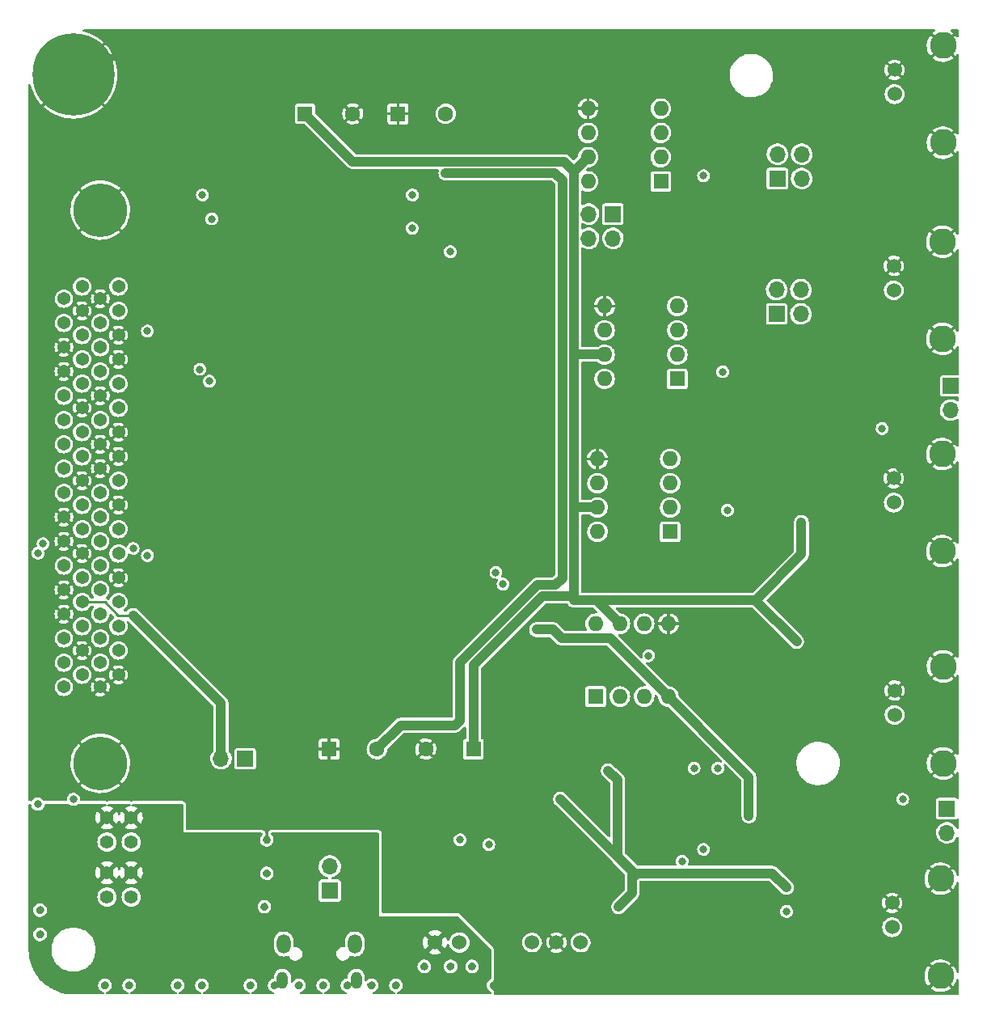
<source format=gbr>
%TF.GenerationSoftware,KiCad,Pcbnew,(6.0.0)*%
%TF.CreationDate,2024-05-04T22:15:16-04:00*%
%TF.ProjectId,Impedance_Analyzer_V4,496d7065-6461-46e6-9365-5f416e616c79,rev?*%
%TF.SameCoordinates,Original*%
%TF.FileFunction,Copper,L3,Inr*%
%TF.FilePolarity,Positive*%
%FSLAX46Y46*%
G04 Gerber Fmt 4.6, Leading zero omitted, Abs format (unit mm)*
G04 Created by KiCad (PCBNEW (6.0.0)) date 2024-05-04 22:15:16*
%MOMM*%
%LPD*%
G01*
G04 APERTURE LIST*
%TA.AperFunction,ComponentPad*%
%ADD10R,1.700000X1.700000*%
%TD*%
%TA.AperFunction,ComponentPad*%
%ADD11O,1.700000X1.700000*%
%TD*%
%TA.AperFunction,ComponentPad*%
%ADD12O,1.150000X1.800000*%
%TD*%
%TA.AperFunction,ComponentPad*%
%ADD13O,1.450000X2.000000*%
%TD*%
%TA.AperFunction,ComponentPad*%
%ADD14R,1.600000X1.600000*%
%TD*%
%TA.AperFunction,ComponentPad*%
%ADD15O,1.600000X1.600000*%
%TD*%
%TA.AperFunction,ComponentPad*%
%ADD16C,1.371600*%
%TD*%
%TA.AperFunction,ComponentPad*%
%ADD17C,5.613400*%
%TD*%
%TA.AperFunction,ComponentPad*%
%ADD18C,1.397000*%
%TD*%
%TA.AperFunction,ComponentPad*%
%ADD19C,1.524000*%
%TD*%
%TA.AperFunction,ComponentPad*%
%ADD20C,2.800000*%
%TD*%
%TA.AperFunction,ComponentPad*%
%ADD21C,1.600000*%
%TD*%
%TA.AperFunction,ComponentPad*%
%ADD22C,8.600000*%
%TD*%
%TA.AperFunction,ViaPad*%
%ADD23C,0.800000*%
%TD*%
%TA.AperFunction,Conductor*%
%ADD24C,0.250000*%
%TD*%
%TA.AperFunction,Conductor*%
%ADD25C,1.000000*%
%TD*%
G04 APERTURE END LIST*
D10*
%TO.N,Net-(F1-Pad1)*%
%TO.C,J8*%
X93000000Y-117500000D03*
D11*
%TO.N,+5V-3*%
X90460000Y-117500000D03*
%TD*%
D10*
%TO.N,Net-(J2-Pad1)*%
%TO.C,J3*%
X101850000Y-131320000D03*
D11*
%TO.N,Net-(F1-Pad1)*%
X101850000Y-128780000D03*
%TD*%
D12*
%TO.N,GND*%
%TO.C,J2*%
X104625000Y-140700000D03*
X96875000Y-140700000D03*
D13*
X104475000Y-136900000D03*
X97025000Y-136900000D03*
%TD*%
D14*
%TO.N,Net-(R7-Pad2)*%
%TO.C,U3*%
X129700000Y-111000000D03*
D15*
%TO.N,IMon-*%
X132240000Y-111000000D03*
%TO.N,IMon+*%
X134780000Y-111000000D03*
%TO.N,-12V*%
X137320000Y-111000000D03*
%TO.N,GND*%
X137320000Y-103380000D03*
%TO.N,AI1+*%
X134780000Y-103380000D03*
%TO.N,+12V*%
X132240000Y-103380000D03*
%TO.N,Net-(U3-Pad8)*%
X129700000Y-103380000D03*
%TD*%
D16*
%TO.N,PFI 14*%
%TO.C,J1*%
X74000000Y-110000000D03*
%TO.N,PFI 12*%
X75905000Y-108730000D03*
%TO.N,PFI 9*%
X74000000Y-107460000D03*
%TO.N,GND*%
X75905000Y-106190000D03*
%TO.N,PFI 6*%
X74000000Y-104920000D03*
%TO.N,PFI 5*%
X75905000Y-103650000D03*
%TO.N,GND*%
X74000000Y-102380000D03*
%TO.N,+5V-3*%
X75905000Y-101110000D03*
%TO.N,GND*%
X74000000Y-99840000D03*
%TO.N,PFI 1*%
X75905000Y-98570000D03*
%TO.N,PFI 0*%
X74000000Y-97300000D03*
%TO.N,GND*%
X75905000Y-96030000D03*
X74000000Y-94760000D03*
%TO.N,+5V-2*%
X75905000Y-93490000D03*
%TO.N,GND*%
X74000000Y-92220000D03*
%TO.N,P0.6*%
X75905000Y-90950000D03*
%TO.N,P0.1*%
X74000000Y-89680000D03*
%TO.N,GND*%
X75905000Y-88410000D03*
%TO.N,P0.4*%
X74000000Y-87140000D03*
%TO.N,APFI 0*%
X75905000Y-85870000D03*
%TO.N,BaseGateSig*%
X74000000Y-84600000D03*
%TO.N,InputSig*%
X75905000Y-83330000D03*
%TO.N,AI 15 (AI7-)*%
X74000000Y-82060000D03*
%TO.N,GND*%
X75905000Y-80790000D03*
%TO.N,AI 6 (AI6+)*%
X74000000Y-79520000D03*
%TO.N,AI 13 (AI5-)*%
X75905000Y-78250000D03*
%TO.N,GND*%
X74000000Y-76980000D03*
%TO.N,AI 4 (AI4+)*%
X75905000Y-75710000D03*
%TO.N,GND*%
X74000000Y-74440000D03*
%TO.N,AI 3 (AI3+)*%
X75905000Y-73170000D03*
%TO.N,AI 10 (AI2-)*%
X74000000Y-71900000D03*
%TO.N,GND*%
X75905000Y-70630000D03*
%TO.N,AI1+*%
X74000000Y-69360000D03*
%TO.N,AI0-*%
X75905000Y-68090000D03*
%TO.N,GND*%
X77810000Y-110000000D03*
X79715000Y-108730000D03*
%TO.N,PFI 8*%
X77810000Y-107460000D03*
%TO.N,PFI 7*%
X79715000Y-106190000D03*
%TO.N,PFI 15*%
X77810000Y-104920000D03*
%TO.N,PFI 13*%
X79715000Y-103650000D03*
%TO.N,PFI 4*%
X77810000Y-102380000D03*
%TO.N,PFI 3*%
X79715000Y-101110000D03*
%TO.N,PFI 2*%
X77810000Y-99840000D03*
%TO.N,GND*%
X79715000Y-98570000D03*
%TO.N,PFI 10*%
X77810000Y-97300000D03*
%TO.N,PFI 11*%
X79715000Y-96030000D03*
%TO.N,P0.3*%
X77810000Y-94760000D03*
%TO.N,P0.7*%
X79715000Y-93490000D03*
%TO.N,P0.2*%
X77810000Y-92220000D03*
%TO.N,GND*%
X79715000Y-90950000D03*
%TO.N,P0.5*%
X77810000Y-89680000D03*
%TO.N,P0.0*%
X79715000Y-88410000D03*
%TO.N,GND*%
X77810000Y-87140000D03*
X79715000Y-85870000D03*
X77810000Y-84600000D03*
X79715000Y-83330000D03*
%TO.N,AI 7 (AI7+)*%
X77810000Y-82060000D03*
%TO.N,AI 14 (AI6-)*%
X79715000Y-80790000D03*
%TO.N,GND*%
X77810000Y-79520000D03*
%TO.N,AI 5 (AI5+)*%
X79715000Y-78250000D03*
%TO.N,AI 12 (AI 4-)*%
X77810000Y-76980000D03*
%TO.N,GND*%
X79715000Y-75710000D03*
%TO.N,AI 11 (AI 3-)*%
X77810000Y-74440000D03*
%TO.N,GND*%
X79715000Y-73170000D03*
%TO.N,AI 2 (AI2+)*%
X77810000Y-71900000D03*
%TO.N,AI1-*%
X79715000Y-70630000D03*
%TO.N,GND*%
X77810000Y-69360000D03*
%TO.N,AI0+*%
X79715000Y-68090000D03*
D17*
%TO.N,GND*%
X77810000Y-118001000D03*
X77810000Y-60089000D03*
%TD*%
D18*
%TO.N,Net-(D15-Pad1)*%
%TO.C,D15*%
X81055300Y-126236600D03*
%TO.N,+5V*%
X81055300Y-123696600D03*
%TO.N,Net-(D15-Pad3)*%
X78515300Y-126236600D03*
%TO.N,+5V*%
X78515300Y-123696600D03*
%TD*%
%TO.N,+5V*%
%TO.C,D14*%
X78515300Y-129446600D03*
%TO.N,Net-(D14-Pad3)*%
X78515300Y-131986600D03*
%TO.N,+5V*%
X81055300Y-129446600D03*
%TO.N,Net-(D14-Pad1)*%
X81055300Y-131986600D03*
%TD*%
D19*
%TO.N,IOut*%
%TO.C,J6*%
X160924991Y-68475000D03*
%TO.N,GND*%
X160924991Y-65935000D03*
D20*
X166004991Y-63395000D03*
X166004991Y-73555000D03*
%TD*%
D19*
%TO.N,IMon+*%
%TO.C,J7*%
X160750000Y-135150000D03*
D20*
%TO.N,GND*%
X165830000Y-140230000D03*
X165830000Y-130070000D03*
D19*
X160750000Y-132610000D03*
%TD*%
%TO.N,LPot1*%
%TO.C,J5*%
X161000000Y-112925000D03*
%TO.N,GND*%
X161000000Y-110385000D03*
D20*
X166080000Y-107845000D03*
X166080000Y-118005000D03*
%TD*%
D19*
%TO.N,HPot1*%
%TO.C,J4*%
X160924991Y-90699991D03*
D20*
%TO.N,GND*%
X166004991Y-95779991D03*
D19*
X160924991Y-88159991D03*
D20*
X166004991Y-85619991D03*
%TD*%
D14*
%TO.N,Net-(R8-Pad1)*%
%TO.C,U4*%
X137500000Y-93750000D03*
D15*
%TO.N,LPot1*%
X137500000Y-91210000D03*
%TO.N,HPot1*%
X137500000Y-88670000D03*
%TO.N,-12V*%
X137500000Y-86130000D03*
%TO.N,GND*%
X129880000Y-86130000D03*
%TO.N,AI0+*%
X129880000Y-88670000D03*
%TO.N,+12V*%
X129880000Y-91210000D03*
%TO.N,Net-(U4-Pad8)*%
X129880000Y-93750000D03*
%TD*%
D14*
%TO.N,GND*%
%TO.C,C7*%
X101778792Y-116500000D03*
D21*
%TO.N,-12V*%
X106778792Y-116500000D03*
%TD*%
D14*
%TO.N,+12V*%
%TO.C,C9*%
X116902651Y-116500000D03*
D21*
%TO.N,GND*%
X111902651Y-116500000D03*
%TD*%
D22*
%TO.N,GND*%
%TO.C,H1*%
X75000000Y-45900000D03*
%TD*%
D19*
%TO.N,+5V*%
%TO.C,Reg1*%
X112880000Y-136750000D03*
%TO.N,GND*%
X115420000Y-136750000D03*
%TO.N,Net-(L2-Pad2)*%
X123040000Y-136750000D03*
%TO.N,GND*%
X125580000Y-136750000D03*
%TO.N,Net-(L1-Pad2)*%
X128120000Y-136750000D03*
%TD*%
D10*
%TO.N,LPot1*%
%TO.C,J18*%
X166475000Y-122725000D03*
D11*
%TO.N,IMon+*%
X166475000Y-125265000D03*
%TD*%
D14*
%TO.N,Net-(R30-Pad1)*%
%TO.C,U7*%
X136525000Y-57075000D03*
D15*
%TO.N,BaseGateOutput*%
X136525000Y-54535000D03*
%TO.N,Net-(R28-Pad2)*%
X136525000Y-51995000D03*
%TO.N,-12V*%
X136525000Y-49455000D03*
%TO.N,GND*%
X128905000Y-49455000D03*
%TO.N,AI 3 (AI3+)*%
X128905000Y-51995000D03*
%TO.N,+12V*%
X128905000Y-54535000D03*
%TO.N,Net-(J21-Pad3)*%
X128905000Y-57075000D03*
%TD*%
D14*
%TO.N,GND*%
%TO.C,C16*%
X109000000Y-50000000D03*
D21*
%TO.N,-12V*%
X114000000Y-50000000D03*
%TD*%
D14*
%TO.N,+12V*%
%TO.C,C25*%
X99260000Y-50000000D03*
D21*
%TO.N,GND*%
X104260000Y-50000000D03*
%TD*%
D10*
%TO.N,IOut*%
%TO.C,J15*%
X166875000Y-78475000D03*
D11*
%TO.N,HPot1*%
X166875000Y-81015000D03*
%TD*%
D19*
%TO.N,BaseGateOutput*%
%TO.C,J20*%
X161000000Y-47950000D03*
D20*
%TO.N,GND*%
X166080000Y-53030000D03*
X166080000Y-42870000D03*
D19*
X161000000Y-45410000D03*
%TD*%
D15*
%TO.N,Net-(U6-Pad8)*%
%TO.C,U6*%
X130630000Y-77750000D03*
%TO.N,+12V*%
X130630000Y-75210000D03*
%TO.N,AI 2 (AI2+)*%
X130630000Y-72670000D03*
%TO.N,GND*%
X130630000Y-70130000D03*
%TO.N,-12V*%
X138250000Y-70130000D03*
%TO.N,IMon+*%
X138250000Y-72670000D03*
%TO.N,IOut*%
X138250000Y-75210000D03*
D14*
%TO.N,Net-(R26-Pad2)*%
X138250000Y-77750000D03*
%TD*%
D10*
%TO.N,Net-(J19-Pad1)*%
%TO.C,J19*%
X148725000Y-56775000D03*
D11*
%TO.N,Net-(J19-Pad2)*%
X148725000Y-54235000D03*
%TO.N,BaseGateOutput*%
X151265000Y-56775000D03*
X151265000Y-54235000D03*
%TD*%
D10*
%TO.N,Net-(J17-Pad1)*%
%TO.C,J17*%
X148653750Y-70960000D03*
D11*
%TO.N,Net-(J17-Pad2)*%
X148653750Y-68420000D03*
%TO.N,IOut*%
X151193750Y-70960000D03*
X151193750Y-68420000D03*
%TD*%
D10*
%TO.N,Net-(J21-Pad1)*%
%TO.C,J21*%
X131500000Y-60500000D03*
D11*
%TO.N,Net-(J21-Pad2)*%
X131500000Y-63040000D03*
%TO.N,Net-(J21-Pad3)*%
X128960000Y-60500000D03*
X128960000Y-63040000D03*
%TD*%
D23*
%TO.N,+5V*%
X105250000Y-126250000D03*
%TO.N,GND*%
X142500000Y-85250000D03*
X145500000Y-90250000D03*
%TO.N,P0.0*%
X119250000Y-98000000D03*
X135250000Y-106724500D03*
%TO.N,P0.2*%
X81250000Y-95500000D03*
%TO.N,-12V*%
X123500000Y-104000000D03*
%TO.N,P0.3*%
X143500000Y-91500000D03*
%TO.N,+12V*%
X140905000Y-100905000D03*
X150750000Y-105250000D03*
X151250000Y-92750000D03*
X131000000Y-118750000D03*
X132100000Y-133000000D03*
X126000000Y-121750000D03*
%TO.N,P0.1*%
X82750000Y-96250000D03*
%TO.N,IMon-*%
X140000000Y-118500000D03*
X142500000Y-118500000D03*
%TO.N,Net-(R14-Pad2)*%
X138750000Y-128250000D03*
X141000000Y-127000000D03*
%TO.N,P0.3*%
X120000000Y-99250000D03*
%TO.N,InputSig*%
X89500000Y-61000000D03*
X89250000Y-78000000D03*
%TO.N,BaseGateSig*%
X88500000Y-58500000D03*
%TO.N,AI1+*%
X88250000Y-76750000D03*
%TO.N,AI0+*%
X82750000Y-72750000D03*
%TO.N,P0.6*%
X75000000Y-121750000D03*
X71275500Y-122250000D03*
X71275500Y-96000000D03*
%TO.N,P0.7*%
X71815669Y-95000000D03*
%TO.N,GND*%
X95250000Y-122500000D03*
X95250000Y-126000000D03*
X95250000Y-129500000D03*
X95000000Y-133000000D03*
X86397500Y-115750000D03*
X140790000Y-80000000D03*
X124455000Y-111730000D03*
X132800000Y-88050000D03*
X128000000Y-139250000D03*
X119050000Y-123500000D03*
X119000000Y-141250000D03*
X116750000Y-139250000D03*
X114500000Y-123500000D03*
X111750000Y-139250000D03*
X71500000Y-67330000D03*
X71500000Y-69870000D03*
X71500000Y-72410000D03*
X71500000Y-74950000D03*
X71500000Y-77490000D03*
X71500000Y-80030000D03*
X71500000Y-82570000D03*
X71500000Y-85110000D03*
X71500000Y-87650000D03*
X71500000Y-90190000D03*
X71500000Y-133370000D03*
X71500000Y-135910000D03*
X104440000Y-44075000D03*
X81580000Y-44075000D03*
X89200000Y-44075000D03*
X91740000Y-44075000D03*
X106980000Y-44075000D03*
X101900000Y-44075000D03*
X84120000Y-44075000D03*
X99360000Y-44075000D03*
X109520000Y-44075000D03*
X112060000Y-44075000D03*
X86660000Y-44075000D03*
X96820000Y-44075000D03*
X79040000Y-44075000D03*
X94280000Y-44075000D03*
X142153750Y-66960000D03*
X142690000Y-135000000D03*
X139000000Y-132000000D03*
X114500000Y-139250000D03*
X88500000Y-72500000D03*
X155750000Y-62250000D03*
X161000000Y-83850000D03*
X161500000Y-87100000D03*
X161000000Y-117100000D03*
X161000000Y-120100000D03*
X157250000Y-127750000D03*
X129750000Y-140440000D03*
X106230000Y-141250000D03*
X145520000Y-113050000D03*
X124500000Y-78000000D03*
X95880000Y-60000000D03*
X100460000Y-100250000D03*
X108770000Y-141250000D03*
X78290000Y-141250000D03*
X93530000Y-141250000D03*
X85910000Y-141250000D03*
X124500000Y-67000000D03*
X136500000Y-107500000D03*
X110750000Y-79500000D03*
X104750000Y-57500000D03*
X116830000Y-44075000D03*
X146653750Y-66960000D03*
X97670000Y-103250000D03*
X106420000Y-100250000D03*
X124000000Y-94540000D03*
X99670000Y-57500000D03*
X88450000Y-141250000D03*
X96070000Y-141250000D03*
X97920000Y-100250000D03*
X71500000Y-62250000D03*
X117000000Y-82250000D03*
X124000000Y-97080000D03*
X116500000Y-60500000D03*
X114460000Y-85250000D03*
X113250000Y-109040000D03*
X113500000Y-65500000D03*
X111500000Y-100250000D03*
X121500000Y-106000000D03*
X106420000Y-103000000D03*
X124500000Y-83080000D03*
X114290000Y-44075000D03*
X108960000Y-103000000D03*
X98420000Y-60000000D03*
X80830000Y-141250000D03*
X131000000Y-109500000D03*
X105320000Y-111500000D03*
X133050000Y-91800000D03*
X114460000Y-82250000D03*
X145595000Y-131075000D03*
X111500000Y-103000000D03*
X135050000Y-90300000D03*
X96460000Y-112000000D03*
X101150000Y-141250000D03*
X103690000Y-141250000D03*
X105250000Y-62250000D03*
X110400000Y-111500000D03*
X145095000Y-137075000D03*
X124500000Y-69540000D03*
X93920000Y-112000000D03*
X98610000Y-141250000D03*
X107860000Y-111500000D03*
X100210000Y-103250000D03*
X102210000Y-57500000D03*
X114460000Y-79250000D03*
X102710000Y-62250000D03*
X103000000Y-100250000D03*
X113250000Y-106500000D03*
X102750000Y-103250000D03*
X134800000Y-86550000D03*
X133050000Y-94050000D03*
X100170000Y-62250000D03*
X99000000Y-112000000D03*
X123500000Y-73750000D03*
X124500000Y-80540000D03*
X108960000Y-100250000D03*
X103500000Y-60000000D03*
X116475000Y-62935000D03*
X117000000Y-85250000D03*
X100960000Y-60000000D03*
%TO.N,-12V*%
X145750000Y-123500000D03*
X115500000Y-126000000D03*
X126205000Y-66205000D03*
X126205000Y-84705000D03*
X120461154Y-102461154D03*
X114000000Y-56200000D03*
X125852500Y-56647500D03*
%TO.N,+12V*%
X118500000Y-126500000D03*
X149690000Y-131000000D03*
X149690000Y-133500000D03*
X116500000Y-55000000D03*
%TO.N,IMon+*%
X143000000Y-77000000D03*
%TO.N,LPot1*%
X161850000Y-121750000D03*
%TO.N,Net-(C1-Pad1)*%
X114475000Y-64435000D03*
X110475000Y-61984500D03*
%TO.N,Net-(R28-Pad2)*%
X110500000Y-58500000D03*
X141000000Y-56500000D03*
%TO.N,HPot1*%
X159700000Y-82950000D03*
%TD*%
D24*
%TO.N,+5V-3*%
X81250000Y-102500000D02*
X81500000Y-102500000D01*
D25*
X90460000Y-111710000D02*
X81250000Y-102500000D01*
D24*
X79676203Y-102500000D02*
X81250000Y-102500000D01*
D25*
X90460000Y-117500000D02*
X90460000Y-111710000D01*
D24*
X78286203Y-101110000D02*
X79676203Y-102500000D01*
X75905000Y-101110000D02*
X78286203Y-101110000D01*
D25*
%TO.N,+12V*%
X151250000Y-96125000D02*
X151250000Y-92750000D01*
X146470000Y-100905000D02*
X151250000Y-96125000D01*
X143095000Y-100905000D02*
X146470000Y-100905000D01*
X127405000Y-75210000D02*
X127405000Y-71460000D01*
X130630000Y-75210000D02*
X127405000Y-75210000D01*
X127405000Y-91210000D02*
X129880000Y-91210000D01*
X127405000Y-89760000D02*
X127405000Y-91210000D01*
X134000000Y-129500000D02*
X148190000Y-129500000D01*
X133500000Y-130000000D02*
X134000000Y-129500000D01*
X133500000Y-131600000D02*
X133500000Y-130000000D01*
X148190000Y-129500000D02*
X149690000Y-131000000D01*
%TO.N,-12V*%
X145750000Y-119430000D02*
X145750000Y-123500000D01*
X135785000Y-109465000D02*
X137320000Y-111000000D01*
X131199511Y-104879511D02*
X135785000Y-109465000D01*
X135785000Y-109465000D02*
X145750000Y-119430000D01*
X126129511Y-104879511D02*
X131199511Y-104879511D01*
X125250000Y-104000000D02*
X126129511Y-104879511D01*
X123500000Y-104000000D02*
X125250000Y-104000000D01*
%TO.N,+12V*%
X140905000Y-100905000D02*
X143095000Y-100905000D01*
X129765000Y-100905000D02*
X140905000Y-100905000D01*
X146405000Y-100905000D02*
X150750000Y-105250000D01*
X143095000Y-100905000D02*
X146405000Y-100905000D01*
X132000000Y-119750000D02*
X131000000Y-118750000D01*
X132000000Y-127750000D02*
X132000000Y-119750000D01*
X132000000Y-127750000D02*
X133500000Y-129250000D01*
X126000000Y-121750000D02*
X132000000Y-127750000D01*
X133500000Y-131600000D02*
X132100000Y-133000000D01*
X133500000Y-129250000D02*
X133500000Y-131600000D01*
X129765000Y-100905000D02*
X132240000Y-103380000D01*
X127405000Y-100905000D02*
X129765000Y-100905000D01*
X116902651Y-107716714D02*
X124124365Y-100495000D01*
X127405000Y-83155000D02*
X127405000Y-89760000D01*
X127405000Y-71460000D02*
X127405000Y-83155000D01*
%TO.N,-12V*%
X126205000Y-84705000D02*
X126205000Y-57000000D01*
X125405000Y-56200000D02*
X114000000Y-56200000D01*
X123627309Y-99295000D02*
X125500000Y-99295000D01*
X126205000Y-57000000D02*
X125405000Y-56200000D01*
X115500000Y-107422309D02*
X123627309Y-99295000D01*
X109278792Y-114000000D02*
X115000000Y-114000000D01*
X125500000Y-99295000D02*
X126205000Y-98590000D01*
X106778792Y-116500000D02*
X109278792Y-114000000D01*
X115500000Y-113500000D02*
X115500000Y-107422309D01*
X126205000Y-98590000D02*
X126205000Y-84705000D01*
X115000000Y-114000000D02*
X115500000Y-113500000D01*
%TO.N,+12V*%
X126370000Y-55000000D02*
X116500000Y-55000000D01*
X116500000Y-55000000D02*
X104260000Y-55000000D01*
X127405000Y-56035000D02*
X128905000Y-54535000D01*
X124124365Y-100495000D02*
X127405000Y-100495000D01*
X127405000Y-89760000D02*
X127405000Y-100495000D01*
X116902651Y-116500000D02*
X116902651Y-107716714D01*
X104260000Y-55000000D02*
X99260000Y-50000000D01*
X127405000Y-56035000D02*
X126370000Y-55000000D01*
X127405000Y-100495000D02*
X127405000Y-100905000D01*
X127405000Y-71460000D02*
X127405000Y-56035000D01*
%TD*%
%TA.AperFunction,Conductor*%
%TO.N,GND*%
G36*
X165218391Y-41190002D02*
G01*
X165264884Y-41243658D01*
X165274988Y-41313932D01*
X165245494Y-41378512D01*
X165219355Y-41401372D01*
X165046113Y-41514954D01*
X165038719Y-41520627D01*
X165001530Y-41553820D01*
X164993161Y-41567273D01*
X164998875Y-41576743D01*
X166067188Y-42645056D01*
X166081132Y-42652670D01*
X166082965Y-42652539D01*
X166089580Y-42648288D01*
X167160580Y-41577288D01*
X167168194Y-41563344D01*
X167168137Y-41562535D01*
X167162815Y-41554526D01*
X167156252Y-41548352D01*
X167149004Y-41542483D01*
X166945235Y-41401123D01*
X166946059Y-41399935D01*
X166901856Y-41352761D01*
X166889026Y-41282933D01*
X166915985Y-41217254D01*
X166974173Y-41176576D01*
X167014347Y-41170000D01*
X167604000Y-41170000D01*
X167672121Y-41190002D01*
X167718614Y-41243658D01*
X167730000Y-41296000D01*
X167730000Y-41856442D01*
X167709998Y-41924563D01*
X167656342Y-41971056D01*
X167586068Y-41981160D01*
X167521488Y-41951666D01*
X167498907Y-41924195D01*
X167498249Y-41924639D01*
X167490424Y-41913038D01*
X167395257Y-41792319D01*
X167383332Y-41783848D01*
X167371798Y-41790334D01*
X166304944Y-42857188D01*
X166297330Y-42871132D01*
X166297461Y-42872965D01*
X166301712Y-42879580D01*
X167371019Y-43948887D01*
X167384780Y-43956401D01*
X167394141Y-43949943D01*
X167438406Y-43899468D01*
X167444014Y-43892026D01*
X167498029Y-43808050D01*
X167551703Y-43761579D01*
X167621981Y-43751503D01*
X167686550Y-43781021D01*
X167724910Y-43840763D01*
X167730000Y-43876213D01*
X167730000Y-52016442D01*
X167709998Y-52084563D01*
X167656342Y-52131056D01*
X167586068Y-52141160D01*
X167521488Y-52111666D01*
X167498907Y-52084195D01*
X167498249Y-52084639D01*
X167490424Y-52073038D01*
X167395257Y-51952319D01*
X167383332Y-51943848D01*
X167371798Y-51950334D01*
X166304944Y-53017188D01*
X166297330Y-53031132D01*
X166297461Y-53032965D01*
X166301712Y-53039580D01*
X167371019Y-54108887D01*
X167384780Y-54116401D01*
X167394141Y-54109943D01*
X167438406Y-54059468D01*
X167444014Y-54052026D01*
X167498029Y-53968050D01*
X167551703Y-53921579D01*
X167621981Y-53911503D01*
X167686550Y-53941021D01*
X167724910Y-54000763D01*
X167730000Y-54036213D01*
X167730000Y-62512680D01*
X167709998Y-62580801D01*
X167656342Y-62627294D01*
X167586068Y-62637398D01*
X167521488Y-62607904D01*
X167494607Y-62575203D01*
X167420626Y-62445764D01*
X167415415Y-62438038D01*
X167320248Y-62317319D01*
X167308323Y-62308848D01*
X167296789Y-62315334D01*
X166229935Y-63382188D01*
X166222321Y-63396132D01*
X166222452Y-63397965D01*
X166226703Y-63404580D01*
X167296010Y-64473887D01*
X167309771Y-64481401D01*
X167319132Y-64474943D01*
X167363397Y-64424468D01*
X167369005Y-64417026D01*
X167498029Y-64216436D01*
X167551703Y-64169965D01*
X167621981Y-64159889D01*
X167686550Y-64189407D01*
X167724910Y-64249149D01*
X167730000Y-64284599D01*
X167730000Y-72672680D01*
X167709998Y-72740801D01*
X167656342Y-72787294D01*
X167586068Y-72797398D01*
X167521488Y-72767904D01*
X167494607Y-72735203D01*
X167420626Y-72605764D01*
X167415415Y-72598038D01*
X167320248Y-72477319D01*
X167308323Y-72468848D01*
X167296789Y-72475334D01*
X166229935Y-73542188D01*
X166222321Y-73556132D01*
X166222452Y-73557965D01*
X166226703Y-73564580D01*
X167296010Y-74633887D01*
X167309771Y-74641401D01*
X167319132Y-74634943D01*
X167363397Y-74584468D01*
X167369005Y-74577026D01*
X167498029Y-74376436D01*
X167551703Y-74329965D01*
X167621981Y-74319889D01*
X167686550Y-74349407D01*
X167724910Y-74409149D01*
X167730000Y-74444599D01*
X167730000Y-77228500D01*
X167709998Y-77296621D01*
X167656342Y-77343114D01*
X167604000Y-77354500D01*
X165998360Y-77354500D01*
X165919456Y-77370195D01*
X165829981Y-77429981D01*
X165770195Y-77519456D01*
X165754500Y-77598360D01*
X165754500Y-79351640D01*
X165770195Y-79430544D01*
X165829981Y-79520019D01*
X165919456Y-79579805D01*
X165998360Y-79595500D01*
X167604000Y-79595500D01*
X167672121Y-79615502D01*
X167718614Y-79669158D01*
X167730000Y-79721500D01*
X167730000Y-80000992D01*
X167709998Y-80069113D01*
X167656342Y-80115606D01*
X167586068Y-80125710D01*
X167536764Y-80107553D01*
X167390764Y-80015433D01*
X167390755Y-80015428D01*
X167385876Y-80012350D01*
X167194602Y-79936040D01*
X167188945Y-79934915D01*
X167188939Y-79934913D01*
X166998294Y-79896992D01*
X166998290Y-79896992D01*
X166992626Y-79895865D01*
X166986851Y-79895789D01*
X166986847Y-79895789D01*
X166883659Y-79894438D01*
X166786710Y-79893169D01*
X166781013Y-79894148D01*
X166781012Y-79894148D01*
X166647743Y-79917048D01*
X166583751Y-79928044D01*
X166390546Y-79999321D01*
X166213565Y-80104613D01*
X166209225Y-80108419D01*
X166209221Y-80108422D01*
X166082368Y-80219670D01*
X166058736Y-80240395D01*
X166055161Y-80244930D01*
X166055160Y-80244931D01*
X166048440Y-80253455D01*
X165931244Y-80402118D01*
X165928555Y-80407229D01*
X165928553Y-80407232D01*
X165897461Y-80466328D01*
X165835358Y-80584366D01*
X165774291Y-80781037D01*
X165750086Y-80985543D01*
X165763554Y-81191036D01*
X165814246Y-81390633D01*
X165900462Y-81577650D01*
X165903795Y-81582366D01*
X166014786Y-81739415D01*
X166019315Y-81745824D01*
X166166826Y-81889522D01*
X166338053Y-82003933D01*
X166343356Y-82006211D01*
X166343359Y-82006213D01*
X166476750Y-82063522D01*
X166527263Y-82085224D01*
X166601385Y-82101996D01*
X166722482Y-82129398D01*
X166722488Y-82129399D01*
X166728119Y-82130673D01*
X166733890Y-82130900D01*
X166733892Y-82130900D01*
X166796224Y-82133349D01*
X166933894Y-82138758D01*
X167035795Y-82123983D01*
X167131982Y-82110037D01*
X167131987Y-82110036D01*
X167137696Y-82109208D01*
X167143160Y-82107353D01*
X167143165Y-82107352D01*
X167327229Y-82044871D01*
X167327234Y-82044869D01*
X167332701Y-82043013D01*
X167408215Y-82000723D01*
X167507339Y-81945211D01*
X167507343Y-81945208D01*
X167512377Y-81942389D01*
X167523430Y-81933196D01*
X167588592Y-81905015D01*
X167658647Y-81916536D01*
X167711353Y-81964104D01*
X167730000Y-82030069D01*
X167730000Y-84737671D01*
X167709998Y-84805792D01*
X167656342Y-84852285D01*
X167586068Y-84862389D01*
X167521488Y-84832895D01*
X167494607Y-84800194D01*
X167420626Y-84670755D01*
X167415415Y-84663029D01*
X167320248Y-84542310D01*
X167308323Y-84533839D01*
X167296789Y-84540325D01*
X166229935Y-85607179D01*
X166222321Y-85621123D01*
X166222452Y-85622956D01*
X166226703Y-85629571D01*
X167296010Y-86698878D01*
X167309771Y-86706392D01*
X167319132Y-86699934D01*
X167363397Y-86649459D01*
X167369005Y-86642017D01*
X167498029Y-86441427D01*
X167551703Y-86394956D01*
X167621981Y-86384880D01*
X167686550Y-86414398D01*
X167724910Y-86474140D01*
X167730000Y-86509590D01*
X167730000Y-94897671D01*
X167709998Y-94965792D01*
X167656342Y-95012285D01*
X167586068Y-95022389D01*
X167521488Y-94992895D01*
X167494607Y-94960194D01*
X167420626Y-94830755D01*
X167415415Y-94823029D01*
X167320248Y-94702310D01*
X167308323Y-94693839D01*
X167296789Y-94700325D01*
X166229935Y-95767179D01*
X166222321Y-95781123D01*
X166222452Y-95782956D01*
X166226703Y-95789571D01*
X167296010Y-96858878D01*
X167309771Y-96866392D01*
X167319132Y-96859934D01*
X167363397Y-96809459D01*
X167369005Y-96802017D01*
X167498029Y-96601427D01*
X167551703Y-96554956D01*
X167621981Y-96544880D01*
X167686550Y-96574398D01*
X167724910Y-96634140D01*
X167730000Y-96669590D01*
X167730000Y-106831442D01*
X167709998Y-106899563D01*
X167656342Y-106946056D01*
X167586068Y-106956160D01*
X167521488Y-106926666D01*
X167498907Y-106899195D01*
X167498249Y-106899639D01*
X167490424Y-106888038D01*
X167395257Y-106767319D01*
X167383332Y-106758848D01*
X167371798Y-106765334D01*
X166304944Y-107832188D01*
X166297330Y-107846132D01*
X166297461Y-107847965D01*
X166301712Y-107854580D01*
X167371019Y-108923887D01*
X167384780Y-108931401D01*
X167394141Y-108924943D01*
X167438406Y-108874468D01*
X167444014Y-108867026D01*
X167498029Y-108783050D01*
X167551703Y-108736579D01*
X167621981Y-108726503D01*
X167686550Y-108756021D01*
X167724910Y-108815763D01*
X167730000Y-108851213D01*
X167730000Y-116991442D01*
X167709998Y-117059563D01*
X167656342Y-117106056D01*
X167586068Y-117116160D01*
X167521488Y-117086666D01*
X167498907Y-117059195D01*
X167498249Y-117059639D01*
X167490424Y-117048038D01*
X167395257Y-116927319D01*
X167383332Y-116918848D01*
X167371798Y-116925334D01*
X166304944Y-117992188D01*
X166297330Y-118006132D01*
X166297461Y-118007965D01*
X166301712Y-118014580D01*
X167371019Y-119083887D01*
X167384780Y-119091401D01*
X167394141Y-119084943D01*
X167438406Y-119034468D01*
X167444014Y-119027026D01*
X167498029Y-118943050D01*
X167551703Y-118896579D01*
X167621981Y-118886503D01*
X167686550Y-118916021D01*
X167724910Y-118975763D01*
X167730000Y-119011213D01*
X167730000Y-121589195D01*
X167709998Y-121657316D01*
X167656342Y-121703809D01*
X167586068Y-121713913D01*
X167523642Y-121685403D01*
X167520019Y-121679981D01*
X167430544Y-121620195D01*
X167351640Y-121604500D01*
X165598360Y-121604500D01*
X165519456Y-121620195D01*
X165429981Y-121679981D01*
X165370195Y-121769456D01*
X165354500Y-121848360D01*
X165354500Y-123601640D01*
X165370195Y-123680544D01*
X165429981Y-123770019D01*
X165519456Y-123829805D01*
X165598360Y-123845500D01*
X167351640Y-123845500D01*
X167430544Y-123829805D01*
X167520019Y-123770019D01*
X167521178Y-123768285D01*
X167577217Y-123737684D01*
X167648032Y-123742749D01*
X167704868Y-123785296D01*
X167729679Y-123851816D01*
X167730000Y-123860805D01*
X167730000Y-124735912D01*
X167709998Y-124804033D01*
X167656342Y-124850526D01*
X167586068Y-124860630D01*
X167521488Y-124831136D01*
X167490994Y-124791640D01*
X167437031Y-124682213D01*
X167434476Y-124677032D01*
X167311261Y-124512027D01*
X167160039Y-124372239D01*
X167155156Y-124369158D01*
X166990756Y-124265429D01*
X166985876Y-124262350D01*
X166794602Y-124186040D01*
X166788945Y-124184915D01*
X166788939Y-124184913D01*
X166598294Y-124146992D01*
X166598290Y-124146992D01*
X166592626Y-124145865D01*
X166586851Y-124145789D01*
X166586847Y-124145789D01*
X166483659Y-124144438D01*
X166386710Y-124143169D01*
X166381013Y-124144148D01*
X166381012Y-124144148D01*
X166189448Y-124177065D01*
X166183751Y-124178044D01*
X165990546Y-124249321D01*
X165813565Y-124354613D01*
X165809225Y-124358419D01*
X165809221Y-124358422D01*
X165663077Y-124486588D01*
X165658736Y-124490395D01*
X165531244Y-124652118D01*
X165528555Y-124657229D01*
X165528553Y-124657232D01*
X165479913Y-124749681D01*
X165435358Y-124834366D01*
X165374291Y-125031037D01*
X165350086Y-125235543D01*
X165363554Y-125441036D01*
X165414246Y-125640633D01*
X165416663Y-125645875D01*
X165416663Y-125645876D01*
X165443714Y-125704554D01*
X165500462Y-125827650D01*
X165503795Y-125832366D01*
X165577056Y-125936028D01*
X165619315Y-125995824D01*
X165766826Y-126139522D01*
X165938053Y-126253933D01*
X165943356Y-126256211D01*
X165943359Y-126256213D01*
X166119826Y-126332029D01*
X166127263Y-126335224D01*
X166201385Y-126351996D01*
X166322482Y-126379398D01*
X166322488Y-126379399D01*
X166328119Y-126380673D01*
X166333890Y-126380900D01*
X166333892Y-126380900D01*
X166396224Y-126383349D01*
X166533894Y-126388758D01*
X166644292Y-126372751D01*
X166731982Y-126360037D01*
X166731987Y-126360036D01*
X166737696Y-126359208D01*
X166743160Y-126357353D01*
X166743165Y-126357352D01*
X166927229Y-126294871D01*
X166927234Y-126294869D01*
X166932701Y-126293013D01*
X166950588Y-126282996D01*
X167107339Y-126195211D01*
X167107343Y-126195208D01*
X167112377Y-126192389D01*
X167270707Y-126060707D01*
X167402389Y-125902377D01*
X167405208Y-125897343D01*
X167405211Y-125897339D01*
X167494066Y-125738677D01*
X167544803Y-125689016D01*
X167614335Y-125674669D01*
X167680585Y-125700190D01*
X167722521Y-125757479D01*
X167730000Y-125800244D01*
X167730000Y-129635821D01*
X167709998Y-129703942D01*
X167656342Y-129750435D01*
X167586068Y-129760539D01*
X167521488Y-129731045D01*
X167483104Y-129671319D01*
X167481107Y-129663629D01*
X167461308Y-129576131D01*
X167458584Y-129567220D01*
X167370391Y-129340432D01*
X167366380Y-129332023D01*
X167245635Y-129120764D01*
X167240424Y-129113038D01*
X167145257Y-128992319D01*
X167133332Y-128983848D01*
X167121798Y-128990334D01*
X166054944Y-130057188D01*
X166047330Y-130071132D01*
X166047461Y-130072965D01*
X166051712Y-130079580D01*
X167121019Y-131148887D01*
X167134780Y-131156401D01*
X167144141Y-131149943D01*
X167188406Y-131099468D01*
X167194014Y-131092026D01*
X167325650Y-130887375D01*
X167330097Y-130879184D01*
X167430034Y-130657333D01*
X167433229Y-130648555D01*
X167482731Y-130473033D01*
X167520472Y-130412899D01*
X167584733Y-130382716D01*
X167655112Y-130392066D01*
X167709262Y-130437982D01*
X167730000Y-130507234D01*
X167730000Y-139795821D01*
X167709998Y-139863942D01*
X167656342Y-139910435D01*
X167586068Y-139920539D01*
X167521488Y-139891045D01*
X167483104Y-139831319D01*
X167481107Y-139823629D01*
X167461308Y-139736131D01*
X167458584Y-139727220D01*
X167370391Y-139500432D01*
X167366380Y-139492023D01*
X167245635Y-139280764D01*
X167240424Y-139273038D01*
X167145257Y-139152319D01*
X167133332Y-139143848D01*
X167121798Y-139150334D01*
X166054944Y-140217188D01*
X166047330Y-140231132D01*
X166047461Y-140232965D01*
X166051712Y-140239580D01*
X167121019Y-141308887D01*
X167134780Y-141316401D01*
X167144141Y-141309943D01*
X167188406Y-141259468D01*
X167194014Y-141252026D01*
X167325650Y-141047375D01*
X167330097Y-141039184D01*
X167430034Y-140817333D01*
X167433229Y-140808555D01*
X167482731Y-140633033D01*
X167520472Y-140572899D01*
X167584733Y-140542716D01*
X167655112Y-140552066D01*
X167709262Y-140597982D01*
X167730000Y-140667234D01*
X167730000Y-142104000D01*
X167709998Y-142172121D01*
X167656342Y-142218614D01*
X167604000Y-142230000D01*
X119181545Y-142230000D01*
X119113424Y-142209998D01*
X119066931Y-142156342D01*
X119056827Y-142086069D01*
X119059361Y-142068448D01*
X119059362Y-142068441D01*
X119060000Y-142064000D01*
X119060000Y-141997736D01*
X119050280Y-141920715D01*
X119034724Y-141860067D01*
X119017731Y-141811198D01*
X119012930Y-141804225D01*
X119012928Y-141804221D01*
X118956432Y-141722167D01*
X118953125Y-141717364D01*
X118902803Y-141667281D01*
X118899200Y-141664597D01*
X118899194Y-141664592D01*
X118835648Y-141617259D01*
X118832041Y-141614572D01*
X118779683Y-141586144D01*
X118755006Y-141568606D01*
X118718530Y-141535415D01*
X164742252Y-141535415D01*
X164750966Y-141546935D01*
X164922840Y-141672959D01*
X164930750Y-141677902D01*
X165146083Y-141791194D01*
X165154645Y-141794917D01*
X165384357Y-141875136D01*
X165393367Y-141877550D01*
X165632427Y-141922938D01*
X165641682Y-141923992D01*
X165884828Y-141933546D01*
X165894142Y-141933220D01*
X166136016Y-141906731D01*
X166145193Y-141905030D01*
X166380495Y-141843080D01*
X166389315Y-141840043D01*
X166612880Y-141743992D01*
X166621152Y-141739685D01*
X166828054Y-141611650D01*
X166835614Y-141606157D01*
X166907574Y-141545238D01*
X166916012Y-141532435D01*
X166909949Y-141522081D01*
X165842812Y-140454944D01*
X165828868Y-140447330D01*
X165827035Y-140447461D01*
X165820420Y-140451712D01*
X164748910Y-141523222D01*
X164742252Y-141535415D01*
X118718530Y-141535415D01*
X118705866Y-141523892D01*
X118686084Y-141500974D01*
X118649021Y-141445818D01*
X118635278Y-141418846D01*
X118633500Y-141413987D01*
X118623899Y-141387752D01*
X118612443Y-141356448D01*
X118605531Y-141326977D01*
X118598239Y-141260928D01*
X118598556Y-141230654D01*
X118604431Y-141186031D01*
X118604856Y-141186087D01*
X118604855Y-141186083D01*
X118604432Y-141186027D01*
X118606687Y-141168902D01*
X118607229Y-141164781D01*
X118614758Y-141135458D01*
X118631819Y-141091698D01*
X118638894Y-141073553D01*
X118653199Y-141046872D01*
X118660823Y-141036025D01*
X118691407Y-140992508D01*
X118711660Y-140970014D01*
X118761742Y-140926326D01*
X118786772Y-140909316D01*
X118823973Y-140890115D01*
X118827347Y-140887771D01*
X118827353Y-140887767D01*
X118886988Y-140846330D01*
X118886989Y-140846329D01*
X118890367Y-140843982D01*
X118938575Y-140800138D01*
X118975806Y-140759688D01*
X118979719Y-140751993D01*
X119024802Y-140663328D01*
X119024804Y-140663324D01*
X119027441Y-140658137D01*
X119047443Y-140590016D01*
X119052900Y-140552066D01*
X119059361Y-140507126D01*
X119059361Y-140507121D01*
X119060000Y-140502679D01*
X119060000Y-140190045D01*
X164126041Y-140190045D01*
X164137716Y-140433089D01*
X164138852Y-140442344D01*
X164186325Y-140681002D01*
X164188813Y-140689974D01*
X164271035Y-140918982D01*
X164274835Y-140927517D01*
X164390000Y-141141851D01*
X164395011Y-141149717D01*
X164513766Y-141308748D01*
X164525024Y-141317197D01*
X164537443Y-141310425D01*
X165605056Y-140242812D01*
X165612670Y-140228868D01*
X165612539Y-140227035D01*
X165608288Y-140220420D01*
X164539290Y-139151422D01*
X164525981Y-139144155D01*
X164515946Y-139151274D01*
X164445108Y-139236447D01*
X164439700Y-139244029D01*
X164313463Y-139452061D01*
X164309234Y-139460361D01*
X164215138Y-139684754D01*
X164212177Y-139693604D01*
X164152285Y-139929431D01*
X164150663Y-139938628D01*
X164126286Y-140180720D01*
X164126041Y-140190045D01*
X119060000Y-140190045D01*
X119060000Y-138927273D01*
X164743161Y-138927273D01*
X164748875Y-138936743D01*
X165817188Y-140005056D01*
X165831132Y-140012670D01*
X165832965Y-140012539D01*
X165839580Y-140008288D01*
X166910580Y-138937288D01*
X166918194Y-138923344D01*
X166918137Y-138922535D01*
X166912815Y-138914526D01*
X166906252Y-138908352D01*
X166899004Y-138902483D01*
X166699071Y-138763784D01*
X166691044Y-138759056D01*
X166472805Y-138651433D01*
X166464172Y-138647945D01*
X166232420Y-138573761D01*
X166223360Y-138571585D01*
X165983191Y-138532471D01*
X165973904Y-138531659D01*
X165730603Y-138528474D01*
X165721291Y-138529044D01*
X165480189Y-138561856D01*
X165471071Y-138563794D01*
X165237477Y-138631881D01*
X165228724Y-138635153D01*
X165007759Y-138737020D01*
X164999604Y-138741540D01*
X164796113Y-138874954D01*
X164788719Y-138880627D01*
X164751530Y-138913820D01*
X164743161Y-138927273D01*
X119060000Y-138927273D01*
X119060000Y-137552190D01*
X119058224Y-137519058D01*
X119055345Y-137492275D01*
X119049843Y-137474700D01*
X119021049Y-137382742D01*
X119019200Y-137376836D01*
X118985174Y-137314524D01*
X118982478Y-137310922D01*
X118982473Y-137310915D01*
X118935003Y-137247505D01*
X118935001Y-137247503D01*
X118932298Y-137243892D01*
X118423920Y-136735514D01*
X122002605Y-136735514D01*
X122004116Y-136753505D01*
X122017636Y-136914503D01*
X122019549Y-136937288D01*
X122075361Y-137131928D01*
X122078179Y-137137410D01*
X122078180Y-137137414D01*
X122165096Y-137306534D01*
X122165099Y-137306538D01*
X122167916Y-137312020D01*
X122293688Y-137470705D01*
X122298382Y-137474700D01*
X122430709Y-137587319D01*
X122447887Y-137601939D01*
X122624639Y-137700723D01*
X122698984Y-137724879D01*
X122811355Y-137761391D01*
X122811359Y-137761392D01*
X122817213Y-137763294D01*
X123018272Y-137787268D01*
X123024407Y-137786796D01*
X123024409Y-137786796D01*
X123214017Y-137772207D01*
X123214021Y-137772206D01*
X123220159Y-137771734D01*
X123226091Y-137770078D01*
X123226095Y-137770077D01*
X123295337Y-137750744D01*
X123415184Y-137717282D01*
X123420688Y-137714502D01*
X123420690Y-137714501D01*
X123590417Y-137628766D01*
X123590419Y-137628765D01*
X123595918Y-137625987D01*
X123627090Y-137601633D01*
X124946630Y-137601633D01*
X124953464Y-137611382D01*
X124966272Y-137622283D01*
X124976351Y-137629288D01*
X125147392Y-137724879D01*
X125158633Y-137729790D01*
X125344989Y-137790341D01*
X125356963Y-137792974D01*
X125551540Y-137816176D01*
X125563789Y-137816433D01*
X125759165Y-137801400D01*
X125771243Y-137799270D01*
X125959968Y-137746576D01*
X125971401Y-137742142D01*
X126146305Y-137653791D01*
X126156656Y-137647223D01*
X126203255Y-137610815D01*
X126211724Y-137599002D01*
X126205187Y-137587319D01*
X125592812Y-136974944D01*
X125578868Y-136967330D01*
X125577035Y-136967461D01*
X125570420Y-136971712D01*
X124954005Y-137588127D01*
X124946630Y-137601633D01*
X123627090Y-137601633D01*
X123755478Y-137501325D01*
X123779578Y-137473405D01*
X123883756Y-137352714D01*
X123883757Y-137352712D01*
X123887785Y-137348046D01*
X123987800Y-137171988D01*
X124051714Y-136979856D01*
X124077091Y-136778969D01*
X124077496Y-136750000D01*
X124076637Y-136741243D01*
X124513481Y-136741243D01*
X124529877Y-136936497D01*
X124532092Y-136948564D01*
X124586099Y-137136913D01*
X124590618Y-137148325D01*
X124680183Y-137322599D01*
X124686825Y-137332906D01*
X124718964Y-137373456D01*
X124730954Y-137381925D01*
X124742399Y-137375469D01*
X125355056Y-136762812D01*
X125361434Y-136751132D01*
X125797330Y-136751132D01*
X125797461Y-136752965D01*
X125801712Y-136759580D01*
X126418467Y-137376335D01*
X126432093Y-137383776D01*
X126441660Y-137377120D01*
X126447983Y-137369795D01*
X126455049Y-137359778D01*
X126551833Y-137189408D01*
X126556827Y-137178192D01*
X126618673Y-136992275D01*
X126621393Y-136980303D01*
X126646280Y-136783300D01*
X126646772Y-136776271D01*
X126647090Y-136753505D01*
X126646797Y-136746512D01*
X126645719Y-136735514D01*
X127082605Y-136735514D01*
X127084116Y-136753505D01*
X127097636Y-136914503D01*
X127099549Y-136937288D01*
X127155361Y-137131928D01*
X127158179Y-137137410D01*
X127158180Y-137137414D01*
X127245096Y-137306534D01*
X127245099Y-137306538D01*
X127247916Y-137312020D01*
X127373688Y-137470705D01*
X127378382Y-137474700D01*
X127510709Y-137587319D01*
X127527887Y-137601939D01*
X127704639Y-137700723D01*
X127778984Y-137724879D01*
X127891355Y-137761391D01*
X127891359Y-137761392D01*
X127897213Y-137763294D01*
X128098272Y-137787268D01*
X128104407Y-137786796D01*
X128104409Y-137786796D01*
X128294017Y-137772207D01*
X128294021Y-137772206D01*
X128300159Y-137771734D01*
X128306091Y-137770078D01*
X128306095Y-137770077D01*
X128375337Y-137750744D01*
X128495184Y-137717282D01*
X128500688Y-137714502D01*
X128500690Y-137714501D01*
X128670417Y-137628766D01*
X128670419Y-137628765D01*
X128675918Y-137625987D01*
X128835478Y-137501325D01*
X128859578Y-137473405D01*
X128963756Y-137352714D01*
X128963757Y-137352712D01*
X128967785Y-137348046D01*
X129067800Y-137171988D01*
X129131714Y-136979856D01*
X129157091Y-136778969D01*
X129157496Y-136750000D01*
X129137737Y-136548483D01*
X129079213Y-136354641D01*
X129055330Y-136309723D01*
X128987048Y-136181304D01*
X128987047Y-136181302D01*
X128984152Y-136175858D01*
X128935940Y-136116744D01*
X128860072Y-136023720D01*
X128860069Y-136023717D01*
X128856177Y-136018945D01*
X128851428Y-136015016D01*
X128704910Y-135893806D01*
X128704907Y-135893804D01*
X128700160Y-135889877D01*
X128522046Y-135793571D01*
X128424644Y-135763420D01*
X128334505Y-135735517D01*
X128334502Y-135735516D01*
X128328618Y-135733695D01*
X128322493Y-135733051D01*
X128322492Y-135733051D01*
X128133371Y-135713173D01*
X128133370Y-135713173D01*
X128127243Y-135712529D01*
X128043709Y-135720131D01*
X127931732Y-135730322D01*
X127931729Y-135730323D01*
X127925593Y-135730881D01*
X127919687Y-135732619D01*
X127919683Y-135732620D01*
X127811629Y-135764422D01*
X127731347Y-135788050D01*
X127551905Y-135881860D01*
X127394102Y-136008737D01*
X127263948Y-136163849D01*
X127260984Y-136169241D01*
X127260981Y-136169245D01*
X127199697Y-136280721D01*
X127166401Y-136341287D01*
X127164540Y-136347154D01*
X127164539Y-136347156D01*
X127108994Y-136522256D01*
X127105176Y-136534292D01*
X127082605Y-136735514D01*
X126645719Y-136735514D01*
X126627417Y-136548858D01*
X126625034Y-136536823D01*
X126568400Y-136349246D01*
X126563727Y-136337906D01*
X126471737Y-136164897D01*
X126464947Y-136154677D01*
X126441587Y-136126034D01*
X126429243Y-136117571D01*
X126418270Y-136123862D01*
X125804944Y-136737188D01*
X125797330Y-136751132D01*
X125361434Y-136751132D01*
X125362670Y-136748868D01*
X125362539Y-136747035D01*
X125358288Y-136740420D01*
X124742177Y-136124309D01*
X124728792Y-136117000D01*
X124718866Y-136124009D01*
X124703448Y-136142384D01*
X124696522Y-136152498D01*
X124602122Y-136324212D01*
X124597292Y-136335482D01*
X124538044Y-136522256D01*
X124535494Y-136534250D01*
X124513652Y-136728975D01*
X124513481Y-136741243D01*
X124076637Y-136741243D01*
X124057737Y-136548483D01*
X123999213Y-136354641D01*
X123975330Y-136309723D01*
X123907048Y-136181304D01*
X123907047Y-136181302D01*
X123904152Y-136175858D01*
X123855940Y-136116744D01*
X123780072Y-136023720D01*
X123780069Y-136023717D01*
X123776177Y-136018945D01*
X123771428Y-136015016D01*
X123633454Y-135900874D01*
X124947840Y-135900874D01*
X124954215Y-135912083D01*
X125567188Y-136525056D01*
X125581132Y-136532670D01*
X125582965Y-136532539D01*
X125589580Y-136528288D01*
X126205424Y-135912444D01*
X126212666Y-135899182D01*
X126205477Y-135889077D01*
X126181482Y-135869227D01*
X126171322Y-135862374D01*
X125998951Y-135769174D01*
X125987646Y-135764422D01*
X125800465Y-135706479D01*
X125788452Y-135704013D01*
X125593578Y-135683531D01*
X125581310Y-135683446D01*
X125386177Y-135701204D01*
X125374128Y-135703502D01*
X125186152Y-135758827D01*
X125174784Y-135763420D01*
X125001134Y-135854202D01*
X124990873Y-135860916D01*
X124956308Y-135888707D01*
X124947840Y-135900874D01*
X123633454Y-135900874D01*
X123624910Y-135893806D01*
X123624907Y-135893804D01*
X123620160Y-135889877D01*
X123442046Y-135793571D01*
X123344644Y-135763420D01*
X123254505Y-135735517D01*
X123254502Y-135735516D01*
X123248618Y-135733695D01*
X123242493Y-135733051D01*
X123242492Y-135733051D01*
X123053371Y-135713173D01*
X123053370Y-135713173D01*
X123047243Y-135712529D01*
X122963709Y-135720131D01*
X122851732Y-135730322D01*
X122851729Y-135730323D01*
X122845593Y-135730881D01*
X122839687Y-135732619D01*
X122839683Y-135732620D01*
X122731629Y-135764422D01*
X122651347Y-135788050D01*
X122471905Y-135881860D01*
X122314102Y-136008737D01*
X122183948Y-136163849D01*
X122180984Y-136169241D01*
X122180981Y-136169245D01*
X122119697Y-136280721D01*
X122086401Y-136341287D01*
X122084540Y-136347154D01*
X122084539Y-136347156D01*
X122028994Y-136522256D01*
X122025176Y-136534292D01*
X122002605Y-136735514D01*
X118423920Y-136735514D01*
X116823920Y-135135514D01*
X159712605Y-135135514D01*
X159729549Y-135337288D01*
X159785361Y-135531928D01*
X159788179Y-135537410D01*
X159788180Y-135537414D01*
X159875096Y-135706534D01*
X159875099Y-135706538D01*
X159877916Y-135712020D01*
X160003688Y-135870705D01*
X160008382Y-135874700D01*
X160141985Y-135988405D01*
X160157887Y-136001939D01*
X160334639Y-136100723D01*
X160426173Y-136130464D01*
X160521355Y-136161391D01*
X160521359Y-136161392D01*
X160527213Y-136163294D01*
X160728272Y-136187268D01*
X160734407Y-136186796D01*
X160734409Y-136186796D01*
X160924017Y-136172207D01*
X160924021Y-136172206D01*
X160930159Y-136171734D01*
X160936091Y-136170078D01*
X160936095Y-136170077D01*
X161035010Y-136142459D01*
X161125184Y-136117282D01*
X161130688Y-136114502D01*
X161130690Y-136114501D01*
X161300417Y-136028766D01*
X161300419Y-136028765D01*
X161305918Y-136025987D01*
X161465478Y-135901325D01*
X161471968Y-135893806D01*
X161593756Y-135752714D01*
X161593757Y-135752712D01*
X161597785Y-135748046D01*
X161604903Y-135735517D01*
X161642963Y-135668519D01*
X161697800Y-135571988D01*
X161761714Y-135379856D01*
X161787091Y-135178969D01*
X161787496Y-135150000D01*
X161767737Y-134948483D01*
X161709213Y-134754641D01*
X161614152Y-134575858D01*
X161566668Y-134517637D01*
X161490072Y-134423720D01*
X161490069Y-134423717D01*
X161486177Y-134418945D01*
X161469173Y-134404878D01*
X161334910Y-134293806D01*
X161334907Y-134293804D01*
X161330160Y-134289877D01*
X161152046Y-134193571D01*
X161055332Y-134163633D01*
X160964505Y-134135517D01*
X160964502Y-134135516D01*
X160958618Y-134133695D01*
X160952493Y-134133051D01*
X160952492Y-134133051D01*
X160763371Y-134113173D01*
X160763370Y-134113173D01*
X160757243Y-134112529D01*
X160673709Y-134120131D01*
X160561732Y-134130322D01*
X160561729Y-134130323D01*
X160555593Y-134130881D01*
X160549687Y-134132619D01*
X160549683Y-134132620D01*
X160416815Y-134171725D01*
X160361347Y-134188050D01*
X160181905Y-134281860D01*
X160024102Y-134408737D01*
X159893948Y-134563849D01*
X159890984Y-134569241D01*
X159890981Y-134569245D01*
X159889973Y-134571079D01*
X159796401Y-134741287D01*
X159735176Y-134934292D01*
X159712605Y-135135514D01*
X116823920Y-135135514D01*
X115506108Y-133817702D01*
X115481428Y-133795532D01*
X115460454Y-133778629D01*
X115353268Y-133722559D01*
X115320362Y-133712897D01*
X115289470Y-133703826D01*
X115289466Y-133703825D01*
X115285147Y-133702557D01*
X115280698Y-133701917D01*
X115280692Y-133701916D01*
X115202257Y-133690639D01*
X115202252Y-133690639D01*
X115197810Y-133690000D01*
X107436000Y-133690000D01*
X107367879Y-133669998D01*
X107321386Y-133616342D01*
X107310000Y-133564000D01*
X107310000Y-125992927D01*
X114824612Y-125992927D01*
X114842420Y-126154234D01*
X114857106Y-126194364D01*
X114895580Y-126299501D01*
X114895582Y-126299505D01*
X114898192Y-126306637D01*
X114902429Y-126312943D01*
X114902431Y-126312946D01*
X114922558Y-126342897D01*
X114988707Y-126441337D01*
X114994325Y-126446449D01*
X115103118Y-126545444D01*
X115103122Y-126545447D01*
X115108739Y-126550558D01*
X115115412Y-126554181D01*
X115115416Y-126554184D01*
X115244686Y-126624371D01*
X115251359Y-126627994D01*
X115408334Y-126669176D01*
X115494250Y-126670526D01*
X115563004Y-126671606D01*
X115563007Y-126671606D01*
X115570601Y-126671725D01*
X115646970Y-126654234D01*
X115721389Y-126637190D01*
X115721393Y-126637189D01*
X115728792Y-126635494D01*
X115873774Y-126562576D01*
X115925701Y-126518226D01*
X115955323Y-126492927D01*
X117824612Y-126492927D01*
X117842420Y-126654234D01*
X117865914Y-126718433D01*
X117895580Y-126799501D01*
X117895582Y-126799505D01*
X117898192Y-126806637D01*
X117902429Y-126812943D01*
X117902431Y-126812946D01*
X117924933Y-126846432D01*
X117988707Y-126941337D01*
X117994325Y-126946449D01*
X118103118Y-127045444D01*
X118103122Y-127045447D01*
X118108739Y-127050558D01*
X118115412Y-127054181D01*
X118115416Y-127054184D01*
X118244686Y-127124371D01*
X118251359Y-127127994D01*
X118408334Y-127169176D01*
X118494250Y-127170526D01*
X118563004Y-127171606D01*
X118563007Y-127171606D01*
X118570601Y-127171725D01*
X118646970Y-127154234D01*
X118721389Y-127137190D01*
X118721393Y-127137189D01*
X118728792Y-127135494D01*
X118873774Y-127062576D01*
X118925701Y-127018226D01*
X118991404Y-126962111D01*
X118991406Y-126962108D01*
X118997178Y-126957179D01*
X119091879Y-126825388D01*
X119102286Y-126799501D01*
X119149577Y-126681861D01*
X119149578Y-126681859D01*
X119152410Y-126674813D01*
X119175277Y-126514145D01*
X119175425Y-126500000D01*
X119168945Y-126446449D01*
X119156841Y-126346432D01*
X119156841Y-126346431D01*
X119155928Y-126338889D01*
X119098564Y-126187078D01*
X119006644Y-126053333D01*
X118885474Y-125945375D01*
X118867825Y-125936030D01*
X118748763Y-125872990D01*
X118748764Y-125872990D01*
X118742051Y-125869436D01*
X118732098Y-125866936D01*
X118592024Y-125831752D01*
X118592021Y-125831752D01*
X118584653Y-125829901D01*
X118577054Y-125829861D01*
X118577052Y-125829861D01*
X118510042Y-125829510D01*
X118422369Y-125829051D01*
X118414989Y-125830823D01*
X118414987Y-125830823D01*
X118271945Y-125865164D01*
X118271941Y-125865165D01*
X118264566Y-125866936D01*
X118193217Y-125903762D01*
X118130593Y-125936085D01*
X118120355Y-125941369D01*
X118114633Y-125946361D01*
X118114631Y-125946362D01*
X118032251Y-126018226D01*
X117998061Y-126048052D01*
X117904746Y-126180827D01*
X117845795Y-126332029D01*
X117844804Y-126339556D01*
X117830743Y-126446362D01*
X117824612Y-126492927D01*
X115955323Y-126492927D01*
X115991404Y-126462111D01*
X115991406Y-126462108D01*
X115997178Y-126457179D01*
X116091879Y-126325388D01*
X116116706Y-126263629D01*
X116149577Y-126181861D01*
X116149578Y-126181859D01*
X116152410Y-126174813D01*
X116175277Y-126014145D01*
X116175425Y-126000000D01*
X116174349Y-125991104D01*
X116156841Y-125846432D01*
X116156841Y-125846431D01*
X116155928Y-125838889D01*
X116114796Y-125730036D01*
X116101249Y-125694183D01*
X116101248Y-125694181D01*
X116098564Y-125687078D01*
X116033149Y-125591898D01*
X116010946Y-125559592D01*
X116010945Y-125559590D01*
X116006644Y-125553333D01*
X115885474Y-125445375D01*
X115742051Y-125369436D01*
X115732098Y-125366936D01*
X115592024Y-125331752D01*
X115592021Y-125331752D01*
X115584653Y-125329901D01*
X115577054Y-125329861D01*
X115577052Y-125329861D01*
X115510042Y-125329510D01*
X115422369Y-125329051D01*
X115414989Y-125330823D01*
X115414987Y-125330823D01*
X115271945Y-125365164D01*
X115271941Y-125365165D01*
X115264566Y-125366936D01*
X115252837Y-125372990D01*
X115132174Y-125435269D01*
X115120355Y-125441369D01*
X115114633Y-125446361D01*
X115114631Y-125446362D01*
X115023802Y-125525597D01*
X114998061Y-125548052D01*
X114904746Y-125680827D01*
X114845795Y-125832029D01*
X114844804Y-125839556D01*
X114826228Y-125980653D01*
X114824612Y-125992927D01*
X107310000Y-125992927D01*
X107310000Y-125376000D01*
X107309400Y-125370417D01*
X107303278Y-125313470D01*
X107303277Y-125313464D01*
X107302916Y-125310106D01*
X107302198Y-125306805D01*
X107291966Y-125259766D01*
X107291962Y-125259751D01*
X107291530Y-125257764D01*
X107286811Y-125241309D01*
X107282583Y-125226565D01*
X107282582Y-125226562D01*
X107280411Y-125218993D01*
X107248834Y-125165000D01*
X107225834Y-125125673D01*
X107225831Y-125125669D01*
X107222897Y-125120652D01*
X107176404Y-125066996D01*
X107131009Y-125024194D01*
X107122981Y-125020112D01*
X107122978Y-125020110D01*
X107034649Y-124975198D01*
X107034645Y-124975196D01*
X107029458Y-124972559D01*
X107023872Y-124970919D01*
X107023870Y-124970918D01*
X106965660Y-124953826D01*
X106965656Y-124953825D01*
X106961337Y-124952557D01*
X106956888Y-124951917D01*
X106956882Y-124951916D01*
X106878447Y-124940639D01*
X106878442Y-124940639D01*
X106874000Y-124940000D01*
X95807149Y-124940000D01*
X95791044Y-124940520D01*
X95788187Y-124940612D01*
X95788182Y-124940612D01*
X95787167Y-124940645D01*
X95770958Y-124941692D01*
X95726473Y-124952557D01*
X95671427Y-124966001D01*
X95671425Y-124966002D01*
X95666064Y-124967311D01*
X95661016Y-124969532D01*
X95661012Y-124969534D01*
X95603984Y-124994633D01*
X95603980Y-124994635D01*
X95601083Y-124995910D01*
X95546800Y-125026659D01*
X95540528Y-125033129D01*
X95540525Y-125033132D01*
X95514551Y-125059930D01*
X95467509Y-125108463D01*
X95464293Y-125113319D01*
X95464291Y-125113321D01*
X95456110Y-125125673D01*
X95428304Y-125167654D01*
X95399261Y-125222873D01*
X95376784Y-125334558D01*
X95375804Y-125405547D01*
X95376080Y-125408709D01*
X95380085Y-125454638D01*
X95381224Y-125467701D01*
X95384503Y-125476091D01*
X95384504Y-125476094D01*
X95414694Y-125553333D01*
X95422697Y-125573809D01*
X95425780Y-125578755D01*
X95425781Y-125578757D01*
X95430083Y-125585659D01*
X95460253Y-125634060D01*
X95463149Y-125637497D01*
X95463152Y-125637501D01*
X95492849Y-125672744D01*
X95517109Y-125701535D01*
X95520466Y-125704526D01*
X95520467Y-125704527D01*
X95541253Y-125723047D01*
X95561274Y-125745755D01*
X95569331Y-125757479D01*
X95598908Y-125800514D01*
X95612933Y-125827341D01*
X95614832Y-125832366D01*
X95630183Y-125872990D01*
X95636421Y-125889499D01*
X95643641Y-125918895D01*
X95651976Y-125987772D01*
X95651631Y-126020655D01*
X95647700Y-126048282D01*
X95641859Y-126089324D01*
X95634023Y-126118568D01*
X95613811Y-126168848D01*
X95609240Y-126180218D01*
X95594657Y-126206743D01*
X95555875Y-126260714D01*
X95535389Y-126282993D01*
X95507705Y-126306637D01*
X95484864Y-126326145D01*
X95459649Y-126342897D01*
X95400292Y-126372751D01*
X95371807Y-126383007D01*
X95307034Y-126397842D01*
X95276925Y-126401006D01*
X95248854Y-126400565D01*
X95248843Y-126400565D01*
X95210488Y-126399962D01*
X95180495Y-126395854D01*
X95116221Y-126378991D01*
X95088076Y-126367848D01*
X95029681Y-126336142D01*
X95005006Y-126318607D01*
X94998785Y-126312946D01*
X94955861Y-126273888D01*
X94936082Y-126250973D01*
X94899024Y-126195825D01*
X94885281Y-126168853D01*
X94882727Y-126161875D01*
X94882725Y-126161867D01*
X94862443Y-126106447D01*
X94855529Y-126076970D01*
X94853611Y-126059592D01*
X94848238Y-126010925D01*
X94848555Y-125980658D01*
X94854431Y-125936030D01*
X94854431Y-125936029D01*
X94854855Y-125936085D01*
X94854855Y-125936083D01*
X94854432Y-125936027D01*
X94856687Y-125918902D01*
X94857229Y-125914781D01*
X94864758Y-125885458D01*
X94872670Y-125865164D01*
X94888895Y-125823549D01*
X94903201Y-125796869D01*
X94941405Y-125742511D01*
X94961656Y-125720019D01*
X94979383Y-125704554D01*
X94995171Y-125689781D01*
X94998876Y-125686064D01*
X95003616Y-125681308D01*
X95003619Y-125681304D01*
X95007566Y-125677344D01*
X95069976Y-125587295D01*
X95076135Y-125573809D01*
X95098154Y-125525597D01*
X95098155Y-125525593D01*
X95099470Y-125522715D01*
X95119547Y-125463638D01*
X95124331Y-125349814D01*
X95120007Y-125319742D01*
X95114681Y-125282695D01*
X95114680Y-125282688D01*
X95114227Y-125279540D01*
X95099179Y-125218993D01*
X95067602Y-125165000D01*
X95044602Y-125125673D01*
X95044599Y-125125669D01*
X95041665Y-125120652D01*
X94995172Y-125066996D01*
X94949777Y-125024194D01*
X94941749Y-125020112D01*
X94941746Y-125020110D01*
X94853417Y-124975198D01*
X94853413Y-124975196D01*
X94848226Y-124972559D01*
X94842640Y-124970919D01*
X94842638Y-124970918D01*
X94784428Y-124953826D01*
X94784424Y-124953825D01*
X94780105Y-124952557D01*
X94775656Y-124951917D01*
X94775650Y-124951916D01*
X94697215Y-124940639D01*
X94697210Y-124940639D01*
X94692768Y-124940000D01*
X86936000Y-124940000D01*
X86867879Y-124919998D01*
X86821386Y-124866342D01*
X86810000Y-124814000D01*
X86810000Y-122376000D01*
X86809640Y-122372649D01*
X86803278Y-122313470D01*
X86803277Y-122313464D01*
X86802916Y-122310106D01*
X86792084Y-122260309D01*
X86791966Y-122259766D01*
X86791962Y-122259751D01*
X86791530Y-122257764D01*
X86780411Y-122218993D01*
X86745643Y-122159544D01*
X86725834Y-122125673D01*
X86725831Y-122125669D01*
X86722897Y-122120652D01*
X86676404Y-122066996D01*
X86631009Y-122024194D01*
X86622981Y-122020112D01*
X86622978Y-122020110D01*
X86534649Y-121975198D01*
X86534645Y-121975196D01*
X86529458Y-121972559D01*
X86523872Y-121970919D01*
X86523870Y-121970918D01*
X86465660Y-121953826D01*
X86465656Y-121953825D01*
X86461337Y-121952557D01*
X86456888Y-121951917D01*
X86456882Y-121951916D01*
X86378447Y-121940639D01*
X86378442Y-121940639D01*
X86374000Y-121940000D01*
X81246804Y-121940000D01*
X81246195Y-121940014D01*
X81246157Y-121940014D01*
X81233625Y-121940294D01*
X81233608Y-121940295D01*
X81232962Y-121940309D01*
X81221731Y-121940811D01*
X81122071Y-121962028D01*
X81106453Y-121968173D01*
X81035739Y-121974501D01*
X81024836Y-121971822D01*
X80959226Y-121952557D01*
X80954777Y-121951917D01*
X80954771Y-121951916D01*
X80876336Y-121940639D01*
X80876331Y-121940639D01*
X80871889Y-121940000D01*
X78706804Y-121940000D01*
X78706195Y-121940014D01*
X78706157Y-121940014D01*
X78693625Y-121940294D01*
X78693608Y-121940295D01*
X78692962Y-121940309D01*
X78681731Y-121940811D01*
X78582071Y-121962028D01*
X78566453Y-121968173D01*
X78495739Y-121974501D01*
X78484836Y-121971822D01*
X78419226Y-121952557D01*
X78414777Y-121951917D01*
X78414771Y-121951916D01*
X78336336Y-121940639D01*
X78336331Y-121940639D01*
X78331889Y-121940000D01*
X75795451Y-121940000D01*
X75727330Y-121919998D01*
X75680837Y-121866342D01*
X75675348Y-121828357D01*
X125228594Y-121828357D01*
X125230084Y-121835247D01*
X125263634Y-121990424D01*
X125263635Y-121990428D01*
X125265124Y-121997313D01*
X125338178Y-122153978D01*
X125420658Y-122260309D01*
X131445544Y-128285195D01*
X131514147Y-128354279D01*
X131515141Y-128354909D01*
X131516289Y-128355940D01*
X132692595Y-129532246D01*
X132726621Y-129594558D01*
X132729500Y-129621341D01*
X132729500Y-129986435D01*
X132729160Y-130083740D01*
X132729417Y-130084891D01*
X132729500Y-130086420D01*
X132729500Y-131228659D01*
X132709498Y-131296780D01*
X132692595Y-131317754D01*
X131524443Y-132485906D01*
X131443883Y-132586821D01*
X131368649Y-132742450D01*
X131329764Y-132910881D01*
X131329739Y-132917919D01*
X131329739Y-132917923D01*
X131329489Y-132989626D01*
X131329160Y-133083740D01*
X131366869Y-133252437D01*
X131441014Y-133408588D01*
X131547913Y-133544432D01*
X131553386Y-133548864D01*
X131553388Y-133548866D01*
X131594023Y-133581771D01*
X131682251Y-133653216D01*
X131729434Y-133676433D01*
X131831031Y-133726426D01*
X131831034Y-133726427D01*
X131837352Y-133729536D01*
X131872242Y-133737848D01*
X131998654Y-133767964D01*
X131998657Y-133767964D01*
X132005506Y-133769596D01*
X132012549Y-133769670D01*
X132012551Y-133769670D01*
X132095740Y-133770541D01*
X132178357Y-133771406D01*
X132263455Y-133753007D01*
X132340424Y-133736366D01*
X132340428Y-133736365D01*
X132347313Y-133734876D01*
X132478624Y-133673645D01*
X132497594Y-133664799D01*
X132497595Y-133664799D01*
X132503978Y-133661822D01*
X132610309Y-133579342D01*
X132696724Y-133492927D01*
X149014612Y-133492927D01*
X149032420Y-133654234D01*
X149047757Y-133696144D01*
X149085580Y-133799501D01*
X149085582Y-133799505D01*
X149088192Y-133806637D01*
X149092429Y-133812943D01*
X149092431Y-133812946D01*
X149134130Y-133874999D01*
X149178707Y-133941337D01*
X149184325Y-133946449D01*
X149293118Y-134045444D01*
X149293122Y-134045447D01*
X149298739Y-134050558D01*
X149305412Y-134054181D01*
X149305416Y-134054184D01*
X149413905Y-134113088D01*
X149441359Y-134127994D01*
X149598334Y-134169176D01*
X149684250Y-134170526D01*
X149753004Y-134171606D01*
X149753007Y-134171606D01*
X149760601Y-134171725D01*
X149816392Y-134158947D01*
X149911389Y-134137190D01*
X149911393Y-134137189D01*
X149918792Y-134135494D01*
X150063774Y-134062576D01*
X150090060Y-134040126D01*
X150181404Y-133962111D01*
X150181406Y-133962108D01*
X150187178Y-133957179D01*
X150281879Y-133825388D01*
X150300676Y-133778629D01*
X150339577Y-133681861D01*
X150339578Y-133681859D01*
X150342410Y-133674813D01*
X150365277Y-133514145D01*
X150365425Y-133500000D01*
X150360782Y-133461633D01*
X160116630Y-133461633D01*
X160123464Y-133471382D01*
X160136272Y-133482283D01*
X160146351Y-133489288D01*
X160317392Y-133584879D01*
X160328633Y-133589790D01*
X160514989Y-133650341D01*
X160526963Y-133652974D01*
X160721540Y-133676176D01*
X160733789Y-133676433D01*
X160929165Y-133661400D01*
X160941243Y-133659270D01*
X161129968Y-133606576D01*
X161141401Y-133602142D01*
X161316305Y-133513791D01*
X161326656Y-133507223D01*
X161373255Y-133470815D01*
X161381724Y-133459002D01*
X161375187Y-133447319D01*
X160762812Y-132834944D01*
X160748868Y-132827330D01*
X160747035Y-132827461D01*
X160740420Y-132831712D01*
X160124005Y-133448127D01*
X160116630Y-133461633D01*
X150360782Y-133461633D01*
X150351016Y-133380928D01*
X150346841Y-133346432D01*
X150346841Y-133346431D01*
X150345928Y-133338889D01*
X150307473Y-133237120D01*
X150291249Y-133194183D01*
X150291248Y-133194181D01*
X150288564Y-133187078D01*
X150196644Y-133053333D01*
X150075474Y-132945375D01*
X149932051Y-132869436D01*
X149922098Y-132866936D01*
X149782024Y-132831752D01*
X149782021Y-132831752D01*
X149774653Y-132829901D01*
X149767054Y-132829861D01*
X149767052Y-132829861D01*
X149700042Y-132829510D01*
X149612369Y-132829051D01*
X149604989Y-132830823D01*
X149604987Y-132830823D01*
X149461945Y-132865164D01*
X149461941Y-132865165D01*
X149454566Y-132866936D01*
X149310355Y-132941369D01*
X149304633Y-132946361D01*
X149304631Y-132946362D01*
X149206955Y-133031570D01*
X149188061Y-133048052D01*
X149094746Y-133180827D01*
X149035795Y-133332029D01*
X149034804Y-133339556D01*
X149016782Y-133476446D01*
X149014612Y-133492927D01*
X132696724Y-133492927D01*
X133588408Y-132601243D01*
X159683481Y-132601243D01*
X159699877Y-132796497D01*
X159702092Y-132808564D01*
X159756099Y-132996913D01*
X159760618Y-133008325D01*
X159850183Y-133182599D01*
X159856825Y-133192906D01*
X159888964Y-133233456D01*
X159900954Y-133241925D01*
X159912399Y-133235469D01*
X160525056Y-132622812D01*
X160531434Y-132611132D01*
X160967330Y-132611132D01*
X160967461Y-132612965D01*
X160971712Y-132619580D01*
X161588467Y-133236335D01*
X161602093Y-133243776D01*
X161611660Y-133237120D01*
X161617983Y-133229795D01*
X161625049Y-133219778D01*
X161721833Y-133049408D01*
X161726827Y-133038192D01*
X161788673Y-132852275D01*
X161791393Y-132840303D01*
X161816280Y-132643300D01*
X161816772Y-132636271D01*
X161817090Y-132613505D01*
X161816797Y-132606512D01*
X161797417Y-132408858D01*
X161795034Y-132396823D01*
X161738400Y-132209246D01*
X161733727Y-132197906D01*
X161641737Y-132024897D01*
X161634947Y-132014677D01*
X161611587Y-131986034D01*
X161599243Y-131977571D01*
X161588270Y-131983862D01*
X160974944Y-132597188D01*
X160967330Y-132611132D01*
X160531434Y-132611132D01*
X160532670Y-132608868D01*
X160532539Y-132607035D01*
X160528288Y-132600420D01*
X159912177Y-131984309D01*
X159898792Y-131977000D01*
X159888866Y-131984009D01*
X159873448Y-132002384D01*
X159866522Y-132012498D01*
X159772122Y-132184212D01*
X159767292Y-132195482D01*
X159708044Y-132382256D01*
X159705494Y-132394250D01*
X159683652Y-132588975D01*
X159683481Y-132601243D01*
X133588408Y-132601243D01*
X134038474Y-132151177D01*
X134039411Y-132150248D01*
X134100873Y-132090060D01*
X134104687Y-132084142D01*
X134104691Y-132084137D01*
X134123095Y-132055579D01*
X134130534Y-132045226D01*
X134151726Y-132018679D01*
X134156117Y-132013179D01*
X134169867Y-131984736D01*
X134177396Y-131971319D01*
X134194513Y-131944759D01*
X134208544Y-131906209D01*
X134213506Y-131894463D01*
X134228284Y-131863894D01*
X134228285Y-131863892D01*
X134231351Y-131857549D01*
X134238458Y-131826764D01*
X134242828Y-131812012D01*
X134251223Y-131788946D01*
X134253634Y-131782323D01*
X134258775Y-131741626D01*
X134261009Y-131729085D01*
X134270236Y-131689119D01*
X134270341Y-131659183D01*
X134270371Y-131650438D01*
X134270398Y-131649618D01*
X134270500Y-131648814D01*
X134270500Y-131613565D01*
X134270840Y-131516260D01*
X134270583Y-131515109D01*
X134270500Y-131513580D01*
X134270500Y-130396500D01*
X134290502Y-130328379D01*
X134344158Y-130281886D01*
X134396500Y-130270500D01*
X147818659Y-130270500D01*
X147886780Y-130290502D01*
X147907754Y-130307405D01*
X149175906Y-131575557D01*
X149178649Y-131577746D01*
X149178656Y-131577753D01*
X149235863Y-131623420D01*
X149276821Y-131656116D01*
X149432450Y-131731350D01*
X149439318Y-131732936D01*
X149439322Y-131732937D01*
X149594010Y-131768650D01*
X149600880Y-131770236D01*
X149607925Y-131770261D01*
X149607929Y-131770261D01*
X149685020Y-131770530D01*
X149773740Y-131770839D01*
X149780606Y-131769304D01*
X149780609Y-131769304D01*
X149818322Y-131760874D01*
X160117840Y-131760874D01*
X160124215Y-131772083D01*
X160737188Y-132385056D01*
X160751132Y-132392670D01*
X160752965Y-132392539D01*
X160759580Y-132388288D01*
X161375424Y-131772444D01*
X161382666Y-131759182D01*
X161375477Y-131749077D01*
X161351482Y-131729227D01*
X161341322Y-131722374D01*
X161168951Y-131629174D01*
X161157646Y-131624422D01*
X160970465Y-131566479D01*
X160958452Y-131564013D01*
X160763578Y-131543531D01*
X160751310Y-131543446D01*
X160556177Y-131561204D01*
X160544128Y-131563502D01*
X160356152Y-131618827D01*
X160344784Y-131623420D01*
X160171134Y-131714202D01*
X160160873Y-131720916D01*
X160126308Y-131748707D01*
X160117840Y-131760874D01*
X149818322Y-131760874D01*
X149871098Y-131749077D01*
X149942437Y-131733131D01*
X149948793Y-131730113D01*
X149948796Y-131730112D01*
X150035127Y-131689119D01*
X150098588Y-131658986D01*
X150234432Y-131552087D01*
X150241361Y-131543531D01*
X150338782Y-131423225D01*
X150338783Y-131423223D01*
X150343216Y-131417749D01*
X150364047Y-131375415D01*
X164742252Y-131375415D01*
X164750966Y-131386935D01*
X164922840Y-131512959D01*
X164930750Y-131517902D01*
X165146083Y-131631194D01*
X165154645Y-131634917D01*
X165384357Y-131715136D01*
X165393367Y-131717550D01*
X165632427Y-131762938D01*
X165641682Y-131763992D01*
X165884828Y-131773546D01*
X165894142Y-131773220D01*
X166136016Y-131746731D01*
X166145193Y-131745030D01*
X166380495Y-131683080D01*
X166389315Y-131680043D01*
X166612880Y-131583992D01*
X166621152Y-131579685D01*
X166828054Y-131451650D01*
X166835614Y-131446157D01*
X166907574Y-131385238D01*
X166916012Y-131372435D01*
X166909949Y-131362081D01*
X165842812Y-130294944D01*
X165828868Y-130287330D01*
X165827035Y-130287461D01*
X165820420Y-130291712D01*
X164748910Y-131363222D01*
X164742252Y-131375415D01*
X150364047Y-131375415D01*
X150419535Y-131262648D01*
X150459596Y-131094494D01*
X150461406Y-130921643D01*
X150424876Y-130752686D01*
X150351821Y-130596022D01*
X150269342Y-130489691D01*
X149809696Y-130030045D01*
X164126041Y-130030045D01*
X164137716Y-130273089D01*
X164138852Y-130282344D01*
X164186325Y-130521002D01*
X164188813Y-130529974D01*
X164271035Y-130758982D01*
X164274835Y-130767517D01*
X164390000Y-130981851D01*
X164395011Y-130989717D01*
X164513766Y-131148748D01*
X164525024Y-131157197D01*
X164537443Y-131150425D01*
X165605056Y-130082812D01*
X165612670Y-130068868D01*
X165612539Y-130067035D01*
X165608288Y-130060420D01*
X164539290Y-128991422D01*
X164525981Y-128984155D01*
X164515946Y-128991274D01*
X164445108Y-129076447D01*
X164439700Y-129084029D01*
X164313463Y-129292061D01*
X164309234Y-129300361D01*
X164215138Y-129524754D01*
X164212177Y-129533604D01*
X164152285Y-129769431D01*
X164150663Y-129778628D01*
X164126286Y-130020720D01*
X164126041Y-130030045D01*
X149809696Y-130030045D01*
X148741177Y-128961526D01*
X148740248Y-128960589D01*
X148680060Y-128899127D01*
X148674142Y-128895313D01*
X148674137Y-128895309D01*
X148645579Y-128876905D01*
X148635226Y-128869466D01*
X148608682Y-128848276D01*
X148603179Y-128843883D01*
X148596839Y-128840818D01*
X148596834Y-128840815D01*
X148574736Y-128830132D01*
X148561324Y-128822606D01*
X148540684Y-128809305D01*
X148540682Y-128809304D01*
X148534759Y-128805487D01*
X148496206Y-128791455D01*
X148484485Y-128786504D01*
X148447550Y-128768649D01*
X148441589Y-128767273D01*
X164743161Y-128767273D01*
X164748875Y-128776743D01*
X165817188Y-129845056D01*
X165831132Y-129852670D01*
X165832965Y-129852539D01*
X165839580Y-129848288D01*
X166910580Y-128777288D01*
X166918194Y-128763344D01*
X166918137Y-128762535D01*
X166912815Y-128754526D01*
X166906252Y-128748352D01*
X166899004Y-128742483D01*
X166699071Y-128603784D01*
X166691044Y-128599056D01*
X166472805Y-128491433D01*
X166464172Y-128487945D01*
X166232420Y-128413761D01*
X166223360Y-128411585D01*
X165983191Y-128372471D01*
X165973904Y-128371659D01*
X165730603Y-128368474D01*
X165721291Y-128369044D01*
X165480189Y-128401856D01*
X165471071Y-128403794D01*
X165237477Y-128471881D01*
X165228724Y-128475153D01*
X165007759Y-128577020D01*
X164999604Y-128581540D01*
X164796113Y-128714954D01*
X164788719Y-128720627D01*
X164751530Y-128753820D01*
X164743161Y-128767273D01*
X148441589Y-128767273D01*
X148440692Y-128767066D01*
X148440687Y-128767064D01*
X148416758Y-128761540D01*
X148402007Y-128757170D01*
X148378942Y-128748775D01*
X148378941Y-128748775D01*
X148372323Y-128746366D01*
X148339500Y-128742220D01*
X148331626Y-128741225D01*
X148319085Y-128738991D01*
X148279119Y-128729764D01*
X148272074Y-128729739D01*
X148272070Y-128729739D01*
X148240438Y-128729629D01*
X148239618Y-128729602D01*
X148238814Y-128729500D01*
X148203719Y-128729500D01*
X148203279Y-128729499D01*
X148202944Y-128729498D01*
X148106260Y-128729160D01*
X148105109Y-128729417D01*
X148103580Y-128729500D01*
X139466378Y-128729500D01*
X139398257Y-128709498D01*
X139351764Y-128655842D01*
X139341660Y-128585568D01*
X139349471Y-128556504D01*
X139399576Y-128431864D01*
X139399577Y-128431860D01*
X139402410Y-128424813D01*
X139425277Y-128264145D01*
X139425425Y-128250000D01*
X139405928Y-128088889D01*
X139348564Y-127937078D01*
X139256644Y-127803333D01*
X139135474Y-127695375D01*
X138992051Y-127619436D01*
X138982098Y-127616936D01*
X138842024Y-127581752D01*
X138842021Y-127581752D01*
X138834653Y-127579901D01*
X138827054Y-127579861D01*
X138827052Y-127579861D01*
X138760042Y-127579510D01*
X138672369Y-127579051D01*
X138664989Y-127580823D01*
X138664987Y-127580823D01*
X138521945Y-127615164D01*
X138521941Y-127615165D01*
X138514566Y-127616936D01*
X138507821Y-127620417D01*
X138507822Y-127620417D01*
X138413123Y-127669295D01*
X138370355Y-127691369D01*
X138248061Y-127798052D01*
X138154746Y-127930827D01*
X138095795Y-128082029D01*
X138074612Y-128242927D01*
X138092420Y-128404234D01*
X138118373Y-128475153D01*
X138148192Y-128556637D01*
X138146037Y-128557425D01*
X138157052Y-128616072D01*
X138130353Y-128681857D01*
X138072326Y-128722764D01*
X138031681Y-128729500D01*
X134121498Y-128729500D01*
X134053377Y-128709498D01*
X134032092Y-128692284D01*
X134015094Y-128675167D01*
X133985853Y-128645721D01*
X133984859Y-128645091D01*
X133983711Y-128644060D01*
X132807405Y-127467754D01*
X132773379Y-127405442D01*
X132770500Y-127378659D01*
X132770500Y-126992927D01*
X140324612Y-126992927D01*
X140342420Y-127154234D01*
X140348821Y-127171725D01*
X140395580Y-127299501D01*
X140395582Y-127299505D01*
X140398192Y-127306637D01*
X140402429Y-127312943D01*
X140402431Y-127312946D01*
X140444130Y-127374999D01*
X140488707Y-127441337D01*
X140494325Y-127446449D01*
X140603118Y-127545444D01*
X140603122Y-127545447D01*
X140608739Y-127550558D01*
X140615412Y-127554181D01*
X140615416Y-127554184D01*
X140744686Y-127624371D01*
X140751359Y-127627994D01*
X140908334Y-127669176D01*
X140994250Y-127670526D01*
X141063004Y-127671606D01*
X141063007Y-127671606D01*
X141070601Y-127671725D01*
X141126392Y-127658947D01*
X141221389Y-127637190D01*
X141221393Y-127637189D01*
X141228792Y-127635494D01*
X141373774Y-127562576D01*
X141400060Y-127540126D01*
X141491404Y-127462111D01*
X141491406Y-127462108D01*
X141497178Y-127457179D01*
X141591879Y-127325388D01*
X141652410Y-127174813D01*
X141675277Y-127014145D01*
X141675425Y-127000000D01*
X141668945Y-126946449D01*
X141656841Y-126846432D01*
X141656841Y-126846431D01*
X141655928Y-126838889D01*
X141598564Y-126687078D01*
X141506644Y-126553333D01*
X141385474Y-126445375D01*
X141242051Y-126369436D01*
X141232098Y-126366936D01*
X141092024Y-126331752D01*
X141092021Y-126331752D01*
X141084653Y-126329901D01*
X141077054Y-126329861D01*
X141077052Y-126329861D01*
X141010042Y-126329510D01*
X140922369Y-126329051D01*
X140914989Y-126330823D01*
X140914987Y-126330823D01*
X140771945Y-126365164D01*
X140771941Y-126365165D01*
X140764566Y-126366936D01*
X140699411Y-126400565D01*
X140632635Y-126435031D01*
X140620355Y-126441369D01*
X140614633Y-126446361D01*
X140614631Y-126446362D01*
X140532251Y-126518226D01*
X140498061Y-126548052D01*
X140404746Y-126680827D01*
X140345795Y-126832029D01*
X140324612Y-126992927D01*
X132770500Y-126992927D01*
X132770500Y-119758816D01*
X132770507Y-119757497D01*
X132770981Y-119712246D01*
X132771406Y-119671644D01*
X132762738Y-119631552D01*
X132760677Y-119618970D01*
X132756891Y-119585215D01*
X132756891Y-119585214D01*
X132756106Y-119578217D01*
X132745718Y-119548386D01*
X132741556Y-119533577D01*
X132736366Y-119509573D01*
X132736366Y-119509572D01*
X132734877Y-119502687D01*
X132731902Y-119496308D01*
X132731900Y-119496301D01*
X132717536Y-119465499D01*
X132712745Y-119453702D01*
X132699258Y-119414972D01*
X132682514Y-119388176D01*
X132675183Y-119374674D01*
X132661822Y-119346022D01*
X132636680Y-119313609D01*
X132629386Y-119303153D01*
X132611389Y-119274352D01*
X132607656Y-119268378D01*
X132580395Y-119240926D01*
X132579845Y-119240338D01*
X132579343Y-119239691D01*
X132554317Y-119214665D01*
X132553237Y-119213577D01*
X132488228Y-119148112D01*
X132488222Y-119148107D01*
X132485853Y-119145721D01*
X132484861Y-119145091D01*
X132483719Y-119144067D01*
X131832578Y-118492927D01*
X139324612Y-118492927D01*
X139342420Y-118654234D01*
X139349951Y-118674813D01*
X139395580Y-118799501D01*
X139395582Y-118799505D01*
X139398192Y-118806637D01*
X139402429Y-118812943D01*
X139402431Y-118812946D01*
X139416385Y-118833711D01*
X139488707Y-118941337D01*
X139494325Y-118946449D01*
X139603118Y-119045444D01*
X139603122Y-119045447D01*
X139608739Y-119050558D01*
X139615412Y-119054181D01*
X139615416Y-119054184D01*
X139744686Y-119124371D01*
X139751359Y-119127994D01*
X139908334Y-119169176D01*
X139994250Y-119170526D01*
X140063004Y-119171606D01*
X140063007Y-119171606D01*
X140070601Y-119171725D01*
X140148088Y-119153978D01*
X140221389Y-119137190D01*
X140221393Y-119137189D01*
X140228792Y-119135494D01*
X140373774Y-119062576D01*
X140423090Y-119020456D01*
X140491404Y-118962111D01*
X140491406Y-118962108D01*
X140497178Y-118957179D01*
X140591879Y-118825388D01*
X140652410Y-118674813D01*
X140675277Y-118514145D01*
X140675425Y-118500000D01*
X140674724Y-118494203D01*
X140656841Y-118346432D01*
X140656841Y-118346431D01*
X140655928Y-118338889D01*
X140611934Y-118222461D01*
X140601249Y-118194183D01*
X140601248Y-118194181D01*
X140598564Y-118187078D01*
X140531888Y-118090063D01*
X140510946Y-118059592D01*
X140510945Y-118059590D01*
X140506644Y-118053333D01*
X140385474Y-117945375D01*
X140242051Y-117869436D01*
X140232098Y-117866936D01*
X140092024Y-117831752D01*
X140092021Y-117831752D01*
X140084653Y-117829901D01*
X140077054Y-117829861D01*
X140077052Y-117829861D01*
X140010042Y-117829510D01*
X139922369Y-117829051D01*
X139914989Y-117830823D01*
X139914987Y-117830823D01*
X139771945Y-117865164D01*
X139771941Y-117865165D01*
X139764566Y-117866936D01*
X139620355Y-117941369D01*
X139614633Y-117946361D01*
X139614631Y-117946362D01*
X139530345Y-118019889D01*
X139498061Y-118048052D01*
X139404746Y-118180827D01*
X139345795Y-118332029D01*
X139344804Y-118339556D01*
X139329534Y-118455544D01*
X139324612Y-118492927D01*
X131832578Y-118492927D01*
X131516576Y-118176925D01*
X131514094Y-118174443D01*
X131413179Y-118093883D01*
X131257550Y-118018649D01*
X131089119Y-117979764D01*
X131082081Y-117979739D01*
X131082077Y-117979739D01*
X131000523Y-117979454D01*
X130916260Y-117979160D01*
X130747563Y-118016869D01*
X130591412Y-118091014D01*
X130455568Y-118197913D01*
X130451136Y-118203386D01*
X130451134Y-118203388D01*
X130432247Y-118226712D01*
X130346784Y-118332251D01*
X130325984Y-118374522D01*
X130286116Y-118455544D01*
X130270464Y-118487352D01*
X130268832Y-118494203D01*
X130233035Y-118644463D01*
X130230404Y-118655506D01*
X130230330Y-118662549D01*
X130230330Y-118662551D01*
X130230202Y-118674813D01*
X130228594Y-118828357D01*
X130230084Y-118835247D01*
X130263634Y-118990424D01*
X130263635Y-118990428D01*
X130265124Y-118997313D01*
X130338178Y-119153978D01*
X130420658Y-119260309D01*
X130423455Y-119263106D01*
X131192596Y-120032248D01*
X131226621Y-120094560D01*
X131229500Y-120121343D01*
X131229500Y-125585659D01*
X131209498Y-125653780D01*
X131155842Y-125700273D01*
X131085568Y-125710377D01*
X131020988Y-125680883D01*
X131014405Y-125674754D01*
X126514094Y-121174443D01*
X126413179Y-121093883D01*
X126257550Y-121018649D01*
X126089119Y-120979764D01*
X126082081Y-120979739D01*
X126082077Y-120979739D01*
X126000523Y-120979454D01*
X125916260Y-120979160D01*
X125747563Y-121016869D01*
X125591412Y-121091014D01*
X125455568Y-121197913D01*
X125346784Y-121332251D01*
X125270464Y-121487352D01*
X125268832Y-121494203D01*
X125237174Y-121627090D01*
X125230404Y-121655506D01*
X125230330Y-121662549D01*
X125230330Y-121662551D01*
X125229898Y-121703809D01*
X125228594Y-121828357D01*
X75675348Y-121828357D01*
X75670708Y-121796245D01*
X75671162Y-121793056D01*
X75675277Y-121764145D01*
X75675425Y-121750000D01*
X75666118Y-121673088D01*
X75656841Y-121596432D01*
X75656841Y-121596431D01*
X75655928Y-121588889D01*
X75598564Y-121437078D01*
X75526519Y-121332251D01*
X75510946Y-121309592D01*
X75510945Y-121309590D01*
X75506644Y-121303333D01*
X75385474Y-121195375D01*
X75242051Y-121119436D01*
X75232098Y-121116936D01*
X75092024Y-121081752D01*
X75092021Y-121081752D01*
X75084653Y-121079901D01*
X75077054Y-121079861D01*
X75077052Y-121079861D01*
X75010042Y-121079510D01*
X74922369Y-121079051D01*
X74914989Y-121080823D01*
X74914987Y-121080823D01*
X74771945Y-121115164D01*
X74771941Y-121115165D01*
X74764566Y-121116936D01*
X74620355Y-121191369D01*
X74498061Y-121298052D01*
X74404746Y-121430827D01*
X74345795Y-121582029D01*
X74344804Y-121589556D01*
X74328432Y-121713913D01*
X74324612Y-121742927D01*
X74327405Y-121768223D01*
X74330932Y-121800174D01*
X74318526Y-121870078D01*
X74270296Y-121922178D01*
X74205693Y-121940000D01*
X72102532Y-121940000D01*
X72058193Y-121943187D01*
X72035563Y-121946457D01*
X72023441Y-121948209D01*
X72023429Y-121948211D01*
X72022522Y-121948342D01*
X72017820Y-121949165D01*
X72011022Y-121950355D01*
X72011020Y-121950356D01*
X72004357Y-121951522D01*
X71998091Y-121954082D01*
X71991605Y-121955951D01*
X71920609Y-121955595D01*
X71861076Y-121916912D01*
X71852873Y-121906245D01*
X71786446Y-121809592D01*
X71786445Y-121809590D01*
X71782144Y-121803333D01*
X71660974Y-121695375D01*
X71517551Y-121619436D01*
X71507598Y-121616936D01*
X71367524Y-121581752D01*
X71367521Y-121581752D01*
X71360153Y-121579901D01*
X71352554Y-121579861D01*
X71352552Y-121579861D01*
X71285542Y-121579510D01*
X71197869Y-121579051D01*
X71190489Y-121580823D01*
X71190487Y-121580823D01*
X71047445Y-121615164D01*
X71047441Y-121615165D01*
X71040066Y-121616936D01*
X70895855Y-121691369D01*
X70890133Y-121696361D01*
X70890131Y-121696362D01*
X70807755Y-121768223D01*
X70773561Y-121798052D01*
X70725567Y-121866342D01*
X70694693Y-121910271D01*
X70639159Y-121954503D01*
X70568527Y-121961689D01*
X70556123Y-121958721D01*
X70535130Y-121952557D01*
X70530681Y-121951917D01*
X70530675Y-121951916D01*
X70452240Y-121940639D01*
X70452235Y-121940639D01*
X70447793Y-121940000D01*
X70436000Y-121940000D01*
X70432656Y-121940360D01*
X70432647Y-121940360D01*
X70409467Y-121942852D01*
X70339598Y-121930245D01*
X70287637Y-121881866D01*
X70270000Y-121817574D01*
X70270000Y-120302543D01*
X75726919Y-120302543D01*
X75726958Y-120303088D01*
X75732560Y-120311448D01*
X75824000Y-120396122D01*
X75829442Y-120400624D01*
X76103367Y-120602580D01*
X76109257Y-120606434D01*
X76404004Y-120776606D01*
X76410273Y-120779773D01*
X76722163Y-120916035D01*
X76728747Y-120918483D01*
X77053877Y-121019127D01*
X77060692Y-121020826D01*
X77395021Y-121084603D01*
X77401970Y-121085530D01*
X77741339Y-121111644D01*
X77748346Y-121111790D01*
X78088497Y-121099912D01*
X78095491Y-121099275D01*
X78432194Y-121049555D01*
X78439069Y-121048144D01*
X78768145Y-120961199D01*
X78774805Y-120959035D01*
X79092141Y-120835949D01*
X79098523Y-120833054D01*
X79400162Y-120675360D01*
X79406182Y-120671771D01*
X79688353Y-120481445D01*
X79693946Y-120477200D01*
X79885504Y-120314172D01*
X79893936Y-120301304D01*
X79887907Y-120291039D01*
X77822812Y-118225944D01*
X77808868Y-118218330D01*
X77807035Y-118218461D01*
X77800420Y-118222712D01*
X75734533Y-120288599D01*
X75726919Y-120302543D01*
X70270000Y-120302543D01*
X70270000Y-117961082D01*
X74698856Y-117961082D01*
X74713108Y-118301121D01*
X74713793Y-118308111D01*
X74765863Y-118644463D01*
X74767323Y-118651331D01*
X74856561Y-118979781D01*
X74858775Y-118986437D01*
X74984073Y-119302904D01*
X74987012Y-119309265D01*
X75146804Y-119609789D01*
X75150438Y-119615789D01*
X75342726Y-119896619D01*
X75347014Y-119902187D01*
X75497172Y-120076148D01*
X75510212Y-120084563D01*
X75520244Y-120078624D01*
X77585056Y-118013812D01*
X77591434Y-118002132D01*
X78027330Y-118002132D01*
X78027461Y-118003965D01*
X78031712Y-118010580D01*
X80097805Y-120076673D01*
X80111749Y-120084287D01*
X80112529Y-120084232D01*
X80120576Y-120078880D01*
X80191208Y-120003663D01*
X80195731Y-119998274D01*
X80399605Y-119725749D01*
X80403495Y-119719895D01*
X80575722Y-119426342D01*
X80578936Y-119420088D01*
X80717367Y-119109166D01*
X80719864Y-119102591D01*
X80822773Y-118778182D01*
X80824525Y-118771359D01*
X80890629Y-118437502D01*
X80891607Y-118430546D01*
X80920199Y-118090063D01*
X80920412Y-118085697D01*
X80921565Y-118003178D01*
X80921474Y-117998828D01*
X80902399Y-117657663D01*
X80901617Y-117650689D01*
X80844857Y-117315100D01*
X80843299Y-117308245D01*
X80749486Y-116981080D01*
X80747178Y-116974452D01*
X80617476Y-116659769D01*
X80614447Y-116653449D01*
X80450475Y-116355186D01*
X80446752Y-116349229D01*
X80250573Y-116071126D01*
X80246194Y-116065600D01*
X80122465Y-115926242D01*
X80109077Y-115917865D01*
X80099517Y-115923615D01*
X78034944Y-117988188D01*
X78027330Y-118002132D01*
X77591434Y-118002132D01*
X77592670Y-117999868D01*
X77592539Y-117998035D01*
X77588288Y-117991420D01*
X75522499Y-115925631D01*
X75508555Y-115918017D01*
X75508244Y-115918039D01*
X75499578Y-115923890D01*
X75401057Y-116031786D01*
X75396619Y-116037228D01*
X75196571Y-116312569D01*
X75192754Y-116318491D01*
X75024650Y-116614409D01*
X75021520Y-116620714D01*
X74887442Y-116933540D01*
X74885040Y-116940141D01*
X74786670Y-117265957D01*
X74785015Y-117272800D01*
X74723578Y-117607541D01*
X74722695Y-117614536D01*
X74698954Y-117954037D01*
X74698856Y-117961082D01*
X70270000Y-117961082D01*
X70270000Y-115701621D01*
X75726703Y-115701621D01*
X75732548Y-115711416D01*
X77797188Y-117776056D01*
X77811132Y-117783670D01*
X77812965Y-117783539D01*
X77819580Y-117779288D01*
X79885377Y-115713491D01*
X79892991Y-115699547D01*
X79892986Y-115699472D01*
X79886880Y-115690496D01*
X79762347Y-115578366D01*
X79756884Y-115573974D01*
X79480130Y-115375836D01*
X79474205Y-115372077D01*
X79177108Y-115206036D01*
X79170790Y-115202954D01*
X78857031Y-115071062D01*
X78850416Y-115068706D01*
X78523901Y-114972608D01*
X78517078Y-114971008D01*
X78181883Y-114911903D01*
X78174914Y-114911072D01*
X77835241Y-114889702D01*
X77828210Y-114889653D01*
X77488257Y-114906279D01*
X77481279Y-114907013D01*
X77145306Y-114961428D01*
X77138438Y-114962938D01*
X76810632Y-115054464D01*
X76803976Y-115056730D01*
X76488411Y-115184226D01*
X76482056Y-115187216D01*
X76182665Y-115349097D01*
X76176676Y-115352781D01*
X75897197Y-115547024D01*
X75891670Y-115551342D01*
X75735101Y-115688407D01*
X75726703Y-115701621D01*
X70270000Y-115701621D01*
X70270000Y-109986583D01*
X73039167Y-109986583D01*
X73039683Y-109992727D01*
X73054342Y-110167292D01*
X73054860Y-110173466D01*
X73106553Y-110353741D01*
X73109371Y-110359223D01*
X73109372Y-110359227D01*
X73189457Y-110515056D01*
X73189460Y-110515060D01*
X73192277Y-110520542D01*
X73308767Y-110667516D01*
X73313460Y-110671510D01*
X73313461Y-110671511D01*
X73444843Y-110783325D01*
X73451586Y-110789064D01*
X73615294Y-110880558D01*
X73793655Y-110938511D01*
X73979876Y-110960716D01*
X73986011Y-110960244D01*
X73986013Y-110960244D01*
X74160722Y-110946801D01*
X74160727Y-110946800D01*
X74166863Y-110946328D01*
X74172793Y-110944672D01*
X74172795Y-110944672D01*
X74298319Y-110909625D01*
X74347495Y-110895895D01*
X74374088Y-110882462D01*
X74509389Y-110814117D01*
X74509391Y-110814116D01*
X74514890Y-110811338D01*
X74532506Y-110797575D01*
X77230688Y-110797575D01*
X77237521Y-110807323D01*
X77239975Y-110809412D01*
X77250048Y-110816413D01*
X77408046Y-110904714D01*
X77419286Y-110909625D01*
X77591431Y-110965558D01*
X77603405Y-110968191D01*
X77783143Y-110989624D01*
X77795392Y-110989881D01*
X77975869Y-110975994D01*
X77987949Y-110973863D01*
X78162270Y-110925191D01*
X78173720Y-110920751D01*
X78335271Y-110839146D01*
X78345631Y-110832572D01*
X78378968Y-110806526D01*
X78387436Y-110794714D01*
X78380899Y-110783031D01*
X77822812Y-110224944D01*
X77808868Y-110217330D01*
X77807035Y-110217461D01*
X77800420Y-110221712D01*
X77238063Y-110784069D01*
X77230688Y-110797575D01*
X74532506Y-110797575D01*
X74662674Y-110695876D01*
X74666700Y-110691212D01*
X74666703Y-110691209D01*
X74759619Y-110583564D01*
X74785217Y-110553909D01*
X74798167Y-110531114D01*
X74874807Y-110396201D01*
X74874808Y-110396200D01*
X74877850Y-110390844D01*
X74880781Y-110382035D01*
X74907351Y-110302161D01*
X74937047Y-110212892D01*
X74960552Y-110026831D01*
X74960810Y-110008370D01*
X74960878Y-110003522D01*
X74960878Y-110003518D01*
X74960927Y-110000000D01*
X74960173Y-109992313D01*
X76820043Y-109992313D01*
X76835188Y-110172676D01*
X76837403Y-110184741D01*
X76887292Y-110358727D01*
X76891810Y-110370139D01*
X76974540Y-110531114D01*
X76981190Y-110541432D01*
X77003206Y-110569209D01*
X77015199Y-110577680D01*
X77026644Y-110571224D01*
X77585056Y-110012812D01*
X77591434Y-110001132D01*
X78027330Y-110001132D01*
X78027461Y-110002965D01*
X78031712Y-110009580D01*
X78594438Y-110572306D01*
X78608065Y-110579747D01*
X78616833Y-110573647D01*
X78622484Y-110565637D01*
X78711884Y-110408264D01*
X78716878Y-110397048D01*
X78774007Y-110225311D01*
X78776727Y-110213339D01*
X78799742Y-110031161D01*
X78800233Y-110024134D01*
X78800521Y-110003505D01*
X78800228Y-109996512D01*
X78782306Y-109813730D01*
X78779923Y-109801695D01*
X78727609Y-109628423D01*
X78722935Y-109617082D01*
X78675343Y-109527575D01*
X79135688Y-109527575D01*
X79142521Y-109537323D01*
X79144975Y-109539412D01*
X79155048Y-109546413D01*
X79313046Y-109634714D01*
X79324286Y-109639625D01*
X79496431Y-109695558D01*
X79508405Y-109698191D01*
X79688143Y-109719624D01*
X79700392Y-109719881D01*
X79880869Y-109705994D01*
X79892949Y-109703863D01*
X80067270Y-109655191D01*
X80078720Y-109650751D01*
X80240271Y-109569146D01*
X80250631Y-109562572D01*
X80283968Y-109536526D01*
X80292436Y-109524714D01*
X80285899Y-109513031D01*
X79727812Y-108954944D01*
X79713868Y-108947330D01*
X79712035Y-108947461D01*
X79705420Y-108951712D01*
X79143063Y-109514069D01*
X79135688Y-109527575D01*
X78675343Y-109527575D01*
X78637963Y-109457273D01*
X78631169Y-109447048D01*
X78617425Y-109430196D01*
X78605082Y-109421733D01*
X78594107Y-109428025D01*
X78034944Y-109987188D01*
X78027330Y-110001132D01*
X77591434Y-110001132D01*
X77592670Y-109998868D01*
X77592539Y-109997035D01*
X77588288Y-109990420D01*
X77026267Y-109428399D01*
X77012882Y-109421090D01*
X77002956Y-109428099D01*
X76996625Y-109435644D01*
X76989701Y-109445755D01*
X76902498Y-109604378D01*
X76897670Y-109615642D01*
X76842938Y-109788179D01*
X76840390Y-109800167D01*
X76820214Y-109980044D01*
X76820043Y-109992313D01*
X74960173Y-109992313D01*
X74942626Y-109813355D01*
X74938645Y-109800167D01*
X74898320Y-109666607D01*
X74888421Y-109633819D01*
X74800377Y-109468231D01*
X74707771Y-109354685D01*
X74685741Y-109327673D01*
X74685738Y-109327670D01*
X74681846Y-109322898D01*
X74676568Y-109318531D01*
X74542092Y-109207283D01*
X74542093Y-109207283D01*
X74537344Y-109203355D01*
X74531927Y-109200426D01*
X74531924Y-109200424D01*
X74416959Y-109138264D01*
X74372374Y-109114157D01*
X74355857Y-109109044D01*
X74199108Y-109060522D01*
X74199105Y-109060521D01*
X74193221Y-109058700D01*
X74187096Y-109058056D01*
X74187095Y-109058056D01*
X74012836Y-109039740D01*
X74012835Y-109039740D01*
X74006708Y-109039096D01*
X73930141Y-109046064D01*
X73826079Y-109055535D01*
X73826076Y-109055536D01*
X73819940Y-109056094D01*
X73814034Y-109057832D01*
X73814030Y-109057833D01*
X73670287Y-109100139D01*
X73640030Y-109109044D01*
X73473832Y-109195931D01*
X73469031Y-109199791D01*
X73469028Y-109199793D01*
X73364409Y-109283909D01*
X73327675Y-109313444D01*
X73207126Y-109457108D01*
X73204158Y-109462506D01*
X73204155Y-109462511D01*
X73119745Y-109616054D01*
X73116778Y-109621451D01*
X73060072Y-109800212D01*
X73059386Y-109806329D01*
X73059385Y-109806333D01*
X73044014Y-109943373D01*
X73039167Y-109986583D01*
X70270000Y-109986583D01*
X70270000Y-108716583D01*
X74944167Y-108716583D01*
X74959860Y-108903466D01*
X75011553Y-109083741D01*
X75014371Y-109089223D01*
X75014372Y-109089227D01*
X75094457Y-109245056D01*
X75094460Y-109245060D01*
X75097277Y-109250542D01*
X75213767Y-109397516D01*
X75218460Y-109401510D01*
X75218461Y-109401511D01*
X75339153Y-109504227D01*
X75356586Y-109519064D01*
X75520294Y-109610558D01*
X75698655Y-109668511D01*
X75884876Y-109690716D01*
X75891011Y-109690244D01*
X75891013Y-109690244D01*
X76065722Y-109676801D01*
X76065727Y-109676800D01*
X76071863Y-109676328D01*
X76077793Y-109674672D01*
X76077795Y-109674672D01*
X76163470Y-109650751D01*
X76252495Y-109625895D01*
X76279088Y-109612462D01*
X76414389Y-109544117D01*
X76414391Y-109544116D01*
X76419890Y-109541338D01*
X76567674Y-109425876D01*
X76571700Y-109421212D01*
X76571703Y-109421209D01*
X76669698Y-109307680D01*
X76690217Y-109283909D01*
X76703167Y-109261114D01*
X76735001Y-109205075D01*
X77232042Y-109205075D01*
X77238416Y-109216284D01*
X77797188Y-109775056D01*
X77811132Y-109782670D01*
X77812965Y-109782539D01*
X77819580Y-109778288D01*
X78381299Y-109216569D01*
X78388541Y-109203307D01*
X78381352Y-109193202D01*
X78368673Y-109182712D01*
X78358494Y-109175846D01*
X78199281Y-109089760D01*
X78187974Y-109085008D01*
X78015068Y-109031484D01*
X78003056Y-109029018D01*
X77823043Y-109010098D01*
X77810775Y-109010013D01*
X77630525Y-109026417D01*
X77618476Y-109028715D01*
X77444835Y-109079820D01*
X77433467Y-109084413D01*
X77273059Y-109168272D01*
X77262797Y-109174988D01*
X77240511Y-109192906D01*
X77232042Y-109205075D01*
X76735001Y-109205075D01*
X76779807Y-109126201D01*
X76779808Y-109126200D01*
X76782850Y-109120844D01*
X76785075Y-109114157D01*
X76819719Y-109010013D01*
X76842047Y-108942892D01*
X76865552Y-108756831D01*
X76865927Y-108730000D01*
X76865173Y-108722313D01*
X78725043Y-108722313D01*
X78740188Y-108902676D01*
X78742403Y-108914741D01*
X78792292Y-109088727D01*
X78796810Y-109100139D01*
X78879540Y-109261114D01*
X78886190Y-109271432D01*
X78908206Y-109299209D01*
X78920199Y-109307680D01*
X78931644Y-109301224D01*
X79490056Y-108742812D01*
X79496434Y-108731132D01*
X79932330Y-108731132D01*
X79932461Y-108732965D01*
X79936712Y-108739580D01*
X80499438Y-109302306D01*
X80513065Y-109309747D01*
X80521833Y-109303647D01*
X80527484Y-109295637D01*
X80616884Y-109138264D01*
X80621878Y-109127048D01*
X80679007Y-108955311D01*
X80681727Y-108943339D01*
X80704742Y-108761161D01*
X80705233Y-108754134D01*
X80705521Y-108733505D01*
X80705228Y-108726512D01*
X80687306Y-108543730D01*
X80684923Y-108531695D01*
X80632609Y-108358423D01*
X80627935Y-108347082D01*
X80542963Y-108187273D01*
X80536169Y-108177048D01*
X80522425Y-108160196D01*
X80510082Y-108151733D01*
X80499107Y-108158025D01*
X79939944Y-108717188D01*
X79932330Y-108731132D01*
X79496434Y-108731132D01*
X79497670Y-108728868D01*
X79497539Y-108727035D01*
X79493288Y-108720420D01*
X78931267Y-108158399D01*
X78917882Y-108151090D01*
X78907956Y-108158099D01*
X78901625Y-108165644D01*
X78894701Y-108175755D01*
X78807498Y-108334378D01*
X78802670Y-108345642D01*
X78747938Y-108518179D01*
X78745390Y-108530167D01*
X78725214Y-108710044D01*
X78725043Y-108722313D01*
X76865173Y-108722313D01*
X76847626Y-108543355D01*
X76843645Y-108530167D01*
X76795202Y-108369719D01*
X76793421Y-108363819D01*
X76705377Y-108198231D01*
X76638684Y-108116458D01*
X76590741Y-108057673D01*
X76590738Y-108057670D01*
X76586846Y-108052898D01*
X76581134Y-108048172D01*
X76447092Y-107937283D01*
X76447093Y-107937283D01*
X76442344Y-107933355D01*
X76436927Y-107930426D01*
X76436924Y-107930424D01*
X76359859Y-107888756D01*
X76277374Y-107844157D01*
X76260857Y-107839044D01*
X76104108Y-107790522D01*
X76104105Y-107790521D01*
X76098221Y-107788700D01*
X76092096Y-107788056D01*
X76092095Y-107788056D01*
X75917836Y-107769740D01*
X75917835Y-107769740D01*
X75911708Y-107769096D01*
X75835141Y-107776064D01*
X75731079Y-107785535D01*
X75731076Y-107785536D01*
X75724940Y-107786094D01*
X75719034Y-107787832D01*
X75719030Y-107787833D01*
X75568325Y-107832188D01*
X75545030Y-107839044D01*
X75378832Y-107925931D01*
X75374031Y-107929791D01*
X75374028Y-107929793D01*
X75242101Y-108035865D01*
X75232675Y-108043444D01*
X75112126Y-108187108D01*
X75109158Y-108192506D01*
X75109155Y-108192511D01*
X75024745Y-108346054D01*
X75021778Y-108351451D01*
X74965072Y-108530212D01*
X74964386Y-108536329D01*
X74964385Y-108536333D01*
X74944900Y-108710044D01*
X74944167Y-108716583D01*
X70270000Y-108716583D01*
X70270000Y-107446583D01*
X73039167Y-107446583D01*
X73039683Y-107452727D01*
X73047384Y-107544431D01*
X73054860Y-107633466D01*
X73106553Y-107813741D01*
X73109371Y-107819223D01*
X73109372Y-107819227D01*
X73189457Y-107975056D01*
X73189460Y-107975060D01*
X73192277Y-107980542D01*
X73308767Y-108127516D01*
X73313460Y-108131510D01*
X73313461Y-108131511D01*
X73378982Y-108187273D01*
X73451586Y-108249064D01*
X73615294Y-108340558D01*
X73793655Y-108398511D01*
X73979876Y-108420716D01*
X73986011Y-108420244D01*
X73986013Y-108420244D01*
X74160722Y-108406801D01*
X74160727Y-108406800D01*
X74166863Y-108406328D01*
X74172793Y-108404672D01*
X74172795Y-108404672D01*
X74257179Y-108381111D01*
X74347495Y-108355895D01*
X74374088Y-108342462D01*
X74509389Y-108274117D01*
X74509391Y-108274116D01*
X74514890Y-108271338D01*
X74662674Y-108155876D01*
X74666700Y-108151212D01*
X74666703Y-108151209D01*
X74755642Y-108048172D01*
X74785217Y-108013909D01*
X74793710Y-107998960D01*
X74874807Y-107856201D01*
X74874808Y-107856200D01*
X74877850Y-107850844D01*
X74880075Y-107844157D01*
X74935100Y-107678744D01*
X74937047Y-107672892D01*
X74960552Y-107486831D01*
X74960927Y-107460000D01*
X74959611Y-107446583D01*
X76849167Y-107446583D01*
X76849683Y-107452727D01*
X76857384Y-107544431D01*
X76864860Y-107633466D01*
X76916553Y-107813741D01*
X76919371Y-107819223D01*
X76919372Y-107819227D01*
X76999457Y-107975056D01*
X76999460Y-107975060D01*
X77002277Y-107980542D01*
X77118767Y-108127516D01*
X77123460Y-108131510D01*
X77123461Y-108131511D01*
X77188982Y-108187273D01*
X77261586Y-108249064D01*
X77425294Y-108340558D01*
X77603655Y-108398511D01*
X77789876Y-108420716D01*
X77796011Y-108420244D01*
X77796013Y-108420244D01*
X77970722Y-108406801D01*
X77970727Y-108406800D01*
X77976863Y-108406328D01*
X77982793Y-108404672D01*
X77982795Y-108404672D01*
X78067179Y-108381111D01*
X78157495Y-108355895D01*
X78184088Y-108342462D01*
X78319389Y-108274117D01*
X78319391Y-108274116D01*
X78324890Y-108271338D01*
X78472674Y-108155876D01*
X78476700Y-108151212D01*
X78476703Y-108151209D01*
X78565642Y-108048172D01*
X78595217Y-108013909D01*
X78603710Y-107998960D01*
X78640001Y-107935075D01*
X79137042Y-107935075D01*
X79143416Y-107946284D01*
X79702188Y-108505056D01*
X79716132Y-108512670D01*
X79717965Y-108512539D01*
X79724580Y-108508288D01*
X80286299Y-107946569D01*
X80293541Y-107933307D01*
X80286352Y-107923202D01*
X80273673Y-107912712D01*
X80263494Y-107905846D01*
X80104281Y-107819760D01*
X80092974Y-107815008D01*
X79920068Y-107761484D01*
X79908056Y-107759018D01*
X79728043Y-107740098D01*
X79715775Y-107740013D01*
X79535525Y-107756417D01*
X79523476Y-107758715D01*
X79349835Y-107809820D01*
X79338467Y-107814413D01*
X79178059Y-107898272D01*
X79167797Y-107904988D01*
X79145511Y-107922906D01*
X79137042Y-107935075D01*
X78640001Y-107935075D01*
X78684807Y-107856201D01*
X78684808Y-107856200D01*
X78687850Y-107850844D01*
X78690075Y-107844157D01*
X78745100Y-107678744D01*
X78747047Y-107672892D01*
X78770552Y-107486831D01*
X78770927Y-107460000D01*
X78752626Y-107273355D01*
X78698421Y-107093819D01*
X78610377Y-106928231D01*
X78531438Y-106831442D01*
X78495741Y-106787673D01*
X78495738Y-106787670D01*
X78491846Y-106782898D01*
X78486134Y-106778172D01*
X78352092Y-106667283D01*
X78352093Y-106667283D01*
X78347344Y-106663355D01*
X78341927Y-106660426D01*
X78341924Y-106660424D01*
X78226959Y-106598264D01*
X78182374Y-106574157D01*
X78165857Y-106569044D01*
X78009108Y-106520522D01*
X78009105Y-106520521D01*
X78003221Y-106518700D01*
X77997096Y-106518056D01*
X77997095Y-106518056D01*
X77822836Y-106499740D01*
X77822835Y-106499740D01*
X77816708Y-106499096D01*
X77740141Y-106506064D01*
X77636079Y-106515535D01*
X77636076Y-106515536D01*
X77629940Y-106516094D01*
X77624034Y-106517832D01*
X77624030Y-106517833D01*
X77480287Y-106560139D01*
X77450030Y-106569044D01*
X77283832Y-106655931D01*
X77279031Y-106659791D01*
X77279028Y-106659793D01*
X77174409Y-106743909D01*
X77137675Y-106773444D01*
X77017126Y-106917108D01*
X77014158Y-106922506D01*
X77014155Y-106922511D01*
X76963048Y-107015475D01*
X76926778Y-107081451D01*
X76870072Y-107260212D01*
X76869386Y-107266329D01*
X76869385Y-107266333D01*
X76853661Y-107406516D01*
X76849167Y-107446583D01*
X74959611Y-107446583D01*
X74942626Y-107273355D01*
X74888421Y-107093819D01*
X74831931Y-106987575D01*
X75325688Y-106987575D01*
X75332521Y-106997323D01*
X75334975Y-106999412D01*
X75345048Y-107006413D01*
X75503046Y-107094714D01*
X75514286Y-107099625D01*
X75686431Y-107155558D01*
X75698405Y-107158191D01*
X75878143Y-107179624D01*
X75890392Y-107179881D01*
X76070869Y-107165994D01*
X76082949Y-107163863D01*
X76257270Y-107115191D01*
X76268720Y-107110751D01*
X76430271Y-107029146D01*
X76440631Y-107022572D01*
X76473968Y-106996526D01*
X76482436Y-106984714D01*
X76475899Y-106973031D01*
X75917812Y-106414944D01*
X75903868Y-106407330D01*
X75902035Y-106407461D01*
X75895420Y-106411712D01*
X75333063Y-106974069D01*
X75325688Y-106987575D01*
X74831931Y-106987575D01*
X74800377Y-106928231D01*
X74721438Y-106831442D01*
X74685741Y-106787673D01*
X74685738Y-106787670D01*
X74681846Y-106782898D01*
X74676134Y-106778172D01*
X74542092Y-106667283D01*
X74542093Y-106667283D01*
X74537344Y-106663355D01*
X74531927Y-106660426D01*
X74531924Y-106660424D01*
X74416959Y-106598264D01*
X74372374Y-106574157D01*
X74355857Y-106569044D01*
X74199108Y-106520522D01*
X74199105Y-106520521D01*
X74193221Y-106518700D01*
X74187096Y-106518056D01*
X74187095Y-106518056D01*
X74012836Y-106499740D01*
X74012835Y-106499740D01*
X74006708Y-106499096D01*
X73930141Y-106506064D01*
X73826079Y-106515535D01*
X73826076Y-106515536D01*
X73819940Y-106516094D01*
X73814034Y-106517832D01*
X73814030Y-106517833D01*
X73670287Y-106560139D01*
X73640030Y-106569044D01*
X73473832Y-106655931D01*
X73469031Y-106659791D01*
X73469028Y-106659793D01*
X73364409Y-106743909D01*
X73327675Y-106773444D01*
X73207126Y-106917108D01*
X73204158Y-106922506D01*
X73204155Y-106922511D01*
X73153048Y-107015475D01*
X73116778Y-107081451D01*
X73060072Y-107260212D01*
X73059386Y-107266329D01*
X73059385Y-107266333D01*
X73043661Y-107406516D01*
X73039167Y-107446583D01*
X70270000Y-107446583D01*
X70270000Y-106182313D01*
X74915043Y-106182313D01*
X74930188Y-106362676D01*
X74932403Y-106374741D01*
X74982292Y-106548727D01*
X74986810Y-106560139D01*
X75069540Y-106721114D01*
X75076190Y-106731432D01*
X75098206Y-106759209D01*
X75110199Y-106767680D01*
X75121644Y-106761224D01*
X75680056Y-106202812D01*
X75686434Y-106191132D01*
X76122330Y-106191132D01*
X76122461Y-106192965D01*
X76126712Y-106199580D01*
X76689438Y-106762306D01*
X76703065Y-106769747D01*
X76711833Y-106763647D01*
X76717484Y-106755637D01*
X76806884Y-106598264D01*
X76811878Y-106587048D01*
X76869007Y-106415311D01*
X76871727Y-106403339D01*
X76894742Y-106221161D01*
X76895233Y-106214134D01*
X76895521Y-106193505D01*
X76895228Y-106186512D01*
X76894254Y-106176583D01*
X78754167Y-106176583D01*
X78769860Y-106363466D01*
X78821553Y-106543741D01*
X78824371Y-106549223D01*
X78824372Y-106549227D01*
X78904457Y-106705056D01*
X78904460Y-106705060D01*
X78907277Y-106710542D01*
X79023767Y-106857516D01*
X79028460Y-106861510D01*
X79028461Y-106861511D01*
X79152094Y-106966730D01*
X79166586Y-106979064D01*
X79330294Y-107070558D01*
X79508655Y-107128511D01*
X79694876Y-107150716D01*
X79701011Y-107150244D01*
X79701013Y-107150244D01*
X79875722Y-107136801D01*
X79875727Y-107136800D01*
X79881863Y-107136328D01*
X79887793Y-107134672D01*
X79887795Y-107134672D01*
X79973470Y-107110751D01*
X80062495Y-107085895D01*
X80071293Y-107081451D01*
X80224389Y-107004117D01*
X80224391Y-107004116D01*
X80229890Y-107001338D01*
X80377674Y-106885876D01*
X80381700Y-106881212D01*
X80381703Y-106881209D01*
X80481723Y-106765334D01*
X80500217Y-106743909D01*
X80508903Y-106728620D01*
X80589807Y-106586201D01*
X80589808Y-106586200D01*
X80592850Y-106580844D01*
X80595075Y-106574157D01*
X80646794Y-106418683D01*
X80652047Y-106402892D01*
X80675552Y-106216831D01*
X80675927Y-106190000D01*
X80657626Y-106003355D01*
X80653645Y-105990167D01*
X80605202Y-105829719D01*
X80603421Y-105823819D01*
X80515377Y-105658231D01*
X80417886Y-105538695D01*
X80400741Y-105517673D01*
X80400738Y-105517670D01*
X80396846Y-105512898D01*
X80391134Y-105508172D01*
X80257092Y-105397283D01*
X80257093Y-105397283D01*
X80252344Y-105393355D01*
X80246927Y-105390426D01*
X80246924Y-105390424D01*
X80169859Y-105348756D01*
X80087374Y-105304157D01*
X80070857Y-105299044D01*
X79914108Y-105250522D01*
X79914105Y-105250521D01*
X79908221Y-105248700D01*
X79902096Y-105248056D01*
X79902095Y-105248056D01*
X79727836Y-105229740D01*
X79727835Y-105229740D01*
X79721708Y-105229096D01*
X79645141Y-105236064D01*
X79541079Y-105245535D01*
X79541076Y-105245536D01*
X79534940Y-105246094D01*
X79529034Y-105247832D01*
X79529030Y-105247833D01*
X79360942Y-105297304D01*
X79355030Y-105299044D01*
X79188832Y-105385931D01*
X79184031Y-105389791D01*
X79184028Y-105389793D01*
X79079409Y-105473909D01*
X79042675Y-105503444D01*
X78922126Y-105647108D01*
X78919158Y-105652506D01*
X78919155Y-105652511D01*
X78834745Y-105806054D01*
X78831778Y-105811451D01*
X78775072Y-105990212D01*
X78774386Y-105996329D01*
X78774385Y-105996333D01*
X78757432Y-106147471D01*
X78754167Y-106176583D01*
X76894254Y-106176583D01*
X76877306Y-106003730D01*
X76874923Y-105991695D01*
X76822609Y-105818423D01*
X76817935Y-105807082D01*
X76732963Y-105647273D01*
X76726169Y-105637048D01*
X76712425Y-105620196D01*
X76700082Y-105611733D01*
X76689107Y-105618025D01*
X76129944Y-106177188D01*
X76122330Y-106191132D01*
X75686434Y-106191132D01*
X75687670Y-106188868D01*
X75687539Y-106187035D01*
X75683288Y-106180420D01*
X75121267Y-105618399D01*
X75107882Y-105611090D01*
X75097956Y-105618099D01*
X75091625Y-105625644D01*
X75084701Y-105635755D01*
X74997498Y-105794378D01*
X74992670Y-105805642D01*
X74937938Y-105978179D01*
X74935390Y-105990167D01*
X74915214Y-106170044D01*
X74915043Y-106182313D01*
X70270000Y-106182313D01*
X70270000Y-104906583D01*
X73039167Y-104906583D01*
X73039683Y-104912727D01*
X73047816Y-105009576D01*
X73054860Y-105093466D01*
X73106553Y-105273741D01*
X73109371Y-105279223D01*
X73109372Y-105279227D01*
X73189457Y-105435056D01*
X73189460Y-105435060D01*
X73192277Y-105440542D01*
X73308767Y-105587516D01*
X73313460Y-105591510D01*
X73313461Y-105591511D01*
X73395607Y-105661422D01*
X73451586Y-105709064D01*
X73615294Y-105800558D01*
X73793655Y-105858511D01*
X73979876Y-105880716D01*
X73986011Y-105880244D01*
X73986013Y-105880244D01*
X74160722Y-105866801D01*
X74160727Y-105866800D01*
X74166863Y-105866328D01*
X74172793Y-105864672D01*
X74172795Y-105864672D01*
X74257179Y-105841112D01*
X74347495Y-105815895D01*
X74374088Y-105802462D01*
X74509389Y-105734117D01*
X74509391Y-105734116D01*
X74514890Y-105731338D01*
X74662674Y-105615876D01*
X74666700Y-105611212D01*
X74666703Y-105611209D01*
X74781190Y-105478574D01*
X74785217Y-105473909D01*
X74807289Y-105435056D01*
X74830001Y-105395075D01*
X75327042Y-105395075D01*
X75333416Y-105406284D01*
X75892188Y-105965056D01*
X75906132Y-105972670D01*
X75907965Y-105972539D01*
X75914580Y-105968288D01*
X76476299Y-105406569D01*
X76483541Y-105393307D01*
X76476352Y-105383202D01*
X76463673Y-105372712D01*
X76453494Y-105365846D01*
X76294281Y-105279760D01*
X76282974Y-105275008D01*
X76110068Y-105221484D01*
X76098056Y-105219018D01*
X75918043Y-105200098D01*
X75905775Y-105200013D01*
X75725525Y-105216417D01*
X75713476Y-105218715D01*
X75539835Y-105269820D01*
X75528467Y-105274413D01*
X75368059Y-105358272D01*
X75357797Y-105364988D01*
X75335511Y-105382906D01*
X75327042Y-105395075D01*
X74830001Y-105395075D01*
X74874807Y-105316201D01*
X74874808Y-105316200D01*
X74877850Y-105310844D01*
X74880075Y-105304157D01*
X74935100Y-105138744D01*
X74937047Y-105132892D01*
X74960552Y-104946831D01*
X74960927Y-104920000D01*
X74959611Y-104906583D01*
X76849167Y-104906583D01*
X76849683Y-104912727D01*
X76857816Y-105009576D01*
X76864860Y-105093466D01*
X76916553Y-105273741D01*
X76919371Y-105279223D01*
X76919372Y-105279227D01*
X76999457Y-105435056D01*
X76999460Y-105435060D01*
X77002277Y-105440542D01*
X77118767Y-105587516D01*
X77123460Y-105591510D01*
X77123461Y-105591511D01*
X77205607Y-105661422D01*
X77261586Y-105709064D01*
X77425294Y-105800558D01*
X77603655Y-105858511D01*
X77789876Y-105880716D01*
X77796011Y-105880244D01*
X77796013Y-105880244D01*
X77970722Y-105866801D01*
X77970727Y-105866800D01*
X77976863Y-105866328D01*
X77982793Y-105864672D01*
X77982795Y-105864672D01*
X78067179Y-105841112D01*
X78157495Y-105815895D01*
X78184088Y-105802462D01*
X78319389Y-105734117D01*
X78319391Y-105734116D01*
X78324890Y-105731338D01*
X78472674Y-105615876D01*
X78476700Y-105611212D01*
X78476703Y-105611209D01*
X78591190Y-105478574D01*
X78595217Y-105473909D01*
X78617289Y-105435056D01*
X78684807Y-105316201D01*
X78684808Y-105316200D01*
X78687850Y-105310844D01*
X78690075Y-105304157D01*
X78745100Y-105138744D01*
X78747047Y-105132892D01*
X78770552Y-104946831D01*
X78770927Y-104920000D01*
X78752626Y-104733355D01*
X78698421Y-104553819D01*
X78610377Y-104388231D01*
X78505224Y-104259301D01*
X78495741Y-104247673D01*
X78495738Y-104247670D01*
X78491846Y-104242898D01*
X78486134Y-104238172D01*
X78352092Y-104127283D01*
X78352093Y-104127283D01*
X78347344Y-104123355D01*
X78341927Y-104120426D01*
X78341924Y-104120424D01*
X78194741Y-104040844D01*
X78182374Y-104034157D01*
X78165857Y-104029044D01*
X78009108Y-103980522D01*
X78009105Y-103980521D01*
X78003221Y-103978700D01*
X77997096Y-103978056D01*
X77997095Y-103978056D01*
X77822836Y-103959740D01*
X77822835Y-103959740D01*
X77816708Y-103959096D01*
X77750969Y-103965079D01*
X77636079Y-103975535D01*
X77636076Y-103975536D01*
X77629940Y-103976094D01*
X77624034Y-103977832D01*
X77624030Y-103977833D01*
X77514186Y-104010162D01*
X77450030Y-104029044D01*
X77283832Y-104115931D01*
X77279031Y-104119791D01*
X77279028Y-104119793D01*
X77174409Y-104203909D01*
X77137675Y-104233444D01*
X77017126Y-104377108D01*
X77014158Y-104382506D01*
X77014155Y-104382511D01*
X76966086Y-104469950D01*
X76926778Y-104541451D01*
X76870072Y-104720212D01*
X76869386Y-104726329D01*
X76869385Y-104726333D01*
X76849854Y-104900458D01*
X76849167Y-104906583D01*
X74959611Y-104906583D01*
X74942626Y-104733355D01*
X74888421Y-104553819D01*
X74800377Y-104388231D01*
X74695224Y-104259301D01*
X74685741Y-104247673D01*
X74685738Y-104247670D01*
X74681846Y-104242898D01*
X74676134Y-104238172D01*
X74542092Y-104127283D01*
X74542093Y-104127283D01*
X74537344Y-104123355D01*
X74531927Y-104120426D01*
X74531924Y-104120424D01*
X74384741Y-104040844D01*
X74372374Y-104034157D01*
X74355857Y-104029044D01*
X74199108Y-103980522D01*
X74199105Y-103980521D01*
X74193221Y-103978700D01*
X74187096Y-103978056D01*
X74187095Y-103978056D01*
X74012836Y-103959740D01*
X74012835Y-103959740D01*
X74006708Y-103959096D01*
X73940969Y-103965079D01*
X73826079Y-103975535D01*
X73826076Y-103975536D01*
X73819940Y-103976094D01*
X73814034Y-103977832D01*
X73814030Y-103977833D01*
X73704186Y-104010162D01*
X73640030Y-104029044D01*
X73473832Y-104115931D01*
X73469031Y-104119791D01*
X73469028Y-104119793D01*
X73364409Y-104203909D01*
X73327675Y-104233444D01*
X73207126Y-104377108D01*
X73204158Y-104382506D01*
X73204155Y-104382511D01*
X73156086Y-104469950D01*
X73116778Y-104541451D01*
X73060072Y-104720212D01*
X73059386Y-104726329D01*
X73059385Y-104726333D01*
X73039854Y-104900458D01*
X73039167Y-104906583D01*
X70270000Y-104906583D01*
X70270000Y-103636583D01*
X74944167Y-103636583D01*
X74944683Y-103642727D01*
X74953117Y-103743161D01*
X74959860Y-103823466D01*
X75011553Y-104003741D01*
X75014371Y-104009223D01*
X75014372Y-104009227D01*
X75094457Y-104165056D01*
X75094460Y-104165060D01*
X75097277Y-104170542D01*
X75213767Y-104317516D01*
X75218460Y-104321510D01*
X75218461Y-104321511D01*
X75346626Y-104430587D01*
X75356586Y-104439064D01*
X75520294Y-104530558D01*
X75698655Y-104588511D01*
X75884876Y-104610716D01*
X75891011Y-104610244D01*
X75891013Y-104610244D01*
X76065722Y-104596801D01*
X76065727Y-104596800D01*
X76071863Y-104596328D01*
X76077793Y-104594672D01*
X76077795Y-104594672D01*
X76162179Y-104571111D01*
X76252495Y-104545895D01*
X76280197Y-104531902D01*
X76414389Y-104464117D01*
X76414391Y-104464116D01*
X76419890Y-104461338D01*
X76567674Y-104345876D01*
X76571700Y-104341212D01*
X76571703Y-104341209D01*
X76686190Y-104208574D01*
X76690217Y-104203909D01*
X76707683Y-104173164D01*
X76779807Y-104046201D01*
X76779808Y-104046200D01*
X76782850Y-104040844D01*
X76785075Y-104034157D01*
X76821248Y-103925417D01*
X76842047Y-103862892D01*
X76865552Y-103676831D01*
X76865927Y-103650000D01*
X76847626Y-103463355D01*
X76793421Y-103283819D01*
X76705377Y-103118231D01*
X76591760Y-102978923D01*
X76590741Y-102977673D01*
X76590738Y-102977670D01*
X76586846Y-102972898D01*
X76581134Y-102968172D01*
X76447092Y-102857283D01*
X76447093Y-102857283D01*
X76442344Y-102853355D01*
X76436927Y-102850426D01*
X76436924Y-102850424D01*
X76358405Y-102807970D01*
X76277374Y-102764157D01*
X76260857Y-102759044D01*
X76104108Y-102710522D01*
X76104105Y-102710521D01*
X76098221Y-102708700D01*
X76092096Y-102708056D01*
X76092095Y-102708056D01*
X75917836Y-102689740D01*
X75917835Y-102689740D01*
X75911708Y-102689096D01*
X75835141Y-102696064D01*
X75731079Y-102705535D01*
X75731076Y-102705536D01*
X75724940Y-102706094D01*
X75719034Y-102707832D01*
X75719030Y-102707833D01*
X75550942Y-102757304D01*
X75545030Y-102759044D01*
X75539565Y-102761901D01*
X75495901Y-102784728D01*
X75378832Y-102845931D01*
X75374031Y-102849791D01*
X75374028Y-102849793D01*
X75269409Y-102933909D01*
X75232675Y-102963444D01*
X75112126Y-103107108D01*
X75109158Y-103112506D01*
X75109155Y-103112511D01*
X75034244Y-103248775D01*
X75021778Y-103271451D01*
X74965072Y-103450212D01*
X74964386Y-103456329D01*
X74964385Y-103456333D01*
X74946216Y-103618315D01*
X74944167Y-103636583D01*
X70270000Y-103636583D01*
X70270000Y-103177575D01*
X73420688Y-103177575D01*
X73427521Y-103187323D01*
X73429975Y-103189412D01*
X73440048Y-103196413D01*
X73598046Y-103284714D01*
X73609286Y-103289625D01*
X73781431Y-103345558D01*
X73793405Y-103348191D01*
X73973143Y-103369624D01*
X73985392Y-103369881D01*
X74165869Y-103355994D01*
X74177949Y-103353863D01*
X74352270Y-103305191D01*
X74363720Y-103300751D01*
X74525271Y-103219146D01*
X74535631Y-103212572D01*
X74568968Y-103186526D01*
X74577436Y-103174714D01*
X74570899Y-103163031D01*
X74012812Y-102604944D01*
X73998868Y-102597330D01*
X73997035Y-102597461D01*
X73990420Y-102601712D01*
X73428063Y-103164069D01*
X73420688Y-103177575D01*
X70270000Y-103177575D01*
X70270000Y-102372313D01*
X73010043Y-102372313D01*
X73025188Y-102552676D01*
X73027403Y-102564741D01*
X73077292Y-102738727D01*
X73081810Y-102750139D01*
X73164540Y-102911114D01*
X73171190Y-102921432D01*
X73193206Y-102949209D01*
X73205199Y-102957680D01*
X73216644Y-102951224D01*
X73775056Y-102392812D01*
X73781434Y-102381132D01*
X74217330Y-102381132D01*
X74217461Y-102382965D01*
X74221712Y-102389580D01*
X74784438Y-102952306D01*
X74798065Y-102959747D01*
X74806833Y-102953647D01*
X74812484Y-102945637D01*
X74901884Y-102788264D01*
X74906878Y-102777048D01*
X74964007Y-102605311D01*
X74966727Y-102593339D01*
X74989742Y-102411161D01*
X74990233Y-102404134D01*
X74990521Y-102383505D01*
X74990228Y-102376512D01*
X74972306Y-102193730D01*
X74969923Y-102181695D01*
X74917609Y-102008423D01*
X74912935Y-101997082D01*
X74827963Y-101837273D01*
X74821169Y-101827048D01*
X74807425Y-101810196D01*
X74795082Y-101801733D01*
X74784107Y-101808025D01*
X74224944Y-102367188D01*
X74217330Y-102381132D01*
X73781434Y-102381132D01*
X73782670Y-102378868D01*
X73782539Y-102377035D01*
X73778288Y-102370420D01*
X73216267Y-101808399D01*
X73202882Y-101801090D01*
X73192956Y-101808099D01*
X73186625Y-101815644D01*
X73179701Y-101825755D01*
X73092498Y-101984378D01*
X73087670Y-101995642D01*
X73032938Y-102168179D01*
X73030390Y-102180167D01*
X73010214Y-102360044D01*
X73010043Y-102372313D01*
X70270000Y-102372313D01*
X70270000Y-101585075D01*
X73422042Y-101585075D01*
X73428416Y-101596284D01*
X73987188Y-102155056D01*
X74001132Y-102162670D01*
X74002965Y-102162539D01*
X74009580Y-102158288D01*
X74571299Y-101596569D01*
X74578541Y-101583307D01*
X74571352Y-101573202D01*
X74558673Y-101562712D01*
X74548494Y-101555846D01*
X74389281Y-101469760D01*
X74377974Y-101465008D01*
X74205068Y-101411484D01*
X74193056Y-101409018D01*
X74013043Y-101390098D01*
X74000775Y-101390013D01*
X73820525Y-101406417D01*
X73808476Y-101408715D01*
X73634835Y-101459820D01*
X73623467Y-101464413D01*
X73463059Y-101548272D01*
X73452797Y-101554988D01*
X73430511Y-101572906D01*
X73422042Y-101585075D01*
X70270000Y-101585075D01*
X70270000Y-101096583D01*
X74944167Y-101096583D01*
X74959860Y-101283466D01*
X75011553Y-101463741D01*
X75014371Y-101469223D01*
X75014372Y-101469227D01*
X75094457Y-101625056D01*
X75094460Y-101625060D01*
X75097277Y-101630542D01*
X75213767Y-101777516D01*
X75218460Y-101781510D01*
X75218461Y-101781511D01*
X75333259Y-101879211D01*
X75356586Y-101899064D01*
X75520294Y-101990558D01*
X75698655Y-102048511D01*
X75884876Y-102070716D01*
X75891011Y-102070244D01*
X75891013Y-102070244D01*
X76065722Y-102056801D01*
X76065727Y-102056800D01*
X76071863Y-102056328D01*
X76077793Y-102054672D01*
X76077795Y-102054672D01*
X76163144Y-102030842D01*
X76252495Y-102005895D01*
X76279088Y-101992462D01*
X76414389Y-101924117D01*
X76414391Y-101924116D01*
X76419890Y-101921338D01*
X76567674Y-101805876D01*
X76571700Y-101801212D01*
X76571703Y-101801209D01*
X76658518Y-101700632D01*
X76690217Y-101663909D01*
X76693338Y-101658416D01*
X76724207Y-101604075D01*
X76743983Y-101569263D01*
X76795021Y-101519913D01*
X76853539Y-101505500D01*
X77025172Y-101505500D01*
X77093293Y-101525502D01*
X77139786Y-101579158D01*
X77149890Y-101649432D01*
X77121694Y-101712489D01*
X77017126Y-101837108D01*
X77014158Y-101842506D01*
X77014155Y-101842511D01*
X76929745Y-101996054D01*
X76926778Y-102001451D01*
X76870072Y-102180212D01*
X76869386Y-102186329D01*
X76869385Y-102186333D01*
X76854014Y-102323373D01*
X76849167Y-102366583D01*
X76849683Y-102372727D01*
X76859008Y-102483771D01*
X76864860Y-102553466D01*
X76916553Y-102733741D01*
X76919371Y-102739223D01*
X76919372Y-102739227D01*
X76999457Y-102895056D01*
X76999460Y-102895060D01*
X77002277Y-102900542D01*
X77118767Y-103047516D01*
X77123460Y-103051510D01*
X77123461Y-103051511D01*
X77188788Y-103107108D01*
X77261586Y-103169064D01*
X77425294Y-103260558D01*
X77603655Y-103318511D01*
X77789876Y-103340716D01*
X77796011Y-103340244D01*
X77796013Y-103340244D01*
X77970722Y-103326801D01*
X77970727Y-103326800D01*
X77976863Y-103326328D01*
X77982793Y-103324672D01*
X77982795Y-103324672D01*
X78107968Y-103289723D01*
X78157495Y-103275895D01*
X78171840Y-103268649D01*
X78319389Y-103194117D01*
X78319391Y-103194116D01*
X78324890Y-103191338D01*
X78472674Y-103075876D01*
X78476700Y-103071212D01*
X78476703Y-103071209D01*
X78570311Y-102962763D01*
X78595217Y-102933909D01*
X78608167Y-102911114D01*
X78684807Y-102776201D01*
X78684808Y-102776200D01*
X78687850Y-102770844D01*
X78690075Y-102764157D01*
X78734509Y-102630583D01*
X78747047Y-102592892D01*
X78766711Y-102437233D01*
X78795093Y-102372157D01*
X78854152Y-102332756D01*
X78925138Y-102331539D01*
X78980812Y-102363931D01*
X79247464Y-102630583D01*
X79281490Y-102692895D01*
X79276425Y-102763710D01*
X79233878Y-102820546D01*
X79216758Y-102831331D01*
X79188832Y-102845931D01*
X79184031Y-102849791D01*
X79184028Y-102849793D01*
X79079409Y-102933909D01*
X79042675Y-102963444D01*
X78922126Y-103107108D01*
X78919158Y-103112506D01*
X78919155Y-103112511D01*
X78844244Y-103248775D01*
X78831778Y-103271451D01*
X78775072Y-103450212D01*
X78774386Y-103456329D01*
X78774385Y-103456333D01*
X78756216Y-103618315D01*
X78754167Y-103636583D01*
X78754683Y-103642727D01*
X78763117Y-103743161D01*
X78769860Y-103823466D01*
X78821553Y-104003741D01*
X78824371Y-104009223D01*
X78824372Y-104009227D01*
X78904457Y-104165056D01*
X78904460Y-104165060D01*
X78907277Y-104170542D01*
X79023767Y-104317516D01*
X79028460Y-104321510D01*
X79028461Y-104321511D01*
X79156626Y-104430587D01*
X79166586Y-104439064D01*
X79330294Y-104530558D01*
X79508655Y-104588511D01*
X79694876Y-104610716D01*
X79701011Y-104610244D01*
X79701013Y-104610244D01*
X79875722Y-104596801D01*
X79875727Y-104596800D01*
X79881863Y-104596328D01*
X79887793Y-104594672D01*
X79887795Y-104594672D01*
X79972179Y-104571111D01*
X80062495Y-104545895D01*
X80090197Y-104531902D01*
X80224389Y-104464117D01*
X80224391Y-104464116D01*
X80229890Y-104461338D01*
X80377674Y-104345876D01*
X80381700Y-104341212D01*
X80381703Y-104341209D01*
X80496190Y-104208574D01*
X80500217Y-104203909D01*
X80517683Y-104173164D01*
X80589807Y-104046201D01*
X80589808Y-104046200D01*
X80592850Y-104040844D01*
X80595075Y-104034157D01*
X80631248Y-103925417D01*
X80652047Y-103862892D01*
X80675552Y-103676831D01*
X80675927Y-103650000D01*
X80657626Y-103463355D01*
X80646484Y-103426451D01*
X80605204Y-103289723D01*
X80605202Y-103289719D01*
X80603462Y-103283956D01*
X80603462Y-103283953D01*
X80603421Y-103283819D01*
X80603447Y-103283811D01*
X80596217Y-103215425D01*
X80628108Y-103151995D01*
X80689230Y-103115875D01*
X80760177Y-103118534D01*
X80809270Y-103148921D01*
X89652595Y-111992246D01*
X89686621Y-112054558D01*
X89689500Y-112081341D01*
X89689500Y-116628171D01*
X89669498Y-116696292D01*
X89651651Y-116717011D01*
X89652056Y-116717395D01*
X89648077Y-116721588D01*
X89643736Y-116725395D01*
X89640161Y-116729930D01*
X89640160Y-116729931D01*
X89633551Y-116738315D01*
X89516244Y-116887118D01*
X89513555Y-116892229D01*
X89513553Y-116892232D01*
X89491820Y-116933540D01*
X89420358Y-117069366D01*
X89359291Y-117266037D01*
X89335086Y-117470543D01*
X89348554Y-117676036D01*
X89349976Y-117681635D01*
X89383213Y-117812502D01*
X89399246Y-117875633D01*
X89401663Y-117880875D01*
X89401663Y-117880876D01*
X89452979Y-117992188D01*
X89485462Y-118062650D01*
X89505368Y-118090816D01*
X89598405Y-118222461D01*
X89604315Y-118230824D01*
X89751826Y-118374522D01*
X89923053Y-118488933D01*
X89928356Y-118491211D01*
X89928359Y-118491213D01*
X90075662Y-118554499D01*
X90112263Y-118570224D01*
X90186385Y-118586996D01*
X90307482Y-118614398D01*
X90307488Y-118614399D01*
X90313119Y-118615673D01*
X90318890Y-118615900D01*
X90318892Y-118615900D01*
X90381224Y-118618349D01*
X90518894Y-118623758D01*
X90632913Y-118607226D01*
X90716982Y-118595037D01*
X90716987Y-118595036D01*
X90722696Y-118594208D01*
X90728160Y-118592353D01*
X90728165Y-118592352D01*
X90912229Y-118529871D01*
X90912234Y-118529869D01*
X90917701Y-118528013D01*
X90967722Y-118500000D01*
X91092339Y-118430211D01*
X91092343Y-118430208D01*
X91097377Y-118427389D01*
X91158396Y-118376640D01*
X91879500Y-118376640D01*
X91895195Y-118455544D01*
X91954981Y-118545019D01*
X92044456Y-118604805D01*
X92123360Y-118620500D01*
X93876640Y-118620500D01*
X93955544Y-118604805D01*
X94045019Y-118545019D01*
X94104805Y-118455544D01*
X94120500Y-118376640D01*
X94120500Y-117340840D01*
X100678792Y-117340840D01*
X100679234Y-117348286D01*
X100680786Y-117361336D01*
X100685744Y-117379374D01*
X100722547Y-117462231D01*
X100735505Y-117481085D01*
X100798134Y-117543604D01*
X100817004Y-117556525D01*
X100899917Y-117593180D01*
X100917994Y-117598108D01*
X100930579Y-117599576D01*
X100937880Y-117600000D01*
X101610677Y-117600000D01*
X101625916Y-117595525D01*
X101627121Y-117594135D01*
X101628792Y-117586452D01*
X101628792Y-117581885D01*
X101928792Y-117581885D01*
X101933267Y-117597124D01*
X101934657Y-117598329D01*
X101942340Y-117600000D01*
X102619632Y-117600000D01*
X102627078Y-117599558D01*
X102640128Y-117598006D01*
X102658166Y-117593048D01*
X102741023Y-117556245D01*
X102759877Y-117543287D01*
X102822396Y-117480658D01*
X102835317Y-117461788D01*
X102871972Y-117378875D01*
X102876900Y-117360798D01*
X102878368Y-117348213D01*
X102878792Y-117340912D01*
X102878792Y-116668115D01*
X102874317Y-116652876D01*
X102872927Y-116651671D01*
X102865244Y-116650000D01*
X101946907Y-116650000D01*
X101931668Y-116654475D01*
X101930463Y-116655865D01*
X101928792Y-116663548D01*
X101928792Y-117581885D01*
X101628792Y-117581885D01*
X101628792Y-116668115D01*
X101624317Y-116652876D01*
X101622927Y-116651671D01*
X101615244Y-116650000D01*
X100696907Y-116650000D01*
X100681668Y-116654475D01*
X100680463Y-116655865D01*
X100678792Y-116663548D01*
X100678792Y-117340840D01*
X94120500Y-117340840D01*
X94120500Y-116623360D01*
X94104805Y-116544456D01*
X94045019Y-116454981D01*
X93955544Y-116395195D01*
X93876640Y-116379500D01*
X92123360Y-116379500D01*
X92044456Y-116395195D01*
X91954981Y-116454981D01*
X91895195Y-116544456D01*
X91879500Y-116623360D01*
X91879500Y-118376640D01*
X91158396Y-118376640D01*
X91255707Y-118295707D01*
X91387389Y-118137377D01*
X91390208Y-118132343D01*
X91390211Y-118132339D01*
X91485190Y-117962742D01*
X91485190Y-117962741D01*
X91488013Y-117957701D01*
X91489869Y-117952234D01*
X91489871Y-117952229D01*
X91552352Y-117768165D01*
X91552353Y-117768160D01*
X91554208Y-117762696D01*
X91555036Y-117756987D01*
X91555037Y-117756982D01*
X91583225Y-117562568D01*
X91583758Y-117558894D01*
X91585300Y-117500000D01*
X91572920Y-117365268D01*
X91566986Y-117300684D01*
X91566985Y-117300681D01*
X91566457Y-117294930D01*
X91527986Y-117158522D01*
X91512126Y-117102288D01*
X91512125Y-117102286D01*
X91510558Y-117096729D01*
X91506024Y-117087533D01*
X91422031Y-116917213D01*
X91419476Y-116912032D01*
X91407493Y-116895984D01*
X91299714Y-116751651D01*
X91299713Y-116751650D01*
X91296261Y-116747027D01*
X91292023Y-116743109D01*
X91292019Y-116743105D01*
X91270971Y-116723648D01*
X91234526Y-116662720D01*
X91230500Y-116631124D01*
X91230500Y-116331885D01*
X100678792Y-116331885D01*
X100683267Y-116347124D01*
X100684657Y-116348329D01*
X100692340Y-116350000D01*
X101610677Y-116350000D01*
X101625916Y-116345525D01*
X101627121Y-116344135D01*
X101628792Y-116336452D01*
X101628792Y-116331885D01*
X101928792Y-116331885D01*
X101933267Y-116347124D01*
X101934657Y-116348329D01*
X101942340Y-116350000D01*
X102860677Y-116350000D01*
X102875916Y-116345525D01*
X102877121Y-116344135D01*
X102878792Y-116336452D01*
X102878792Y-115659160D01*
X102878350Y-115651714D01*
X102876798Y-115638664D01*
X102871840Y-115620626D01*
X102835037Y-115537769D01*
X102822079Y-115518915D01*
X102759450Y-115456396D01*
X102740580Y-115443475D01*
X102657667Y-115406820D01*
X102639590Y-115401892D01*
X102627005Y-115400424D01*
X102619704Y-115400000D01*
X101946907Y-115400000D01*
X101931668Y-115404475D01*
X101930463Y-115405865D01*
X101928792Y-115413548D01*
X101928792Y-116331885D01*
X101628792Y-116331885D01*
X101628792Y-115418115D01*
X101624317Y-115402876D01*
X101622927Y-115401671D01*
X101615244Y-115400000D01*
X100937952Y-115400000D01*
X100930506Y-115400442D01*
X100917456Y-115401994D01*
X100899418Y-115406952D01*
X100816561Y-115443755D01*
X100797707Y-115456713D01*
X100735188Y-115519342D01*
X100722267Y-115538212D01*
X100685612Y-115621125D01*
X100680684Y-115639202D01*
X100679216Y-115651787D01*
X100678792Y-115659088D01*
X100678792Y-116331885D01*
X91230500Y-116331885D01*
X91230500Y-111718815D01*
X91230507Y-111717496D01*
X91231332Y-111638685D01*
X91231406Y-111631643D01*
X91227742Y-111614696D01*
X91222738Y-111591548D01*
X91220679Y-111578971D01*
X91216892Y-111545218D01*
X91216891Y-111545213D01*
X91216106Y-111538217D01*
X91213792Y-111531573D01*
X91213791Y-111531567D01*
X91205717Y-111508381D01*
X91201555Y-111493576D01*
X91200644Y-111489366D01*
X91194876Y-111462687D01*
X91191900Y-111456305D01*
X91191898Y-111456299D01*
X91177538Y-111425504D01*
X91172742Y-111413693D01*
X91164512Y-111390060D01*
X91159258Y-111374972D01*
X91142517Y-111348181D01*
X91135176Y-111334661D01*
X91121822Y-111306022D01*
X91096680Y-111273609D01*
X91089386Y-111263153D01*
X91071389Y-111234352D01*
X91067656Y-111228378D01*
X91040395Y-111200926D01*
X91039845Y-111200338D01*
X91039343Y-111199691D01*
X91014577Y-111174925D01*
X91014266Y-111174613D01*
X90948240Y-111108124D01*
X90948233Y-111108118D01*
X90945853Y-111105721D01*
X90944861Y-111105091D01*
X90943714Y-111104062D01*
X81766587Y-101926936D01*
X81764094Y-101924443D01*
X81663179Y-101843883D01*
X81507550Y-101768649D01*
X81339119Y-101729764D01*
X81332081Y-101729739D01*
X81332077Y-101729739D01*
X81250523Y-101729454D01*
X81166260Y-101729160D01*
X80997563Y-101766869D01*
X80841412Y-101841014D01*
X80705568Y-101947913D01*
X80638414Y-102030842D01*
X80616589Y-102057794D01*
X80558175Y-102098146D01*
X80518668Y-102104500D01*
X80361384Y-102104500D01*
X80293263Y-102084498D01*
X80246770Y-102030842D01*
X80236666Y-101960568D01*
X80266160Y-101895988D01*
X80283810Y-101879211D01*
X80294463Y-101870887D01*
X80377674Y-101805876D01*
X80381700Y-101801212D01*
X80381703Y-101801209D01*
X80468518Y-101700632D01*
X80500217Y-101663909D01*
X80503338Y-101658416D01*
X80589807Y-101506201D01*
X80589808Y-101506200D01*
X80592850Y-101500844D01*
X80603191Y-101469760D01*
X80630847Y-101386622D01*
X80652047Y-101322892D01*
X80675552Y-101136831D01*
X80675927Y-101110000D01*
X80657626Y-100923355D01*
X80646417Y-100886227D01*
X80611850Y-100771737D01*
X80603421Y-100743819D01*
X80515377Y-100578231D01*
X80448684Y-100496458D01*
X80400741Y-100437673D01*
X80400738Y-100437670D01*
X80396846Y-100432898D01*
X80391134Y-100428172D01*
X80257092Y-100317283D01*
X80257093Y-100317283D01*
X80252344Y-100313355D01*
X80246927Y-100310426D01*
X80246924Y-100310424D01*
X80131959Y-100248264D01*
X80087374Y-100224157D01*
X80070857Y-100219044D01*
X79914108Y-100170522D01*
X79914105Y-100170521D01*
X79908221Y-100168700D01*
X79902096Y-100168056D01*
X79902095Y-100168056D01*
X79727836Y-100149740D01*
X79727835Y-100149740D01*
X79721708Y-100149096D01*
X79645141Y-100156064D01*
X79541079Y-100165535D01*
X79541076Y-100165536D01*
X79534940Y-100166094D01*
X79529034Y-100167832D01*
X79529030Y-100167833D01*
X79385287Y-100210139D01*
X79355030Y-100219044D01*
X79188832Y-100305931D01*
X79184031Y-100309791D01*
X79184028Y-100309793D01*
X79079409Y-100393909D01*
X79042675Y-100423444D01*
X78922126Y-100567108D01*
X78919158Y-100572506D01*
X78919155Y-100572511D01*
X78841097Y-100714500D01*
X78831778Y-100731451D01*
X78829915Y-100737324D01*
X78806586Y-100810867D01*
X78766923Y-100869751D01*
X78701721Y-100897844D01*
X78631681Y-100886227D01*
X78597389Y-100861864D01*
X78521570Y-100786045D01*
X78512738Y-100781545D01*
X78512734Y-100781542D01*
X78502321Y-100776236D01*
X78485469Y-100765910D01*
X78478368Y-100760751D01*
X78467996Y-100753216D01*
X78468995Y-100751841D01*
X78425712Y-100710959D01*
X78408648Y-100642043D01*
X78431551Y-100574842D01*
X78456957Y-100548156D01*
X78467816Y-100539672D01*
X78467819Y-100539669D01*
X78472674Y-100535876D01*
X78476700Y-100531212D01*
X78476703Y-100531209D01*
X78574698Y-100417680D01*
X78595217Y-100393909D01*
X78608167Y-100371114D01*
X78684807Y-100236201D01*
X78684808Y-100236200D01*
X78687850Y-100230844D01*
X78690075Y-100224157D01*
X78717351Y-100142161D01*
X78747047Y-100052892D01*
X78770552Y-99866831D01*
X78770927Y-99840000D01*
X78752626Y-99653355D01*
X78748645Y-99640167D01*
X78711255Y-99516328D01*
X78698421Y-99473819D01*
X78641931Y-99367575D01*
X79135688Y-99367575D01*
X79142521Y-99377323D01*
X79144975Y-99379412D01*
X79155048Y-99386413D01*
X79313046Y-99474714D01*
X79324286Y-99479625D01*
X79496431Y-99535558D01*
X79508405Y-99538191D01*
X79688143Y-99559624D01*
X79700392Y-99559881D01*
X79880869Y-99545994D01*
X79892949Y-99543863D01*
X80067270Y-99495191D01*
X80078720Y-99490751D01*
X80240271Y-99409146D01*
X80250631Y-99402572D01*
X80283968Y-99376526D01*
X80292436Y-99364714D01*
X80285899Y-99353031D01*
X79727812Y-98794944D01*
X79713868Y-98787330D01*
X79712035Y-98787461D01*
X79705420Y-98791712D01*
X79143063Y-99354069D01*
X79135688Y-99367575D01*
X78641931Y-99367575D01*
X78610377Y-99308231D01*
X78543684Y-99226458D01*
X78495741Y-99167673D01*
X78495738Y-99167670D01*
X78491846Y-99162898D01*
X78486134Y-99158172D01*
X78352092Y-99047283D01*
X78352093Y-99047283D01*
X78347344Y-99043355D01*
X78341927Y-99040426D01*
X78341924Y-99040424D01*
X78226959Y-98978264D01*
X78182374Y-98954157D01*
X78165857Y-98949044D01*
X78009108Y-98900522D01*
X78009105Y-98900521D01*
X78003221Y-98898700D01*
X77997096Y-98898056D01*
X77997095Y-98898056D01*
X77822836Y-98879740D01*
X77822835Y-98879740D01*
X77816708Y-98879096D01*
X77740141Y-98886064D01*
X77636079Y-98895535D01*
X77636076Y-98895536D01*
X77629940Y-98896094D01*
X77624034Y-98897832D01*
X77624030Y-98897833D01*
X77490687Y-98937078D01*
X77450030Y-98949044D01*
X77283832Y-99035931D01*
X77279031Y-99039791D01*
X77279028Y-99039793D01*
X77174409Y-99123909D01*
X77137675Y-99153444D01*
X77017126Y-99297108D01*
X77014158Y-99302506D01*
X77014155Y-99302511D01*
X76929745Y-99456054D01*
X76926778Y-99461451D01*
X76870072Y-99640212D01*
X76869386Y-99646329D01*
X76869385Y-99646333D01*
X76852660Y-99795444D01*
X76849167Y-99826583D01*
X76864860Y-100013466D01*
X76916553Y-100193741D01*
X76919371Y-100199223D01*
X76919372Y-100199227D01*
X76999457Y-100355056D01*
X76999460Y-100355060D01*
X77002277Y-100360542D01*
X77059626Y-100432898D01*
X77118767Y-100507516D01*
X77117313Y-100508669D01*
X77146216Y-100563863D01*
X77139920Y-100634580D01*
X77096391Y-100690667D01*
X77022648Y-100714500D01*
X76853541Y-100714500D01*
X76785420Y-100694498D01*
X76742289Y-100647653D01*
X76736931Y-100637575D01*
X76705377Y-100578231D01*
X76638684Y-100496458D01*
X76590741Y-100437673D01*
X76590738Y-100437670D01*
X76586846Y-100432898D01*
X76581134Y-100428172D01*
X76447092Y-100317283D01*
X76447093Y-100317283D01*
X76442344Y-100313355D01*
X76436927Y-100310426D01*
X76436924Y-100310424D01*
X76321959Y-100248264D01*
X76277374Y-100224157D01*
X76260857Y-100219044D01*
X76104108Y-100170522D01*
X76104105Y-100170521D01*
X76098221Y-100168700D01*
X76092096Y-100168056D01*
X76092095Y-100168056D01*
X75917836Y-100149740D01*
X75917835Y-100149740D01*
X75911708Y-100149096D01*
X75835141Y-100156064D01*
X75731079Y-100165535D01*
X75731076Y-100165536D01*
X75724940Y-100166094D01*
X75719034Y-100167832D01*
X75719030Y-100167833D01*
X75575287Y-100210139D01*
X75545030Y-100219044D01*
X75378832Y-100305931D01*
X75374031Y-100309791D01*
X75374028Y-100309793D01*
X75269409Y-100393909D01*
X75232675Y-100423444D01*
X75112126Y-100567108D01*
X75109158Y-100572506D01*
X75109155Y-100572511D01*
X75031097Y-100714500D01*
X75021778Y-100731451D01*
X74965072Y-100910212D01*
X74964386Y-100916329D01*
X74964385Y-100916333D01*
X74962011Y-100937500D01*
X74944167Y-101096583D01*
X70270000Y-101096583D01*
X70270000Y-100637575D01*
X73420688Y-100637575D01*
X73427521Y-100647323D01*
X73429975Y-100649412D01*
X73440048Y-100656413D01*
X73598046Y-100744714D01*
X73609286Y-100749625D01*
X73781431Y-100805558D01*
X73793405Y-100808191D01*
X73973143Y-100829624D01*
X73985392Y-100829881D01*
X74165869Y-100815994D01*
X74177949Y-100813863D01*
X74352270Y-100765191D01*
X74363720Y-100760751D01*
X74525271Y-100679146D01*
X74535631Y-100672572D01*
X74568968Y-100646526D01*
X74577436Y-100634714D01*
X74570899Y-100623031D01*
X74012812Y-100064944D01*
X73998868Y-100057330D01*
X73997035Y-100057461D01*
X73990420Y-100061712D01*
X73428063Y-100624069D01*
X73420688Y-100637575D01*
X70270000Y-100637575D01*
X70270000Y-99832313D01*
X73010043Y-99832313D01*
X73025188Y-100012676D01*
X73027403Y-100024741D01*
X73077292Y-100198727D01*
X73081810Y-100210139D01*
X73164540Y-100371114D01*
X73171190Y-100381432D01*
X73193206Y-100409209D01*
X73205199Y-100417680D01*
X73216644Y-100411224D01*
X73775056Y-99852812D01*
X73781434Y-99841132D01*
X74217330Y-99841132D01*
X74217461Y-99842965D01*
X74221712Y-99849580D01*
X74784438Y-100412306D01*
X74798065Y-100419747D01*
X74806833Y-100413647D01*
X74812484Y-100405637D01*
X74901884Y-100248264D01*
X74906878Y-100237048D01*
X74964007Y-100065311D01*
X74966727Y-100053339D01*
X74989742Y-99871161D01*
X74990233Y-99864134D01*
X74990521Y-99843505D01*
X74990228Y-99836512D01*
X74972306Y-99653730D01*
X74969923Y-99641695D01*
X74917609Y-99468423D01*
X74912935Y-99457082D01*
X74827963Y-99297273D01*
X74821169Y-99287048D01*
X74807425Y-99270196D01*
X74795082Y-99261733D01*
X74784107Y-99268025D01*
X74224944Y-99827188D01*
X74217330Y-99841132D01*
X73781434Y-99841132D01*
X73782670Y-99838868D01*
X73782539Y-99837035D01*
X73778288Y-99830420D01*
X73216267Y-99268399D01*
X73202882Y-99261090D01*
X73192956Y-99268099D01*
X73186625Y-99275644D01*
X73179701Y-99285755D01*
X73092498Y-99444378D01*
X73087670Y-99455642D01*
X73032938Y-99628179D01*
X73030390Y-99640167D01*
X73010214Y-99820044D01*
X73010043Y-99832313D01*
X70270000Y-99832313D01*
X70270000Y-99045075D01*
X73422042Y-99045075D01*
X73428416Y-99056284D01*
X73987188Y-99615056D01*
X74001132Y-99622670D01*
X74002965Y-99622539D01*
X74009580Y-99618288D01*
X74571299Y-99056569D01*
X74578541Y-99043307D01*
X74571352Y-99033202D01*
X74558673Y-99022712D01*
X74548494Y-99015846D01*
X74389281Y-98929760D01*
X74377974Y-98925008D01*
X74205068Y-98871484D01*
X74193056Y-98869018D01*
X74013043Y-98850098D01*
X74000775Y-98850013D01*
X73820525Y-98866417D01*
X73808476Y-98868715D01*
X73634835Y-98919820D01*
X73623467Y-98924413D01*
X73463059Y-99008272D01*
X73452797Y-99014988D01*
X73430511Y-99032906D01*
X73422042Y-99045075D01*
X70270000Y-99045075D01*
X70270000Y-98556583D01*
X74944167Y-98556583D01*
X74946323Y-98582262D01*
X74957473Y-98715035D01*
X74959860Y-98743466D01*
X75011553Y-98923741D01*
X75014371Y-98929223D01*
X75014372Y-98929227D01*
X75094457Y-99085056D01*
X75094460Y-99085060D01*
X75097277Y-99090542D01*
X75213767Y-99237516D01*
X75218460Y-99241510D01*
X75218461Y-99241511D01*
X75283982Y-99297273D01*
X75356586Y-99359064D01*
X75520294Y-99450558D01*
X75698655Y-99508511D01*
X75884876Y-99530716D01*
X75891011Y-99530244D01*
X75891013Y-99530244D01*
X76065722Y-99516801D01*
X76065727Y-99516800D01*
X76071863Y-99516328D01*
X76077793Y-99514672D01*
X76077795Y-99514672D01*
X76163470Y-99490751D01*
X76252495Y-99465895D01*
X76279088Y-99452462D01*
X76414389Y-99384117D01*
X76414391Y-99384116D01*
X76419890Y-99381338D01*
X76567674Y-99265876D01*
X76571700Y-99261212D01*
X76571703Y-99261209D01*
X76669698Y-99147680D01*
X76690217Y-99123909D01*
X76703167Y-99101114D01*
X76779807Y-98966201D01*
X76779808Y-98966200D01*
X76782850Y-98960844D01*
X76785075Y-98954157D01*
X76819719Y-98850013D01*
X76842047Y-98782892D01*
X76865552Y-98596831D01*
X76865800Y-98579091D01*
X76865878Y-98573522D01*
X76865878Y-98573518D01*
X76865927Y-98570000D01*
X76865173Y-98562313D01*
X78725043Y-98562313D01*
X78740188Y-98742676D01*
X78742403Y-98754741D01*
X78792292Y-98928727D01*
X78796810Y-98940139D01*
X78879540Y-99101114D01*
X78886190Y-99111432D01*
X78908206Y-99139209D01*
X78920199Y-99147680D01*
X78931644Y-99141224D01*
X79490056Y-98582812D01*
X79496434Y-98571132D01*
X79932330Y-98571132D01*
X79932461Y-98572965D01*
X79936712Y-98579580D01*
X80499438Y-99142306D01*
X80513065Y-99149747D01*
X80521833Y-99143647D01*
X80527484Y-99135637D01*
X80616884Y-98978264D01*
X80621878Y-98967048D01*
X80679007Y-98795311D01*
X80681727Y-98783339D01*
X80704742Y-98601161D01*
X80705233Y-98594134D01*
X80705521Y-98573505D01*
X80705228Y-98566512D01*
X80687306Y-98383730D01*
X80684923Y-98371695D01*
X80632609Y-98198423D01*
X80627935Y-98187082D01*
X80542963Y-98027273D01*
X80536169Y-98017048D01*
X80522425Y-98000196D01*
X80511823Y-97992927D01*
X118574612Y-97992927D01*
X118592420Y-98154234D01*
X118602530Y-98181861D01*
X118645580Y-98299501D01*
X118645582Y-98299505D01*
X118648192Y-98306637D01*
X118652429Y-98312943D01*
X118652431Y-98312946D01*
X118676180Y-98348288D01*
X118738707Y-98441337D01*
X118744325Y-98446449D01*
X118853118Y-98545444D01*
X118853122Y-98545447D01*
X118858739Y-98550558D01*
X118865412Y-98554181D01*
X118865416Y-98554184D01*
X118994686Y-98624371D01*
X119001359Y-98627994D01*
X119158334Y-98669176D01*
X119245986Y-98670553D01*
X119313005Y-98671606D01*
X119313008Y-98671606D01*
X119320601Y-98671725D01*
X119328002Y-98670030D01*
X119333177Y-98669486D01*
X119403015Y-98682260D01*
X119454860Y-98730763D01*
X119472253Y-98799596D01*
X119449431Y-98867246D01*
X119404746Y-98930827D01*
X119345795Y-99082029D01*
X119344804Y-99089556D01*
X119334520Y-99167673D01*
X119324612Y-99242927D01*
X119342420Y-99404234D01*
X119352530Y-99431861D01*
X119395580Y-99549501D01*
X119395582Y-99549505D01*
X119398192Y-99556637D01*
X119402429Y-99562943D01*
X119402431Y-99562946D01*
X119444130Y-99624999D01*
X119488707Y-99691337D01*
X119494325Y-99696449D01*
X119603118Y-99795444D01*
X119603122Y-99795447D01*
X119608739Y-99800558D01*
X119615412Y-99804181D01*
X119615416Y-99804184D01*
X119704979Y-99852812D01*
X119751359Y-99877994D01*
X119908334Y-99919176D01*
X119994250Y-99920526D01*
X120063004Y-99921606D01*
X120063007Y-99921606D01*
X120070601Y-99921725D01*
X120126392Y-99908947D01*
X120221389Y-99887190D01*
X120221393Y-99887189D01*
X120228792Y-99885494D01*
X120373774Y-99812576D01*
X120476898Y-99724500D01*
X120491404Y-99712111D01*
X120491406Y-99712108D01*
X120497178Y-99707179D01*
X120591879Y-99575388D01*
X120602286Y-99549501D01*
X120649577Y-99431861D01*
X120649578Y-99431859D01*
X120652410Y-99424813D01*
X120675277Y-99264145D01*
X120675425Y-99250000D01*
X120664313Y-99158172D01*
X120656841Y-99096432D01*
X120656841Y-99096431D01*
X120655928Y-99088889D01*
X120609569Y-98966201D01*
X120601249Y-98944183D01*
X120601248Y-98944181D01*
X120598564Y-98937078D01*
X120506644Y-98803333D01*
X120385474Y-98695375D01*
X120242051Y-98619436D01*
X120214362Y-98612481D01*
X120092024Y-98581752D01*
X120092021Y-98581752D01*
X120084653Y-98579901D01*
X120077054Y-98579861D01*
X120077052Y-98579861D01*
X120008297Y-98579501D01*
X119922369Y-98579051D01*
X119917210Y-98580289D01*
X119848204Y-98568414D01*
X119795853Y-98520457D01*
X119777740Y-98451809D01*
X119801369Y-98381764D01*
X119837448Y-98331554D01*
X119841879Y-98325388D01*
X119874327Y-98244672D01*
X119899577Y-98181861D01*
X119899578Y-98181859D01*
X119902410Y-98174813D01*
X119925277Y-98014145D01*
X119925425Y-98000000D01*
X119921978Y-97971511D01*
X119906841Y-97846432D01*
X119906841Y-97846431D01*
X119905928Y-97838889D01*
X119867908Y-97738272D01*
X119851249Y-97694183D01*
X119851248Y-97694181D01*
X119848564Y-97687078D01*
X119756644Y-97553333D01*
X119635474Y-97445375D01*
X119492051Y-97369436D01*
X119482098Y-97366936D01*
X119342024Y-97331752D01*
X119342021Y-97331752D01*
X119334653Y-97329901D01*
X119327054Y-97329861D01*
X119327052Y-97329861D01*
X119260042Y-97329510D01*
X119172369Y-97329051D01*
X119164989Y-97330823D01*
X119164987Y-97330823D01*
X119021945Y-97365164D01*
X119021941Y-97365165D01*
X119014566Y-97366936D01*
X118870355Y-97441369D01*
X118864633Y-97446361D01*
X118864631Y-97446362D01*
X118788366Y-97512892D01*
X118748061Y-97548052D01*
X118654746Y-97680827D01*
X118595795Y-97832029D01*
X118594804Y-97839556D01*
X118577432Y-97971511D01*
X118574612Y-97992927D01*
X80511823Y-97992927D01*
X80510082Y-97991733D01*
X80499107Y-97998025D01*
X79939944Y-98557188D01*
X79932330Y-98571132D01*
X79496434Y-98571132D01*
X79497670Y-98568868D01*
X79497539Y-98567035D01*
X79493288Y-98560420D01*
X78931267Y-97998399D01*
X78917882Y-97991090D01*
X78907956Y-97998099D01*
X78901625Y-98005644D01*
X78894701Y-98015755D01*
X78807498Y-98174378D01*
X78802670Y-98185642D01*
X78747938Y-98358179D01*
X78745390Y-98370167D01*
X78725214Y-98550044D01*
X78725043Y-98562313D01*
X76865173Y-98562313D01*
X76847626Y-98383355D01*
X76843645Y-98370167D01*
X76795202Y-98209719D01*
X76793421Y-98203819D01*
X76705377Y-98038231D01*
X76638684Y-97956458D01*
X76590741Y-97897673D01*
X76590738Y-97897670D01*
X76586846Y-97892898D01*
X76581134Y-97888172D01*
X76447092Y-97777283D01*
X76447093Y-97777283D01*
X76442344Y-97773355D01*
X76436927Y-97770426D01*
X76436924Y-97770424D01*
X76299649Y-97696201D01*
X76277374Y-97684157D01*
X76260857Y-97679044D01*
X76104108Y-97630522D01*
X76104105Y-97630521D01*
X76098221Y-97628700D01*
X76092096Y-97628056D01*
X76092095Y-97628056D01*
X75917836Y-97609740D01*
X75917835Y-97609740D01*
X75911708Y-97609096D01*
X75835141Y-97616064D01*
X75731079Y-97625535D01*
X75731076Y-97625536D01*
X75724940Y-97626094D01*
X75719034Y-97627832D01*
X75719030Y-97627833D01*
X75560092Y-97674611D01*
X75545030Y-97679044D01*
X75539565Y-97681901D01*
X75529643Y-97687088D01*
X75378832Y-97765931D01*
X75374031Y-97769791D01*
X75374028Y-97769793D01*
X75269409Y-97853909D01*
X75232675Y-97883444D01*
X75112126Y-98027108D01*
X75109158Y-98032506D01*
X75109155Y-98032511D01*
X75024745Y-98186054D01*
X75021778Y-98191451D01*
X74965072Y-98370212D01*
X74964386Y-98376329D01*
X74964385Y-98376333D01*
X74955919Y-98451809D01*
X74944167Y-98556583D01*
X70270000Y-98556583D01*
X70270000Y-97286583D01*
X73039167Y-97286583D01*
X73039683Y-97292727D01*
X73052203Y-97441819D01*
X73054860Y-97473466D01*
X73106553Y-97653741D01*
X73109371Y-97659223D01*
X73109372Y-97659227D01*
X73189457Y-97815056D01*
X73189460Y-97815060D01*
X73192277Y-97820542D01*
X73308767Y-97967516D01*
X73313460Y-97971510D01*
X73313461Y-97971511D01*
X73378982Y-98027273D01*
X73451586Y-98089064D01*
X73615294Y-98180558D01*
X73793655Y-98238511D01*
X73979876Y-98260716D01*
X73986011Y-98260244D01*
X73986013Y-98260244D01*
X74160722Y-98246801D01*
X74160727Y-98246800D01*
X74166863Y-98246328D01*
X74172793Y-98244672D01*
X74172795Y-98244672D01*
X74265970Y-98218657D01*
X74347495Y-98195895D01*
X74375278Y-98181861D01*
X74509389Y-98114117D01*
X74509391Y-98114116D01*
X74514890Y-98111338D01*
X74662674Y-97995876D01*
X74666700Y-97991212D01*
X74666703Y-97991209D01*
X74781190Y-97858574D01*
X74785217Y-97853909D01*
X74789465Y-97846432D01*
X74874807Y-97696201D01*
X74874808Y-97696200D01*
X74877850Y-97690844D01*
X74880075Y-97684157D01*
X74935100Y-97518744D01*
X74937047Y-97512892D01*
X74960552Y-97326831D01*
X74960927Y-97300000D01*
X74959611Y-97286583D01*
X76849167Y-97286583D01*
X76849683Y-97292727D01*
X76862203Y-97441819D01*
X76864860Y-97473466D01*
X76916553Y-97653741D01*
X76919371Y-97659223D01*
X76919372Y-97659227D01*
X76999457Y-97815056D01*
X76999460Y-97815060D01*
X77002277Y-97820542D01*
X77118767Y-97967516D01*
X77123460Y-97971510D01*
X77123461Y-97971511D01*
X77188982Y-98027273D01*
X77261586Y-98089064D01*
X77425294Y-98180558D01*
X77603655Y-98238511D01*
X77789876Y-98260716D01*
X77796011Y-98260244D01*
X77796013Y-98260244D01*
X77970722Y-98246801D01*
X77970727Y-98246800D01*
X77976863Y-98246328D01*
X77982793Y-98244672D01*
X77982795Y-98244672D01*
X78075970Y-98218657D01*
X78157495Y-98195895D01*
X78185278Y-98181861D01*
X78319389Y-98114117D01*
X78319391Y-98114116D01*
X78324890Y-98111338D01*
X78472674Y-97995876D01*
X78476700Y-97991212D01*
X78476703Y-97991209D01*
X78591190Y-97858574D01*
X78595217Y-97853909D01*
X78599465Y-97846432D01*
X78640001Y-97775075D01*
X79137042Y-97775075D01*
X79143416Y-97786284D01*
X79702188Y-98345056D01*
X79716132Y-98352670D01*
X79717965Y-98352539D01*
X79724580Y-98348288D01*
X80286299Y-97786569D01*
X80293541Y-97773307D01*
X80286352Y-97763202D01*
X80273673Y-97752712D01*
X80263494Y-97745846D01*
X80104281Y-97659760D01*
X80092974Y-97655008D01*
X79920068Y-97601484D01*
X79908056Y-97599018D01*
X79728043Y-97580098D01*
X79715775Y-97580013D01*
X79535525Y-97596417D01*
X79523476Y-97598715D01*
X79349835Y-97649820D01*
X79338467Y-97654413D01*
X79178059Y-97738272D01*
X79167797Y-97744988D01*
X79145511Y-97762906D01*
X79137042Y-97775075D01*
X78640001Y-97775075D01*
X78684807Y-97696201D01*
X78684808Y-97696200D01*
X78687850Y-97690844D01*
X78690075Y-97684157D01*
X78745100Y-97518744D01*
X78747047Y-97512892D01*
X78770552Y-97326831D01*
X78770927Y-97300000D01*
X78752626Y-97113355D01*
X78747154Y-97095229D01*
X78708320Y-96966607D01*
X78698421Y-96933819D01*
X78610377Y-96768231D01*
X78542521Y-96685031D01*
X78495741Y-96627673D01*
X78495738Y-96627670D01*
X78491846Y-96622898D01*
X78486134Y-96618172D01*
X78352092Y-96507283D01*
X78352093Y-96507283D01*
X78347344Y-96503355D01*
X78341927Y-96500426D01*
X78341924Y-96500424D01*
X78213911Y-96431209D01*
X78182374Y-96414157D01*
X78165857Y-96409044D01*
X78009108Y-96360522D01*
X78009105Y-96360521D01*
X78003221Y-96358700D01*
X77997096Y-96358056D01*
X77997095Y-96358056D01*
X77822836Y-96339740D01*
X77822835Y-96339740D01*
X77816708Y-96339096D01*
X77760001Y-96344257D01*
X77636079Y-96355535D01*
X77636076Y-96355536D01*
X77629940Y-96356094D01*
X77624034Y-96357832D01*
X77624030Y-96357833D01*
X77480287Y-96400139D01*
X77450030Y-96409044D01*
X77283832Y-96495931D01*
X77279031Y-96499791D01*
X77279028Y-96499793D01*
X77178551Y-96580579D01*
X77137675Y-96613444D01*
X77017126Y-96757108D01*
X77014158Y-96762506D01*
X77014155Y-96762511D01*
X76949610Y-96879920D01*
X76926778Y-96921451D01*
X76870072Y-97100212D01*
X76869386Y-97106329D01*
X76869385Y-97106333D01*
X76855750Y-97227893D01*
X76849167Y-97286583D01*
X74959611Y-97286583D01*
X74942626Y-97113355D01*
X74937154Y-97095229D01*
X74898320Y-96966607D01*
X74888421Y-96933819D01*
X74831931Y-96827575D01*
X75325688Y-96827575D01*
X75332521Y-96837323D01*
X75334975Y-96839412D01*
X75345048Y-96846413D01*
X75503046Y-96934714D01*
X75514286Y-96939625D01*
X75686431Y-96995558D01*
X75698405Y-96998191D01*
X75878143Y-97019624D01*
X75890392Y-97019881D01*
X76070869Y-97005994D01*
X76082949Y-97003863D01*
X76257270Y-96955191D01*
X76268720Y-96950751D01*
X76430271Y-96869146D01*
X76440631Y-96862572D01*
X76473968Y-96836526D01*
X76482436Y-96824714D01*
X76475899Y-96813031D01*
X75917812Y-96254944D01*
X75903868Y-96247330D01*
X75902035Y-96247461D01*
X75895420Y-96251712D01*
X75333063Y-96814069D01*
X75325688Y-96827575D01*
X74831931Y-96827575D01*
X74800377Y-96768231D01*
X74732521Y-96685031D01*
X74685741Y-96627673D01*
X74685738Y-96627670D01*
X74681846Y-96622898D01*
X74676134Y-96618172D01*
X74542092Y-96507283D01*
X74542093Y-96507283D01*
X74537344Y-96503355D01*
X74531927Y-96500426D01*
X74531924Y-96500424D01*
X74403911Y-96431209D01*
X74372374Y-96414157D01*
X74355857Y-96409044D01*
X74199108Y-96360522D01*
X74199105Y-96360521D01*
X74193221Y-96358700D01*
X74187096Y-96358056D01*
X74187095Y-96358056D01*
X74012836Y-96339740D01*
X74012835Y-96339740D01*
X74006708Y-96339096D01*
X73950001Y-96344257D01*
X73826079Y-96355535D01*
X73826076Y-96355536D01*
X73819940Y-96356094D01*
X73814034Y-96357832D01*
X73814030Y-96357833D01*
X73670287Y-96400139D01*
X73640030Y-96409044D01*
X73473832Y-96495931D01*
X73469031Y-96499791D01*
X73469028Y-96499793D01*
X73368551Y-96580579D01*
X73327675Y-96613444D01*
X73207126Y-96757108D01*
X73204158Y-96762506D01*
X73204155Y-96762511D01*
X73139610Y-96879920D01*
X73116778Y-96921451D01*
X73060072Y-97100212D01*
X73059386Y-97106329D01*
X73059385Y-97106333D01*
X73045750Y-97227893D01*
X73039167Y-97286583D01*
X70270000Y-97286583D01*
X70270000Y-95992927D01*
X70600112Y-95992927D01*
X70617920Y-96154234D01*
X70637255Y-96207070D01*
X70671080Y-96299501D01*
X70671082Y-96299505D01*
X70673692Y-96306637D01*
X70677929Y-96312943D01*
X70677931Y-96312946D01*
X70704016Y-96351764D01*
X70764207Y-96441337D01*
X70769825Y-96446449D01*
X70878618Y-96545444D01*
X70878622Y-96545447D01*
X70884239Y-96550558D01*
X70890912Y-96554181D01*
X70890916Y-96554184D01*
X70993252Y-96609747D01*
X71026859Y-96627994D01*
X71183834Y-96669176D01*
X71269750Y-96670526D01*
X71338504Y-96671606D01*
X71338507Y-96671606D01*
X71346101Y-96671725D01*
X71401892Y-96658947D01*
X71496889Y-96637190D01*
X71496893Y-96637189D01*
X71504292Y-96635494D01*
X71649274Y-96562576D01*
X71722045Y-96500424D01*
X71766904Y-96462111D01*
X71766906Y-96462108D01*
X71772678Y-96457179D01*
X71867379Y-96325388D01*
X71874917Y-96306637D01*
X71925077Y-96181861D01*
X71925078Y-96181859D01*
X71927910Y-96174813D01*
X71949614Y-96022313D01*
X74915043Y-96022313D01*
X74930188Y-96202676D01*
X74932403Y-96214741D01*
X74982292Y-96388727D01*
X74986810Y-96400139D01*
X75069540Y-96561114D01*
X75076190Y-96571432D01*
X75098206Y-96599209D01*
X75110199Y-96607680D01*
X75121644Y-96601224D01*
X75680056Y-96042812D01*
X75686434Y-96031132D01*
X76122330Y-96031132D01*
X76122461Y-96032965D01*
X76126712Y-96039580D01*
X76689438Y-96602306D01*
X76703065Y-96609747D01*
X76711833Y-96603647D01*
X76717484Y-96595637D01*
X76806884Y-96438264D01*
X76811878Y-96427048D01*
X76869007Y-96255311D01*
X76871727Y-96243339D01*
X76894742Y-96061161D01*
X76895233Y-96054134D01*
X76895521Y-96033505D01*
X76895228Y-96026512D01*
X76894254Y-96016583D01*
X78754167Y-96016583D01*
X78754683Y-96022727D01*
X78768046Y-96181861D01*
X78769860Y-96203466D01*
X78821553Y-96383741D01*
X78824371Y-96389223D01*
X78824372Y-96389227D01*
X78904457Y-96545056D01*
X78904460Y-96545060D01*
X78907277Y-96550542D01*
X79023767Y-96697516D01*
X79028460Y-96701510D01*
X79028461Y-96701511D01*
X79158963Y-96812576D01*
X79166586Y-96819064D01*
X79330294Y-96910558D01*
X79508655Y-96968511D01*
X79694876Y-96990716D01*
X79701011Y-96990244D01*
X79701013Y-96990244D01*
X79875722Y-96976801D01*
X79875727Y-96976800D01*
X79881863Y-96976328D01*
X79887793Y-96974672D01*
X79887795Y-96974672D01*
X79973470Y-96950751D01*
X80062495Y-96925895D01*
X80067995Y-96923117D01*
X80224389Y-96844117D01*
X80224391Y-96844116D01*
X80229890Y-96841338D01*
X80377674Y-96725876D01*
X80381700Y-96721212D01*
X80381703Y-96721209D01*
X80479698Y-96607680D01*
X80500217Y-96583909D01*
X80513167Y-96561114D01*
X80589807Y-96426201D01*
X80589808Y-96426200D01*
X80592850Y-96420844D01*
X80595075Y-96414157D01*
X80628743Y-96312946D01*
X80652035Y-96242927D01*
X82074612Y-96242927D01*
X82092420Y-96404234D01*
X82105998Y-96441337D01*
X82145580Y-96549501D01*
X82145582Y-96549505D01*
X82148192Y-96556637D01*
X82152429Y-96562943D01*
X82152431Y-96562946D01*
X82190762Y-96619987D01*
X82238707Y-96691337D01*
X82244325Y-96696449D01*
X82353118Y-96795444D01*
X82353122Y-96795447D01*
X82358739Y-96800558D01*
X82365412Y-96804181D01*
X82365416Y-96804184D01*
X82485063Y-96869146D01*
X82501359Y-96877994D01*
X82658334Y-96919176D01*
X82744250Y-96920526D01*
X82813004Y-96921606D01*
X82813007Y-96921606D01*
X82820601Y-96921725D01*
X82882483Y-96907552D01*
X82971389Y-96887190D01*
X82971393Y-96887189D01*
X82978792Y-96885494D01*
X83123774Y-96812576D01*
X83175695Y-96768231D01*
X83241404Y-96712111D01*
X83241406Y-96712108D01*
X83247178Y-96707179D01*
X83341879Y-96575388D01*
X83344712Y-96568341D01*
X83399577Y-96431861D01*
X83399578Y-96431859D01*
X83402410Y-96424813D01*
X83425277Y-96264145D01*
X83425425Y-96250000D01*
X83419051Y-96197325D01*
X83406841Y-96096432D01*
X83406841Y-96096431D01*
X83405928Y-96088889D01*
X83358023Y-95962111D01*
X83351249Y-95944183D01*
X83351248Y-95944181D01*
X83348564Y-95937078D01*
X83284150Y-95843355D01*
X83260946Y-95809592D01*
X83260945Y-95809590D01*
X83256644Y-95803333D01*
X83135474Y-95695375D01*
X82992051Y-95619436D01*
X82982098Y-95616936D01*
X82842024Y-95581752D01*
X82842021Y-95581752D01*
X82834653Y-95579901D01*
X82827054Y-95579861D01*
X82827052Y-95579861D01*
X82760042Y-95579510D01*
X82672369Y-95579051D01*
X82664989Y-95580823D01*
X82664987Y-95580823D01*
X82521945Y-95615164D01*
X82521941Y-95615165D01*
X82514566Y-95616936D01*
X82436316Y-95657324D01*
X82378669Y-95687078D01*
X82370355Y-95691369D01*
X82364633Y-95696361D01*
X82364631Y-95696362D01*
X82267790Y-95780841D01*
X82248061Y-95798052D01*
X82154746Y-95930827D01*
X82095795Y-96082029D01*
X82094804Y-96089556D01*
X82078323Y-96214741D01*
X82074612Y-96242927D01*
X80652035Y-96242927D01*
X80652047Y-96242892D01*
X80659757Y-96181861D01*
X80665114Y-96139458D01*
X80693496Y-96074381D01*
X80752556Y-96034980D01*
X80823542Y-96033763D01*
X80858538Y-96050375D01*
X80858739Y-96050558D01*
X80865411Y-96054181D01*
X80865413Y-96054182D01*
X80994686Y-96124371D01*
X81001359Y-96127994D01*
X81158334Y-96169176D01*
X81244250Y-96170526D01*
X81313004Y-96171606D01*
X81313007Y-96171606D01*
X81320601Y-96171725D01*
X81396970Y-96154234D01*
X81471389Y-96137190D01*
X81471393Y-96137189D01*
X81478792Y-96135494D01*
X81623774Y-96062576D01*
X81677625Y-96016583D01*
X81741404Y-95962111D01*
X81741406Y-95962108D01*
X81747178Y-95957179D01*
X81841879Y-95825388D01*
X81849734Y-95805848D01*
X81899577Y-95681861D01*
X81899578Y-95681859D01*
X81902410Y-95674813D01*
X81925277Y-95514145D01*
X81925425Y-95500000D01*
X81922648Y-95477048D01*
X81906841Y-95346432D01*
X81906841Y-95346431D01*
X81905928Y-95338889D01*
X81864943Y-95230424D01*
X81851249Y-95194183D01*
X81851248Y-95194181D01*
X81848564Y-95187078D01*
X81802298Y-95119760D01*
X81760946Y-95059592D01*
X81760945Y-95059590D01*
X81756644Y-95053333D01*
X81635474Y-94945375D01*
X81492051Y-94869436D01*
X81482098Y-94866936D01*
X81342024Y-94831752D01*
X81342021Y-94831752D01*
X81334653Y-94829901D01*
X81327054Y-94829861D01*
X81327052Y-94829861D01*
X81260042Y-94829510D01*
X81172369Y-94829051D01*
X81164989Y-94830823D01*
X81164987Y-94830823D01*
X81021945Y-94865164D01*
X81021941Y-94865165D01*
X81014566Y-94866936D01*
X80870355Y-94941369D01*
X80864633Y-94946361D01*
X80864631Y-94946362D01*
X80782251Y-95018226D01*
X80748061Y-95048052D01*
X80654746Y-95180827D01*
X80651987Y-95187903D01*
X80651985Y-95187907D01*
X80603969Y-95311063D01*
X80560589Y-95367265D01*
X80493710Y-95391092D01*
X80424566Y-95374979D01*
X80398860Y-95355367D01*
X80396846Y-95352898D01*
X80252344Y-95233355D01*
X80246927Y-95230426D01*
X80246924Y-95230424D01*
X80155180Y-95180819D01*
X80087374Y-95144157D01*
X80070857Y-95139044D01*
X79914108Y-95090522D01*
X79914105Y-95090521D01*
X79908221Y-95088700D01*
X79902096Y-95088056D01*
X79902095Y-95088056D01*
X79727836Y-95069740D01*
X79727835Y-95069740D01*
X79721708Y-95069096D01*
X79645141Y-95076064D01*
X79541079Y-95085535D01*
X79541076Y-95085536D01*
X79534940Y-95086094D01*
X79529034Y-95087832D01*
X79529030Y-95087833D01*
X79385287Y-95130139D01*
X79355030Y-95139044D01*
X79188832Y-95225931D01*
X79184031Y-95229791D01*
X79184028Y-95229793D01*
X79056872Y-95332029D01*
X79042675Y-95343444D01*
X78922126Y-95487108D01*
X78919158Y-95492506D01*
X78919155Y-95492511D01*
X78834745Y-95646054D01*
X78831778Y-95651451D01*
X78829915Y-95657324D01*
X78786859Y-95793056D01*
X78775072Y-95830212D01*
X78774386Y-95836329D01*
X78774385Y-95836333D01*
X78754903Y-96010022D01*
X78754167Y-96016583D01*
X76894254Y-96016583D01*
X76877306Y-95843730D01*
X76874923Y-95831695D01*
X76822609Y-95658423D01*
X76817935Y-95647082D01*
X76732963Y-95487273D01*
X76726169Y-95477048D01*
X76712425Y-95460196D01*
X76700082Y-95451733D01*
X76689107Y-95458025D01*
X76129944Y-96017188D01*
X76122330Y-96031132D01*
X75686434Y-96031132D01*
X75687670Y-96028868D01*
X75687539Y-96027035D01*
X75683288Y-96020420D01*
X75121267Y-95458399D01*
X75107882Y-95451090D01*
X75097956Y-95458099D01*
X75091625Y-95465644D01*
X75084701Y-95475755D01*
X74997498Y-95634378D01*
X74992670Y-95645642D01*
X74937938Y-95818179D01*
X74935390Y-95830167D01*
X74915214Y-96010044D01*
X74915043Y-96022313D01*
X71949614Y-96022313D01*
X71950777Y-96014145D01*
X71950925Y-96000000D01*
X71949998Y-95992335D01*
X71932341Y-95846432D01*
X71932341Y-95846431D01*
X71931428Y-95838889D01*
X71920750Y-95810630D01*
X71915383Y-95739838D01*
X71949142Y-95677381D01*
X72010488Y-95643275D01*
X72037057Y-95637190D01*
X72037059Y-95637189D01*
X72044461Y-95635494D01*
X72189443Y-95562576D01*
X72195298Y-95557575D01*
X73420688Y-95557575D01*
X73427521Y-95567323D01*
X73429975Y-95569412D01*
X73440048Y-95576413D01*
X73598046Y-95664714D01*
X73609286Y-95669625D01*
X73781431Y-95725558D01*
X73793405Y-95728191D01*
X73973143Y-95749624D01*
X73985392Y-95749881D01*
X74165869Y-95735994D01*
X74177949Y-95733863D01*
X74352270Y-95685191D01*
X74363720Y-95680751D01*
X74525271Y-95599146D01*
X74535631Y-95592572D01*
X74568968Y-95566526D01*
X74577436Y-95554714D01*
X74570899Y-95543031D01*
X74012812Y-94984944D01*
X73998868Y-94977330D01*
X73997035Y-94977461D01*
X73990420Y-94981712D01*
X73428063Y-95544069D01*
X73420688Y-95557575D01*
X72195298Y-95557575D01*
X72241370Y-95518226D01*
X72307073Y-95462111D01*
X72307075Y-95462108D01*
X72312847Y-95457179D01*
X72407548Y-95325388D01*
X72425576Y-95280542D01*
X72465246Y-95181861D01*
X72465247Y-95181859D01*
X72468079Y-95174813D01*
X72490946Y-95014145D01*
X72491094Y-95000000D01*
X72489317Y-94985311D01*
X72472510Y-94846432D01*
X72472510Y-94846431D01*
X72471597Y-94838889D01*
X72438883Y-94752313D01*
X73010043Y-94752313D01*
X73025188Y-94932676D01*
X73027403Y-94944741D01*
X73077292Y-95118727D01*
X73081810Y-95130139D01*
X73164540Y-95291114D01*
X73171190Y-95301432D01*
X73193206Y-95329209D01*
X73205199Y-95337680D01*
X73216644Y-95331224D01*
X73775056Y-94772812D01*
X73781434Y-94761132D01*
X74217330Y-94761132D01*
X74217461Y-94762965D01*
X74221712Y-94769580D01*
X74784438Y-95332306D01*
X74798065Y-95339747D01*
X74806833Y-95333647D01*
X74812484Y-95325637D01*
X74863930Y-95235075D01*
X75327042Y-95235075D01*
X75333416Y-95246284D01*
X75892188Y-95805056D01*
X75906132Y-95812670D01*
X75907965Y-95812539D01*
X75914580Y-95808288D01*
X76476299Y-95246569D01*
X76483541Y-95233307D01*
X76476352Y-95223202D01*
X76463673Y-95212712D01*
X76453494Y-95205846D01*
X76294281Y-95119760D01*
X76282974Y-95115008D01*
X76110068Y-95061484D01*
X76098056Y-95059018D01*
X75918043Y-95040098D01*
X75905775Y-95040013D01*
X75725525Y-95056417D01*
X75713476Y-95058715D01*
X75539835Y-95109820D01*
X75528467Y-95114413D01*
X75368059Y-95198272D01*
X75357797Y-95204988D01*
X75335511Y-95222906D01*
X75327042Y-95235075D01*
X74863930Y-95235075D01*
X74901884Y-95168264D01*
X74906878Y-95157048D01*
X74964007Y-94985311D01*
X74966727Y-94973339D01*
X74989742Y-94791161D01*
X74990233Y-94784134D01*
X74990521Y-94763505D01*
X74990228Y-94756512D01*
X74989254Y-94746583D01*
X76849167Y-94746583D01*
X76849683Y-94752727D01*
X76859782Y-94872990D01*
X76864860Y-94933466D01*
X76916553Y-95113741D01*
X76919371Y-95119223D01*
X76919372Y-95119227D01*
X76999457Y-95275056D01*
X76999460Y-95275060D01*
X77002277Y-95280542D01*
X77118767Y-95427516D01*
X77123460Y-95431510D01*
X77123461Y-95431511D01*
X77254527Y-95543056D01*
X77261586Y-95549064D01*
X77425294Y-95640558D01*
X77603655Y-95698511D01*
X77789876Y-95720716D01*
X77796011Y-95720244D01*
X77796013Y-95720244D01*
X77970722Y-95706801D01*
X77970727Y-95706800D01*
X77976863Y-95706328D01*
X77982793Y-95704672D01*
X77982795Y-95704672D01*
X78116668Y-95667294D01*
X78157495Y-95655895D01*
X78177793Y-95645642D01*
X78319389Y-95574117D01*
X78319391Y-95574116D01*
X78324890Y-95571338D01*
X78472674Y-95455876D01*
X78476700Y-95451212D01*
X78476703Y-95451209D01*
X78574698Y-95337680D01*
X78595217Y-95313909D01*
X78608167Y-95291114D01*
X78684807Y-95156201D01*
X78684808Y-95156200D01*
X78687850Y-95150844D01*
X78690075Y-95144157D01*
X78733324Y-95014145D01*
X78747047Y-94972892D01*
X78770552Y-94786831D01*
X78770927Y-94760000D01*
X78752626Y-94573355D01*
X78748645Y-94560167D01*
X78715379Y-94449987D01*
X78698421Y-94393819D01*
X78610377Y-94228231D01*
X78517037Y-94113785D01*
X78495741Y-94087673D01*
X78495738Y-94087670D01*
X78491846Y-94082898D01*
X78486488Y-94078465D01*
X78377515Y-93988315D01*
X78347344Y-93963355D01*
X78341927Y-93960426D01*
X78341924Y-93960424D01*
X78194741Y-93880844D01*
X78182374Y-93874157D01*
X78165857Y-93869044D01*
X78009108Y-93820522D01*
X78009105Y-93820521D01*
X78003221Y-93818700D01*
X77997096Y-93818056D01*
X77997095Y-93818056D01*
X77822836Y-93799740D01*
X77822835Y-93799740D01*
X77816708Y-93799096D01*
X77740141Y-93806064D01*
X77636079Y-93815535D01*
X77636076Y-93815536D01*
X77629940Y-93816094D01*
X77624034Y-93817832D01*
X77624030Y-93817833D01*
X77455942Y-93867304D01*
X77450030Y-93869044D01*
X77283832Y-93955931D01*
X77279031Y-93959791D01*
X77279028Y-93959793D01*
X77174409Y-94043909D01*
X77137675Y-94073444D01*
X77017126Y-94217108D01*
X77014158Y-94222506D01*
X77014155Y-94222511D01*
X76929745Y-94376054D01*
X76926778Y-94381451D01*
X76870072Y-94560212D01*
X76869386Y-94566329D01*
X76869385Y-94566333D01*
X76855749Y-94687905D01*
X76849167Y-94746583D01*
X74989254Y-94746583D01*
X74972306Y-94573730D01*
X74969923Y-94561695D01*
X74917609Y-94388423D01*
X74912935Y-94377082D01*
X74827963Y-94217273D01*
X74821169Y-94207048D01*
X74807425Y-94190196D01*
X74795082Y-94181733D01*
X74784107Y-94188025D01*
X74224944Y-94747188D01*
X74217330Y-94761132D01*
X73781434Y-94761132D01*
X73782670Y-94758868D01*
X73782539Y-94757035D01*
X73778288Y-94750420D01*
X73216267Y-94188399D01*
X73202882Y-94181090D01*
X73192956Y-94188099D01*
X73186625Y-94195644D01*
X73179701Y-94205755D01*
X73092498Y-94364378D01*
X73087670Y-94375642D01*
X73032938Y-94548179D01*
X73030390Y-94560167D01*
X73010214Y-94740044D01*
X73010043Y-94752313D01*
X72438883Y-94752313D01*
X72414233Y-94687078D01*
X72342502Y-94582708D01*
X72326615Y-94559592D01*
X72326614Y-94559590D01*
X72322313Y-94553333D01*
X72201143Y-94445375D01*
X72057720Y-94369436D01*
X72050355Y-94367586D01*
X71907693Y-94331752D01*
X71907690Y-94331752D01*
X71900322Y-94329901D01*
X71892723Y-94329861D01*
X71892721Y-94329861D01*
X71825711Y-94329510D01*
X71738038Y-94329051D01*
X71730658Y-94330823D01*
X71730656Y-94330823D01*
X71587614Y-94365164D01*
X71587610Y-94365165D01*
X71580235Y-94366936D01*
X71436024Y-94441369D01*
X71430302Y-94446361D01*
X71430300Y-94446362D01*
X71319457Y-94543056D01*
X71313730Y-94548052D01*
X71220415Y-94680827D01*
X71161464Y-94832029D01*
X71160473Y-94839556D01*
X71141284Y-94985311D01*
X71140281Y-94992927D01*
X71158089Y-95154234D01*
X71171509Y-95190906D01*
X71176136Y-95261750D01*
X71141726Y-95323850D01*
X71082598Y-95356724D01*
X71047452Y-95365162D01*
X71047446Y-95365164D01*
X71040066Y-95366936D01*
X71033321Y-95370417D01*
X71033322Y-95370417D01*
X70932055Y-95422685D01*
X70895855Y-95441369D01*
X70890133Y-95446361D01*
X70890131Y-95446362D01*
X70807751Y-95518226D01*
X70773561Y-95548052D01*
X70680246Y-95680827D01*
X70621295Y-95832029D01*
X70620304Y-95839556D01*
X70607465Y-95937078D01*
X70600112Y-95992927D01*
X70270000Y-95992927D01*
X70270000Y-93965075D01*
X73422042Y-93965075D01*
X73428416Y-93976284D01*
X73987188Y-94535056D01*
X74001132Y-94542670D01*
X74002965Y-94542539D01*
X74009580Y-94538288D01*
X74571299Y-93976569D01*
X74578541Y-93963307D01*
X74571352Y-93953202D01*
X74558673Y-93942712D01*
X74548494Y-93935846D01*
X74389281Y-93849760D01*
X74377974Y-93845008D01*
X74205068Y-93791484D01*
X74193056Y-93789018D01*
X74013043Y-93770098D01*
X74000775Y-93770013D01*
X73820525Y-93786417D01*
X73808476Y-93788715D01*
X73634835Y-93839820D01*
X73623467Y-93844413D01*
X73463059Y-93928272D01*
X73452797Y-93934988D01*
X73430511Y-93952906D01*
X73422042Y-93965075D01*
X70270000Y-93965075D01*
X70270000Y-93476583D01*
X74944167Y-93476583D01*
X74959860Y-93663466D01*
X75011553Y-93843741D01*
X75014371Y-93849223D01*
X75014372Y-93849227D01*
X75094457Y-94005056D01*
X75094460Y-94005060D01*
X75097277Y-94010542D01*
X75213767Y-94157516D01*
X75218460Y-94161510D01*
X75218461Y-94161511D01*
X75283982Y-94217273D01*
X75356586Y-94279064D01*
X75520294Y-94370558D01*
X75698655Y-94428511D01*
X75884876Y-94450716D01*
X75891011Y-94450244D01*
X75891013Y-94450244D01*
X76065722Y-94436801D01*
X76065727Y-94436800D01*
X76071863Y-94436328D01*
X76077793Y-94434672D01*
X76077795Y-94434672D01*
X76162179Y-94411112D01*
X76252495Y-94385895D01*
X76279088Y-94372462D01*
X76414389Y-94304117D01*
X76414391Y-94304116D01*
X76419890Y-94301338D01*
X76567674Y-94185876D01*
X76571700Y-94181212D01*
X76571703Y-94181209D01*
X76686190Y-94048574D01*
X76690217Y-94043909D01*
X76712289Y-94005056D01*
X76779807Y-93886201D01*
X76779808Y-93886200D01*
X76782850Y-93880844D01*
X76785075Y-93874157D01*
X76827536Y-93746512D01*
X76842047Y-93702892D01*
X76865552Y-93516831D01*
X76865927Y-93490000D01*
X76864611Y-93476583D01*
X78754167Y-93476583D01*
X78769860Y-93663466D01*
X78821553Y-93843741D01*
X78824371Y-93849223D01*
X78824372Y-93849227D01*
X78904457Y-94005056D01*
X78904460Y-94005060D01*
X78907277Y-94010542D01*
X79023767Y-94157516D01*
X79028460Y-94161510D01*
X79028461Y-94161511D01*
X79093982Y-94217273D01*
X79166586Y-94279064D01*
X79330294Y-94370558D01*
X79508655Y-94428511D01*
X79694876Y-94450716D01*
X79701011Y-94450244D01*
X79701013Y-94450244D01*
X79875722Y-94436801D01*
X79875727Y-94436800D01*
X79881863Y-94436328D01*
X79887793Y-94434672D01*
X79887795Y-94434672D01*
X79972179Y-94411112D01*
X80062495Y-94385895D01*
X80089088Y-94372462D01*
X80224389Y-94304117D01*
X80224391Y-94304116D01*
X80229890Y-94301338D01*
X80377674Y-94185876D01*
X80381700Y-94181212D01*
X80381703Y-94181209D01*
X80496190Y-94048574D01*
X80500217Y-94043909D01*
X80522289Y-94005056D01*
X80589807Y-93886201D01*
X80589808Y-93886200D01*
X80592850Y-93880844D01*
X80595075Y-93874157D01*
X80637536Y-93746512D01*
X80652047Y-93702892D01*
X80675552Y-93516831D01*
X80675927Y-93490000D01*
X80657626Y-93303355D01*
X80603421Y-93123819D01*
X80515377Y-92958231D01*
X80431420Y-92855290D01*
X80400741Y-92817673D01*
X80400738Y-92817670D01*
X80396846Y-92812898D01*
X80391134Y-92808172D01*
X80257092Y-92697283D01*
X80257093Y-92697283D01*
X80252344Y-92693355D01*
X80246927Y-92690426D01*
X80246924Y-92690424D01*
X80131959Y-92628264D01*
X80087374Y-92604157D01*
X80070857Y-92599044D01*
X79914108Y-92550522D01*
X79914105Y-92550521D01*
X79908221Y-92548700D01*
X79902096Y-92548056D01*
X79902095Y-92548056D01*
X79727836Y-92529740D01*
X79727835Y-92529740D01*
X79721708Y-92529096D01*
X79645141Y-92536064D01*
X79541079Y-92545535D01*
X79541076Y-92545536D01*
X79534940Y-92546094D01*
X79529034Y-92547832D01*
X79529030Y-92547833D01*
X79385287Y-92590139D01*
X79355030Y-92599044D01*
X79188832Y-92685931D01*
X79184031Y-92689791D01*
X79184028Y-92689793D01*
X79079409Y-92773909D01*
X79042675Y-92803444D01*
X78922126Y-92947108D01*
X78919158Y-92952506D01*
X78919155Y-92952511D01*
X78873030Y-93036413D01*
X78831778Y-93111451D01*
X78775072Y-93290212D01*
X78774386Y-93296329D01*
X78774385Y-93296333D01*
X78769477Y-93340090D01*
X78754167Y-93476583D01*
X76864611Y-93476583D01*
X76847626Y-93303355D01*
X76793421Y-93123819D01*
X76705377Y-92958231D01*
X76621420Y-92855290D01*
X76590741Y-92817673D01*
X76590738Y-92817670D01*
X76586846Y-92812898D01*
X76581134Y-92808172D01*
X76447092Y-92697283D01*
X76447093Y-92697283D01*
X76442344Y-92693355D01*
X76436927Y-92690426D01*
X76436924Y-92690424D01*
X76321959Y-92628264D01*
X76277374Y-92604157D01*
X76260857Y-92599044D01*
X76104108Y-92550522D01*
X76104105Y-92550521D01*
X76098221Y-92548700D01*
X76092096Y-92548056D01*
X76092095Y-92548056D01*
X75917836Y-92529740D01*
X75917835Y-92529740D01*
X75911708Y-92529096D01*
X75835141Y-92536064D01*
X75731079Y-92545535D01*
X75731076Y-92545536D01*
X75724940Y-92546094D01*
X75719034Y-92547832D01*
X75719030Y-92547833D01*
X75575287Y-92590139D01*
X75545030Y-92599044D01*
X75378832Y-92685931D01*
X75374031Y-92689791D01*
X75374028Y-92689793D01*
X75269409Y-92773909D01*
X75232675Y-92803444D01*
X75112126Y-92947108D01*
X75109158Y-92952506D01*
X75109155Y-92952511D01*
X75063030Y-93036413D01*
X75021778Y-93111451D01*
X74965072Y-93290212D01*
X74964386Y-93296329D01*
X74964385Y-93296333D01*
X74959477Y-93340090D01*
X74944167Y-93476583D01*
X70270000Y-93476583D01*
X70270000Y-93017575D01*
X73420688Y-93017575D01*
X73427521Y-93027323D01*
X73429975Y-93029412D01*
X73440048Y-93036413D01*
X73598046Y-93124714D01*
X73609286Y-93129625D01*
X73781431Y-93185558D01*
X73793405Y-93188191D01*
X73973143Y-93209624D01*
X73985392Y-93209881D01*
X74165869Y-93195994D01*
X74177949Y-93193863D01*
X74352270Y-93145191D01*
X74363720Y-93140751D01*
X74525271Y-93059146D01*
X74535631Y-93052572D01*
X74568968Y-93026526D01*
X74577436Y-93014714D01*
X74570899Y-93003031D01*
X74012812Y-92444944D01*
X73998868Y-92437330D01*
X73997035Y-92437461D01*
X73990420Y-92441712D01*
X73428063Y-93004069D01*
X73420688Y-93017575D01*
X70270000Y-93017575D01*
X70270000Y-92212313D01*
X73010043Y-92212313D01*
X73025188Y-92392676D01*
X73027403Y-92404741D01*
X73077292Y-92578727D01*
X73081810Y-92590139D01*
X73164540Y-92751114D01*
X73171190Y-92761432D01*
X73193206Y-92789209D01*
X73205199Y-92797680D01*
X73216644Y-92791224D01*
X73775056Y-92232812D01*
X73781434Y-92221132D01*
X74217330Y-92221132D01*
X74217461Y-92222965D01*
X74221712Y-92229580D01*
X74784438Y-92792306D01*
X74798065Y-92799747D01*
X74806833Y-92793647D01*
X74812484Y-92785637D01*
X74901884Y-92628264D01*
X74906878Y-92617048D01*
X74964007Y-92445311D01*
X74966727Y-92433339D01*
X74989742Y-92251161D01*
X74990233Y-92244134D01*
X74990521Y-92223505D01*
X74990228Y-92216512D01*
X74989254Y-92206583D01*
X76849167Y-92206583D01*
X76849683Y-92212727D01*
X76855750Y-92284972D01*
X76864860Y-92393466D01*
X76916553Y-92573741D01*
X76919371Y-92579223D01*
X76919372Y-92579227D01*
X76999457Y-92735056D01*
X76999460Y-92735060D01*
X77002277Y-92740542D01*
X77118767Y-92887516D01*
X77123460Y-92891510D01*
X77123461Y-92891511D01*
X77241582Y-92992039D01*
X77261586Y-93009064D01*
X77425294Y-93100558D01*
X77603655Y-93158511D01*
X77789876Y-93180716D01*
X77796011Y-93180244D01*
X77796013Y-93180244D01*
X77970722Y-93166801D01*
X77970727Y-93166800D01*
X77976863Y-93166328D01*
X77982793Y-93164672D01*
X77982795Y-93164672D01*
X78079906Y-93137558D01*
X78157495Y-93115895D01*
X78184088Y-93102462D01*
X78319389Y-93034117D01*
X78319391Y-93034116D01*
X78324890Y-93031338D01*
X78472674Y-92915876D01*
X78476700Y-92911212D01*
X78476703Y-92911209D01*
X78574698Y-92797680D01*
X78595217Y-92773909D01*
X78600110Y-92765297D01*
X78684807Y-92616201D01*
X78684808Y-92616200D01*
X78687850Y-92610844D01*
X78690075Y-92604157D01*
X78717351Y-92522161D01*
X78747047Y-92432892D01*
X78770552Y-92246831D01*
X78770927Y-92220000D01*
X78752626Y-92033355D01*
X78748645Y-92020167D01*
X78708320Y-91886607D01*
X78698421Y-91853819D01*
X78641931Y-91747575D01*
X79135688Y-91747575D01*
X79142521Y-91757323D01*
X79144975Y-91759412D01*
X79155048Y-91766413D01*
X79313046Y-91854714D01*
X79324286Y-91859625D01*
X79496431Y-91915558D01*
X79508405Y-91918191D01*
X79688143Y-91939624D01*
X79700392Y-91939881D01*
X79880869Y-91925994D01*
X79892949Y-91923863D01*
X80067270Y-91875191D01*
X80078720Y-91870751D01*
X80240271Y-91789146D01*
X80250631Y-91782572D01*
X80283968Y-91756526D01*
X80292436Y-91744714D01*
X80285899Y-91733031D01*
X79727812Y-91174944D01*
X79713868Y-91167330D01*
X79712035Y-91167461D01*
X79705420Y-91171712D01*
X79143063Y-91734069D01*
X79135688Y-91747575D01*
X78641931Y-91747575D01*
X78610377Y-91688231D01*
X78521092Y-91578757D01*
X78495741Y-91547673D01*
X78495738Y-91547670D01*
X78491846Y-91542898D01*
X78486134Y-91538172D01*
X78375505Y-91446652D01*
X78347344Y-91423355D01*
X78341927Y-91420426D01*
X78341924Y-91420424D01*
X78226959Y-91358264D01*
X78182374Y-91334157D01*
X78165857Y-91329044D01*
X78009108Y-91280522D01*
X78009105Y-91280521D01*
X78003221Y-91278700D01*
X77997096Y-91278056D01*
X77997095Y-91278056D01*
X77822836Y-91259740D01*
X77822835Y-91259740D01*
X77816708Y-91259096D01*
X77740141Y-91266064D01*
X77636079Y-91275535D01*
X77636076Y-91275536D01*
X77629940Y-91276094D01*
X77624034Y-91277832D01*
X77624030Y-91277833D01*
X77480287Y-91320139D01*
X77450030Y-91329044D01*
X77444565Y-91331901D01*
X77427459Y-91340844D01*
X77283832Y-91415931D01*
X77279031Y-91419791D01*
X77279028Y-91419793D01*
X77179271Y-91500000D01*
X77137675Y-91533444D01*
X77017126Y-91677108D01*
X77014158Y-91682506D01*
X77014155Y-91682511D01*
X76929745Y-91836054D01*
X76926778Y-91841451D01*
X76870072Y-92020212D01*
X76869386Y-92026329D01*
X76869385Y-92026333D01*
X76853267Y-92170029D01*
X76849167Y-92206583D01*
X74989254Y-92206583D01*
X74972306Y-92033730D01*
X74969923Y-92021695D01*
X74917609Y-91848423D01*
X74912935Y-91837082D01*
X74827963Y-91677273D01*
X74821169Y-91667048D01*
X74807425Y-91650196D01*
X74795082Y-91641733D01*
X74784107Y-91648025D01*
X74224944Y-92207188D01*
X74217330Y-92221132D01*
X73781434Y-92221132D01*
X73782670Y-92218868D01*
X73782539Y-92217035D01*
X73778288Y-92210420D01*
X73216267Y-91648399D01*
X73202882Y-91641090D01*
X73192956Y-91648099D01*
X73186625Y-91655644D01*
X73179701Y-91665755D01*
X73092498Y-91824378D01*
X73087670Y-91835642D01*
X73032938Y-92008179D01*
X73030390Y-92020167D01*
X73010214Y-92200044D01*
X73010043Y-92212313D01*
X70270000Y-92212313D01*
X70270000Y-91425075D01*
X73422042Y-91425075D01*
X73428416Y-91436284D01*
X73987188Y-91995056D01*
X74001132Y-92002670D01*
X74002965Y-92002539D01*
X74009580Y-91998288D01*
X74571299Y-91436569D01*
X74578541Y-91423307D01*
X74571352Y-91413202D01*
X74558673Y-91402712D01*
X74548494Y-91395846D01*
X74389281Y-91309760D01*
X74377974Y-91305008D01*
X74205068Y-91251484D01*
X74193056Y-91249018D01*
X74013043Y-91230098D01*
X74000775Y-91230013D01*
X73820525Y-91246417D01*
X73808476Y-91248715D01*
X73634835Y-91299820D01*
X73623467Y-91304413D01*
X73463059Y-91388272D01*
X73452797Y-91394988D01*
X73430511Y-91412906D01*
X73422042Y-91425075D01*
X70270000Y-91425075D01*
X70270000Y-90936583D01*
X74944167Y-90936583D01*
X74944683Y-90942727D01*
X74959244Y-91116126D01*
X74959860Y-91123466D01*
X75011553Y-91303741D01*
X75014371Y-91309223D01*
X75014372Y-91309227D01*
X75094457Y-91465056D01*
X75094460Y-91465060D01*
X75097277Y-91470542D01*
X75213767Y-91617516D01*
X75218460Y-91621510D01*
X75218461Y-91621511D01*
X75336213Y-91721725D01*
X75356586Y-91739064D01*
X75520294Y-91830558D01*
X75698655Y-91888511D01*
X75884876Y-91910716D01*
X75891011Y-91910244D01*
X75891013Y-91910244D01*
X76065722Y-91896801D01*
X76065727Y-91896800D01*
X76071863Y-91896328D01*
X76077793Y-91894672D01*
X76077795Y-91894672D01*
X76163470Y-91870751D01*
X76252495Y-91845895D01*
X76279088Y-91832462D01*
X76414389Y-91764117D01*
X76414391Y-91764116D01*
X76419890Y-91761338D01*
X76567674Y-91645876D01*
X76571700Y-91641212D01*
X76571703Y-91641209D01*
X76669698Y-91527680D01*
X76690217Y-91503909D01*
X76694763Y-91495908D01*
X76779807Y-91346201D01*
X76779808Y-91346200D01*
X76782850Y-91340844D01*
X76785075Y-91334157D01*
X76827536Y-91206512D01*
X76842047Y-91162892D01*
X76865552Y-90976831D01*
X76865927Y-90950000D01*
X76865173Y-90942313D01*
X78725043Y-90942313D01*
X78740188Y-91122676D01*
X78742403Y-91134741D01*
X78792292Y-91308727D01*
X78796810Y-91320139D01*
X78879540Y-91481114D01*
X78886190Y-91491432D01*
X78908206Y-91519209D01*
X78920199Y-91527680D01*
X78931644Y-91521224D01*
X79490056Y-90962812D01*
X79496434Y-90951132D01*
X79932330Y-90951132D01*
X79932461Y-90952965D01*
X79936712Y-90959580D01*
X80499438Y-91522306D01*
X80513065Y-91529747D01*
X80521833Y-91523647D01*
X80527484Y-91515637D01*
X80616884Y-91358264D01*
X80621878Y-91347048D01*
X80679007Y-91175311D01*
X80681727Y-91163339D01*
X80704742Y-90981161D01*
X80705233Y-90974134D01*
X80705521Y-90953505D01*
X80705228Y-90946512D01*
X80687306Y-90763730D01*
X80684923Y-90751695D01*
X80632609Y-90578423D01*
X80627935Y-90567082D01*
X80542963Y-90407273D01*
X80536169Y-90397048D01*
X80522425Y-90380196D01*
X80510082Y-90371733D01*
X80499107Y-90378025D01*
X79939944Y-90937188D01*
X79932330Y-90951132D01*
X79496434Y-90951132D01*
X79497670Y-90948868D01*
X79497539Y-90947035D01*
X79493288Y-90940420D01*
X78931267Y-90378399D01*
X78917882Y-90371090D01*
X78907956Y-90378099D01*
X78901625Y-90385644D01*
X78894701Y-90395755D01*
X78807498Y-90554378D01*
X78802670Y-90565642D01*
X78747938Y-90738179D01*
X78745390Y-90750167D01*
X78725214Y-90930044D01*
X78725043Y-90942313D01*
X76865173Y-90942313D01*
X76847626Y-90763355D01*
X76843645Y-90750167D01*
X76824122Y-90685505D01*
X76793421Y-90583819D01*
X76705377Y-90418231D01*
X76621420Y-90315290D01*
X76590741Y-90277673D01*
X76590738Y-90277670D01*
X76586846Y-90272898D01*
X76581134Y-90268172D01*
X76447092Y-90157283D01*
X76447093Y-90157283D01*
X76442344Y-90153355D01*
X76436927Y-90150426D01*
X76436924Y-90150424D01*
X76289741Y-90070844D01*
X76277374Y-90064157D01*
X76260857Y-90059044D01*
X76104108Y-90010522D01*
X76104105Y-90010521D01*
X76098221Y-90008700D01*
X76092096Y-90008056D01*
X76092095Y-90008056D01*
X75917836Y-89989740D01*
X75917835Y-89989740D01*
X75911708Y-89989096D01*
X75835141Y-89996064D01*
X75731079Y-90005535D01*
X75731076Y-90005536D01*
X75724940Y-90006094D01*
X75719034Y-90007832D01*
X75719030Y-90007833D01*
X75550942Y-90057304D01*
X75545030Y-90059044D01*
X75378832Y-90145931D01*
X75374031Y-90149791D01*
X75374028Y-90149793D01*
X75269409Y-90233909D01*
X75232675Y-90263444D01*
X75112126Y-90407108D01*
X75109158Y-90412506D01*
X75109155Y-90412511D01*
X75024745Y-90566054D01*
X75021778Y-90571451D01*
X74965072Y-90750212D01*
X74964386Y-90756329D01*
X74964385Y-90756333D01*
X74956224Y-90829091D01*
X74944167Y-90936583D01*
X70270000Y-90936583D01*
X70270000Y-89666583D01*
X73039167Y-89666583D01*
X73039683Y-89672727D01*
X73045750Y-89744972D01*
X73054860Y-89853466D01*
X73106553Y-90033741D01*
X73109371Y-90039223D01*
X73109372Y-90039227D01*
X73189457Y-90195056D01*
X73189460Y-90195060D01*
X73192277Y-90200542D01*
X73308767Y-90347516D01*
X73313460Y-90351510D01*
X73313461Y-90351511D01*
X73431582Y-90452039D01*
X73451586Y-90469064D01*
X73615294Y-90560558D01*
X73793655Y-90618511D01*
X73979876Y-90640716D01*
X73986011Y-90640244D01*
X73986013Y-90640244D01*
X74160722Y-90626801D01*
X74160727Y-90626800D01*
X74166863Y-90626328D01*
X74172793Y-90624672D01*
X74172795Y-90624672D01*
X74269906Y-90597558D01*
X74347495Y-90575895D01*
X74374088Y-90562462D01*
X74509389Y-90494117D01*
X74509391Y-90494116D01*
X74514890Y-90491338D01*
X74662674Y-90375876D01*
X74666700Y-90371212D01*
X74666703Y-90371209D01*
X74781190Y-90238574D01*
X74785217Y-90233909D01*
X74794045Y-90218370D01*
X74874807Y-90076201D01*
X74874808Y-90076200D01*
X74877850Y-90070844D01*
X74880075Y-90064157D01*
X74935100Y-89898744D01*
X74937047Y-89892892D01*
X74960552Y-89706831D01*
X74960850Y-89685508D01*
X74960878Y-89683522D01*
X74960878Y-89683518D01*
X74960927Y-89680000D01*
X74959611Y-89666583D01*
X76849167Y-89666583D01*
X76849683Y-89672727D01*
X76855750Y-89744972D01*
X76864860Y-89853466D01*
X76916553Y-90033741D01*
X76919371Y-90039223D01*
X76919372Y-90039227D01*
X76999457Y-90195056D01*
X76999460Y-90195060D01*
X77002277Y-90200542D01*
X77118767Y-90347516D01*
X77123460Y-90351510D01*
X77123461Y-90351511D01*
X77241582Y-90452039D01*
X77261586Y-90469064D01*
X77425294Y-90560558D01*
X77603655Y-90618511D01*
X77789876Y-90640716D01*
X77796011Y-90640244D01*
X77796013Y-90640244D01*
X77970722Y-90626801D01*
X77970727Y-90626800D01*
X77976863Y-90626328D01*
X77982793Y-90624672D01*
X77982795Y-90624672D01*
X78079906Y-90597558D01*
X78157495Y-90575895D01*
X78184088Y-90562462D01*
X78319389Y-90494117D01*
X78319391Y-90494116D01*
X78324890Y-90491338D01*
X78472674Y-90375876D01*
X78476700Y-90371212D01*
X78476703Y-90371209D01*
X78591190Y-90238574D01*
X78595217Y-90233909D01*
X78604045Y-90218370D01*
X78640001Y-90155075D01*
X79137042Y-90155075D01*
X79143416Y-90166284D01*
X79702188Y-90725056D01*
X79716132Y-90732670D01*
X79717965Y-90732539D01*
X79724580Y-90728288D01*
X80286299Y-90166569D01*
X80293541Y-90153307D01*
X80286352Y-90143202D01*
X80273673Y-90132712D01*
X80263494Y-90125846D01*
X80104281Y-90039760D01*
X80092974Y-90035008D01*
X79920068Y-89981484D01*
X79908056Y-89979018D01*
X79728043Y-89960098D01*
X79715775Y-89960013D01*
X79535525Y-89976417D01*
X79523476Y-89978715D01*
X79349835Y-90029820D01*
X79338467Y-90034413D01*
X79178059Y-90118272D01*
X79167797Y-90124988D01*
X79145511Y-90142906D01*
X79137042Y-90155075D01*
X78640001Y-90155075D01*
X78684807Y-90076201D01*
X78684808Y-90076200D01*
X78687850Y-90070844D01*
X78690075Y-90064157D01*
X78745100Y-89898744D01*
X78747047Y-89892892D01*
X78770552Y-89706831D01*
X78770850Y-89685508D01*
X78770878Y-89683522D01*
X78770878Y-89683518D01*
X78770927Y-89680000D01*
X78752626Y-89493355D01*
X78698421Y-89313819D01*
X78610377Y-89148231D01*
X78506914Y-89021373D01*
X78495741Y-89007673D01*
X78495738Y-89007670D01*
X78491846Y-89002898D01*
X78486134Y-88998172D01*
X78377515Y-88908315D01*
X78347344Y-88883355D01*
X78341927Y-88880426D01*
X78341924Y-88880424D01*
X78226959Y-88818264D01*
X78182374Y-88794157D01*
X78165857Y-88789044D01*
X78009108Y-88740522D01*
X78009105Y-88740521D01*
X78003221Y-88738700D01*
X77997096Y-88738056D01*
X77997095Y-88738056D01*
X77822836Y-88719740D01*
X77822835Y-88719740D01*
X77816708Y-88719096D01*
X77740141Y-88726064D01*
X77636079Y-88735535D01*
X77636076Y-88735536D01*
X77629940Y-88736094D01*
X77624034Y-88737832D01*
X77624030Y-88737833D01*
X77515521Y-88769769D01*
X77450030Y-88789044D01*
X77283832Y-88875931D01*
X77279031Y-88879791D01*
X77279028Y-88879793D01*
X77174409Y-88963909D01*
X77137675Y-88993444D01*
X77017126Y-89137108D01*
X77014158Y-89142506D01*
X77014155Y-89142511D01*
X76968030Y-89226413D01*
X76926778Y-89301451D01*
X76870072Y-89480212D01*
X76869386Y-89486329D01*
X76869385Y-89486333D01*
X76859078Y-89578227D01*
X76849167Y-89666583D01*
X74959611Y-89666583D01*
X74942626Y-89493355D01*
X74888421Y-89313819D01*
X74831931Y-89207575D01*
X75325688Y-89207575D01*
X75332521Y-89217323D01*
X75334975Y-89219412D01*
X75345048Y-89226413D01*
X75503046Y-89314714D01*
X75514286Y-89319625D01*
X75686431Y-89375558D01*
X75698405Y-89378191D01*
X75878143Y-89399624D01*
X75890392Y-89399881D01*
X76070869Y-89385994D01*
X76082949Y-89383863D01*
X76257270Y-89335191D01*
X76268720Y-89330751D01*
X76430271Y-89249146D01*
X76440631Y-89242572D01*
X76473968Y-89216526D01*
X76482436Y-89204714D01*
X76475899Y-89193031D01*
X75917812Y-88634944D01*
X75903868Y-88627330D01*
X75902035Y-88627461D01*
X75895420Y-88631712D01*
X75333063Y-89194069D01*
X75325688Y-89207575D01*
X74831931Y-89207575D01*
X74800377Y-89148231D01*
X74696914Y-89021373D01*
X74685741Y-89007673D01*
X74685738Y-89007670D01*
X74681846Y-89002898D01*
X74676134Y-88998172D01*
X74567515Y-88908315D01*
X74537344Y-88883355D01*
X74531927Y-88880426D01*
X74531924Y-88880424D01*
X74416959Y-88818264D01*
X74372374Y-88794157D01*
X74355857Y-88789044D01*
X74199108Y-88740522D01*
X74199105Y-88740521D01*
X74193221Y-88738700D01*
X74187096Y-88738056D01*
X74187095Y-88738056D01*
X74012836Y-88719740D01*
X74012835Y-88719740D01*
X74006708Y-88719096D01*
X73930141Y-88726064D01*
X73826079Y-88735535D01*
X73826076Y-88735536D01*
X73819940Y-88736094D01*
X73814034Y-88737832D01*
X73814030Y-88737833D01*
X73705521Y-88769769D01*
X73640030Y-88789044D01*
X73473832Y-88875931D01*
X73469031Y-88879791D01*
X73469028Y-88879793D01*
X73364409Y-88963909D01*
X73327675Y-88993444D01*
X73207126Y-89137108D01*
X73204158Y-89142506D01*
X73204155Y-89142511D01*
X73158030Y-89226413D01*
X73116778Y-89301451D01*
X73060072Y-89480212D01*
X73059386Y-89486329D01*
X73059385Y-89486333D01*
X73049078Y-89578227D01*
X73039167Y-89666583D01*
X70270000Y-89666583D01*
X70270000Y-88402313D01*
X74915043Y-88402313D01*
X74930188Y-88582676D01*
X74932403Y-88594741D01*
X74982292Y-88768727D01*
X74986810Y-88780139D01*
X75069540Y-88941114D01*
X75076190Y-88951432D01*
X75098206Y-88979209D01*
X75110199Y-88987680D01*
X75121644Y-88981224D01*
X75680056Y-88422812D01*
X75686434Y-88411132D01*
X76122330Y-88411132D01*
X76122461Y-88412965D01*
X76126712Y-88419580D01*
X76689438Y-88982306D01*
X76703065Y-88989747D01*
X76711833Y-88983647D01*
X76717484Y-88975637D01*
X76806884Y-88818264D01*
X76811878Y-88807048D01*
X76869007Y-88635311D01*
X76871727Y-88623339D01*
X76894742Y-88441161D01*
X76895233Y-88434134D01*
X76895521Y-88413505D01*
X76895228Y-88406512D01*
X76894254Y-88396583D01*
X78754167Y-88396583D01*
X78769860Y-88583466D01*
X78821553Y-88763741D01*
X78824371Y-88769223D01*
X78824372Y-88769227D01*
X78904457Y-88925056D01*
X78904460Y-88925060D01*
X78907277Y-88930542D01*
X79023767Y-89077516D01*
X79028460Y-89081510D01*
X79028461Y-89081511D01*
X79093788Y-89137108D01*
X79166586Y-89199064D01*
X79330294Y-89290558D01*
X79508655Y-89348511D01*
X79694876Y-89370716D01*
X79701011Y-89370244D01*
X79701013Y-89370244D01*
X79875722Y-89356801D01*
X79875727Y-89356800D01*
X79881863Y-89356328D01*
X79887793Y-89354672D01*
X79887795Y-89354672D01*
X79973470Y-89330751D01*
X80062495Y-89305895D01*
X80089088Y-89292462D01*
X80224389Y-89224117D01*
X80224391Y-89224116D01*
X80229890Y-89221338D01*
X80377674Y-89105876D01*
X80381700Y-89101212D01*
X80381703Y-89101209D01*
X80479698Y-88987680D01*
X80500217Y-88963909D01*
X80513167Y-88941114D01*
X80589807Y-88806201D01*
X80589808Y-88806200D01*
X80592850Y-88800844D01*
X80595075Y-88794157D01*
X80637536Y-88666512D01*
X80652047Y-88622892D01*
X80675552Y-88436831D01*
X80675927Y-88410000D01*
X80657626Y-88223355D01*
X80653645Y-88210167D01*
X80634627Y-88147179D01*
X80603421Y-88043819D01*
X80515377Y-87878231D01*
X80431420Y-87775290D01*
X80400741Y-87737673D01*
X80400738Y-87737670D01*
X80396846Y-87732898D01*
X80391134Y-87728172D01*
X80257092Y-87617283D01*
X80257093Y-87617283D01*
X80252344Y-87613355D01*
X80246927Y-87610426D01*
X80246924Y-87610424D01*
X80158268Y-87562489D01*
X80087374Y-87524157D01*
X80070857Y-87519044D01*
X79914108Y-87470522D01*
X79914105Y-87470521D01*
X79908221Y-87468700D01*
X79902096Y-87468056D01*
X79902095Y-87468056D01*
X79727836Y-87449740D01*
X79727835Y-87449740D01*
X79721708Y-87449096D01*
X79645141Y-87456064D01*
X79541079Y-87465535D01*
X79541076Y-87465536D01*
X79534940Y-87466094D01*
X79529034Y-87467832D01*
X79529030Y-87467833D01*
X79385287Y-87510139D01*
X79355030Y-87519044D01*
X79188832Y-87605931D01*
X79184031Y-87609791D01*
X79184028Y-87609793D01*
X79079409Y-87693909D01*
X79042675Y-87723444D01*
X78922126Y-87867108D01*
X78919158Y-87872506D01*
X78919155Y-87872511D01*
X78834745Y-88026054D01*
X78831778Y-88031451D01*
X78775072Y-88210212D01*
X78774386Y-88216329D01*
X78774385Y-88216333D01*
X78754900Y-88390044D01*
X78754167Y-88396583D01*
X76894254Y-88396583D01*
X76877306Y-88223730D01*
X76874923Y-88211695D01*
X76822609Y-88038423D01*
X76817935Y-88027082D01*
X76770343Y-87937575D01*
X77230688Y-87937575D01*
X77237521Y-87947323D01*
X77239975Y-87949412D01*
X77250048Y-87956413D01*
X77408046Y-88044714D01*
X77419286Y-88049625D01*
X77591431Y-88105558D01*
X77603405Y-88108191D01*
X77783143Y-88129624D01*
X77795392Y-88129881D01*
X77975869Y-88115994D01*
X77987949Y-88113863D01*
X78162270Y-88065191D01*
X78173720Y-88060751D01*
X78335271Y-87979146D01*
X78345631Y-87972572D01*
X78378968Y-87946526D01*
X78387436Y-87934714D01*
X78380899Y-87923031D01*
X77822812Y-87364944D01*
X77808868Y-87357330D01*
X77807035Y-87357461D01*
X77800420Y-87361712D01*
X77238063Y-87924069D01*
X77230688Y-87937575D01*
X76770343Y-87937575D01*
X76732963Y-87867273D01*
X76726169Y-87857048D01*
X76712425Y-87840196D01*
X76700082Y-87831733D01*
X76689107Y-87838025D01*
X76129944Y-88397188D01*
X76122330Y-88411132D01*
X75686434Y-88411132D01*
X75687670Y-88408868D01*
X75687539Y-88407035D01*
X75683288Y-88400420D01*
X75121267Y-87838399D01*
X75107882Y-87831090D01*
X75097956Y-87838099D01*
X75091625Y-87845644D01*
X75084701Y-87855755D01*
X74997498Y-88014378D01*
X74992670Y-88025642D01*
X74937938Y-88198179D01*
X74935390Y-88210167D01*
X74915214Y-88390044D01*
X74915043Y-88402313D01*
X70270000Y-88402313D01*
X70270000Y-87126583D01*
X73039167Y-87126583D01*
X73039683Y-87132727D01*
X73051409Y-87272365D01*
X73054860Y-87313466D01*
X73106553Y-87493741D01*
X73109371Y-87499223D01*
X73109372Y-87499227D01*
X73189457Y-87655056D01*
X73189460Y-87655060D01*
X73192277Y-87660542D01*
X73308767Y-87807516D01*
X73313460Y-87811510D01*
X73313461Y-87811511D01*
X73431582Y-87912039D01*
X73451586Y-87929064D01*
X73615294Y-88020558D01*
X73793655Y-88078511D01*
X73979876Y-88100716D01*
X73986011Y-88100244D01*
X73986013Y-88100244D01*
X74160722Y-88086801D01*
X74160727Y-88086800D01*
X74166863Y-88086328D01*
X74172793Y-88084672D01*
X74172795Y-88084672D01*
X74269906Y-88057558D01*
X74347495Y-88035895D01*
X74374088Y-88022462D01*
X74509389Y-87954117D01*
X74509391Y-87954116D01*
X74514890Y-87951338D01*
X74662674Y-87835876D01*
X74666700Y-87831212D01*
X74666703Y-87831209D01*
X74764698Y-87717680D01*
X74785217Y-87693909D01*
X74794045Y-87678370D01*
X74830001Y-87615075D01*
X75327042Y-87615075D01*
X75333416Y-87626284D01*
X75892188Y-88185056D01*
X75906132Y-88192670D01*
X75907965Y-88192539D01*
X75914580Y-88188288D01*
X76476299Y-87626569D01*
X76483541Y-87613307D01*
X76476352Y-87603202D01*
X76463673Y-87592712D01*
X76453494Y-87585846D01*
X76294281Y-87499760D01*
X76282974Y-87495008D01*
X76110068Y-87441484D01*
X76098056Y-87439018D01*
X75918043Y-87420098D01*
X75905775Y-87420013D01*
X75725525Y-87436417D01*
X75713476Y-87438715D01*
X75539835Y-87489820D01*
X75528467Y-87494413D01*
X75368059Y-87578272D01*
X75357797Y-87584988D01*
X75335511Y-87602906D01*
X75327042Y-87615075D01*
X74830001Y-87615075D01*
X74874807Y-87536201D01*
X74874808Y-87536200D01*
X74877850Y-87530844D01*
X74880075Y-87524157D01*
X74914719Y-87420013D01*
X74937047Y-87352892D01*
X74960552Y-87166831D01*
X74960927Y-87140000D01*
X74960173Y-87132313D01*
X76820043Y-87132313D01*
X76835188Y-87312676D01*
X76837403Y-87324741D01*
X76887292Y-87498727D01*
X76891810Y-87510139D01*
X76974540Y-87671114D01*
X76981190Y-87681432D01*
X77003206Y-87709209D01*
X77015199Y-87717680D01*
X77026644Y-87711224D01*
X77585056Y-87152812D01*
X77591434Y-87141132D01*
X78027330Y-87141132D01*
X78027461Y-87142965D01*
X78031712Y-87149580D01*
X78594438Y-87712306D01*
X78608065Y-87719747D01*
X78616833Y-87713647D01*
X78622484Y-87705637D01*
X78711884Y-87548264D01*
X78716878Y-87537048D01*
X78774007Y-87365311D01*
X78776727Y-87353339D01*
X78799742Y-87171161D01*
X78800233Y-87164134D01*
X78800521Y-87143505D01*
X78800228Y-87136512D01*
X78782306Y-86953730D01*
X78779923Y-86941695D01*
X78727609Y-86768423D01*
X78722935Y-86757082D01*
X78675343Y-86667575D01*
X79135688Y-86667575D01*
X79142521Y-86677323D01*
X79144975Y-86679412D01*
X79155048Y-86686413D01*
X79313046Y-86774714D01*
X79324286Y-86779625D01*
X79496431Y-86835558D01*
X79508405Y-86838191D01*
X79688143Y-86859624D01*
X79700392Y-86859881D01*
X79880869Y-86845994D01*
X79892949Y-86843863D01*
X80067270Y-86795191D01*
X80078720Y-86790751D01*
X80240271Y-86709146D01*
X80250631Y-86702572D01*
X80283968Y-86676526D01*
X80292436Y-86664714D01*
X80285899Y-86653031D01*
X79727812Y-86094944D01*
X79713868Y-86087330D01*
X79712035Y-86087461D01*
X79705420Y-86091712D01*
X79143063Y-86654069D01*
X79135688Y-86667575D01*
X78675343Y-86667575D01*
X78637963Y-86597273D01*
X78631169Y-86587048D01*
X78617425Y-86570196D01*
X78605082Y-86561733D01*
X78594107Y-86568025D01*
X78034944Y-87127188D01*
X78027330Y-87141132D01*
X77591434Y-87141132D01*
X77592670Y-87138868D01*
X77592539Y-87137035D01*
X77588288Y-87130420D01*
X77026267Y-86568399D01*
X77012882Y-86561090D01*
X77002956Y-86568099D01*
X76996625Y-86575644D01*
X76989701Y-86585755D01*
X76902498Y-86744378D01*
X76897670Y-86755642D01*
X76842938Y-86928179D01*
X76840390Y-86940167D01*
X76820214Y-87120044D01*
X76820043Y-87132313D01*
X74960173Y-87132313D01*
X74942626Y-86953355D01*
X74938645Y-86940167D01*
X74898320Y-86806607D01*
X74888421Y-86773819D01*
X74800377Y-86608231D01*
X74691015Y-86474140D01*
X74685741Y-86467673D01*
X74685738Y-86467670D01*
X74681846Y-86462898D01*
X74676134Y-86458172D01*
X74567515Y-86368315D01*
X74537344Y-86343355D01*
X74531927Y-86340426D01*
X74531924Y-86340424D01*
X74431017Y-86285865D01*
X74372374Y-86254157D01*
X74355857Y-86249044D01*
X74199108Y-86200522D01*
X74199105Y-86200521D01*
X74193221Y-86198700D01*
X74187096Y-86198056D01*
X74187095Y-86198056D01*
X74012836Y-86179740D01*
X74012835Y-86179740D01*
X74006708Y-86179096D01*
X73930141Y-86186064D01*
X73826079Y-86195535D01*
X73826076Y-86195536D01*
X73819940Y-86196094D01*
X73814034Y-86197832D01*
X73814030Y-86197833D01*
X73670287Y-86240139D01*
X73640030Y-86249044D01*
X73473832Y-86335931D01*
X73469031Y-86339791D01*
X73469028Y-86339793D01*
X73364409Y-86423909D01*
X73327675Y-86453444D01*
X73207126Y-86597108D01*
X73204158Y-86602506D01*
X73204155Y-86602511D01*
X73119745Y-86756054D01*
X73116778Y-86761451D01*
X73060072Y-86940212D01*
X73059386Y-86946329D01*
X73059385Y-86946333D01*
X73041799Y-87103122D01*
X73039167Y-87126583D01*
X70270000Y-87126583D01*
X70270000Y-85856583D01*
X74944167Y-85856583D01*
X74944683Y-85862727D01*
X74954531Y-85980000D01*
X74959860Y-86043466D01*
X75011553Y-86223741D01*
X75014371Y-86229223D01*
X75014372Y-86229227D01*
X75094457Y-86385056D01*
X75094460Y-86385060D01*
X75097277Y-86390542D01*
X75213767Y-86537516D01*
X75218460Y-86541510D01*
X75218461Y-86541511D01*
X75283982Y-86597273D01*
X75356586Y-86659064D01*
X75520294Y-86750558D01*
X75698655Y-86808511D01*
X75884876Y-86830716D01*
X75891011Y-86830244D01*
X75891013Y-86830244D01*
X76065722Y-86816801D01*
X76065727Y-86816800D01*
X76071863Y-86816328D01*
X76077793Y-86814672D01*
X76077795Y-86814672D01*
X76163470Y-86790751D01*
X76252495Y-86765895D01*
X76261293Y-86761451D01*
X76414389Y-86684117D01*
X76414391Y-86684116D01*
X76419890Y-86681338D01*
X76567674Y-86565876D01*
X76571700Y-86561212D01*
X76571703Y-86561209D01*
X76669698Y-86447680D01*
X76690217Y-86423909D01*
X76703167Y-86401114D01*
X76735001Y-86345075D01*
X77232042Y-86345075D01*
X77238416Y-86356284D01*
X77797188Y-86915056D01*
X77811132Y-86922670D01*
X77812965Y-86922539D01*
X77819580Y-86918288D01*
X78381299Y-86356569D01*
X78388541Y-86343307D01*
X78381352Y-86333202D01*
X78368673Y-86322712D01*
X78358494Y-86315846D01*
X78199281Y-86229760D01*
X78187974Y-86225008D01*
X78015068Y-86171484D01*
X78003056Y-86169018D01*
X77823043Y-86150098D01*
X77810775Y-86150013D01*
X77630525Y-86166417D01*
X77618476Y-86168715D01*
X77444835Y-86219820D01*
X77433467Y-86224413D01*
X77273059Y-86308272D01*
X77262797Y-86314988D01*
X77240511Y-86332906D01*
X77232042Y-86345075D01*
X76735001Y-86345075D01*
X76779807Y-86266201D01*
X76779808Y-86266200D01*
X76782850Y-86260844D01*
X76785075Y-86254157D01*
X76827536Y-86126512D01*
X76842047Y-86082892D01*
X76865552Y-85896831D01*
X76865927Y-85870000D01*
X76865173Y-85862313D01*
X78725043Y-85862313D01*
X78740188Y-86042676D01*
X78742403Y-86054741D01*
X78792292Y-86228727D01*
X78796810Y-86240139D01*
X78879540Y-86401114D01*
X78886190Y-86411432D01*
X78908206Y-86439209D01*
X78920199Y-86447680D01*
X78931644Y-86441224D01*
X79490056Y-85882812D01*
X79496434Y-85871132D01*
X79932330Y-85871132D01*
X79932461Y-85872965D01*
X79936712Y-85879580D01*
X80499438Y-86442306D01*
X80513065Y-86449747D01*
X80521833Y-86443647D01*
X80527484Y-86435637D01*
X80616884Y-86278264D01*
X80621878Y-86267048D01*
X80679007Y-86095311D01*
X80681727Y-86083339D01*
X80704742Y-85901161D01*
X80705233Y-85894134D01*
X80705521Y-85873505D01*
X80705228Y-85866512D01*
X80687306Y-85683730D01*
X80684923Y-85671695D01*
X80632609Y-85498423D01*
X80627935Y-85487082D01*
X80542963Y-85327273D01*
X80536169Y-85317048D01*
X80522425Y-85300196D01*
X80510082Y-85291733D01*
X80499107Y-85298025D01*
X79939944Y-85857188D01*
X79932330Y-85871132D01*
X79496434Y-85871132D01*
X79497670Y-85868868D01*
X79497539Y-85867035D01*
X79493288Y-85860420D01*
X78931267Y-85298399D01*
X78917882Y-85291090D01*
X78907956Y-85298099D01*
X78901625Y-85305644D01*
X78894701Y-85315755D01*
X78807498Y-85474378D01*
X78802670Y-85485642D01*
X78747938Y-85658179D01*
X78745390Y-85670167D01*
X78725214Y-85850044D01*
X78725043Y-85862313D01*
X76865173Y-85862313D01*
X76847626Y-85683355D01*
X76843645Y-85670167D01*
X76801310Y-85529949D01*
X76793421Y-85503819D01*
X76736931Y-85397575D01*
X77230688Y-85397575D01*
X77237521Y-85407323D01*
X77239975Y-85409412D01*
X77250048Y-85416413D01*
X77408046Y-85504714D01*
X77419286Y-85509625D01*
X77591431Y-85565558D01*
X77603405Y-85568191D01*
X77783143Y-85589624D01*
X77795392Y-85589881D01*
X77975869Y-85575994D01*
X77987949Y-85573863D01*
X78162270Y-85525191D01*
X78173720Y-85520751D01*
X78335271Y-85439146D01*
X78345631Y-85432572D01*
X78378968Y-85406526D01*
X78387436Y-85394714D01*
X78380899Y-85383031D01*
X77822812Y-84824944D01*
X77808868Y-84817330D01*
X77807035Y-84817461D01*
X77800420Y-84821712D01*
X77238063Y-85384069D01*
X77230688Y-85397575D01*
X76736931Y-85397575D01*
X76705377Y-85338231D01*
X76627015Y-85242150D01*
X76590741Y-85197673D01*
X76590738Y-85197670D01*
X76586846Y-85192898D01*
X76581134Y-85188172D01*
X76447092Y-85077283D01*
X76447093Y-85077283D01*
X76442344Y-85073355D01*
X76436927Y-85070426D01*
X76436924Y-85070424D01*
X76321959Y-85008264D01*
X76277374Y-84984157D01*
X76260857Y-84979044D01*
X76104108Y-84930522D01*
X76104105Y-84930521D01*
X76098221Y-84928700D01*
X76092096Y-84928056D01*
X76092095Y-84928056D01*
X75917836Y-84909740D01*
X75917835Y-84909740D01*
X75911708Y-84909096D01*
X75835141Y-84916064D01*
X75731079Y-84925535D01*
X75731076Y-84925536D01*
X75724940Y-84926094D01*
X75719034Y-84927832D01*
X75719030Y-84927833D01*
X75575287Y-84970139D01*
X75545030Y-84979044D01*
X75378832Y-85065931D01*
X75374031Y-85069791D01*
X75374028Y-85069793D01*
X75269409Y-85153909D01*
X75232675Y-85183444D01*
X75112126Y-85327108D01*
X75109158Y-85332506D01*
X75109155Y-85332511D01*
X75024745Y-85486054D01*
X75021778Y-85491451D01*
X74965072Y-85670212D01*
X74964386Y-85676329D01*
X74964385Y-85676333D01*
X74944900Y-85850044D01*
X74944167Y-85856583D01*
X70270000Y-85856583D01*
X70270000Y-84586583D01*
X73039167Y-84586583D01*
X73054860Y-84773466D01*
X73106553Y-84953741D01*
X73109371Y-84959223D01*
X73109372Y-84959227D01*
X73189457Y-85115056D01*
X73189460Y-85115060D01*
X73192277Y-85120542D01*
X73308767Y-85267516D01*
X73313460Y-85271510D01*
X73313461Y-85271511D01*
X73431582Y-85372039D01*
X73451586Y-85389064D01*
X73615294Y-85480558D01*
X73793655Y-85538511D01*
X73979876Y-85560716D01*
X73986011Y-85560244D01*
X73986013Y-85560244D01*
X74160722Y-85546801D01*
X74160727Y-85546800D01*
X74166863Y-85546328D01*
X74172793Y-85544672D01*
X74172795Y-85544672D01*
X74269906Y-85517558D01*
X74347495Y-85495895D01*
X74374088Y-85482462D01*
X74509389Y-85414117D01*
X74509391Y-85414116D01*
X74514890Y-85411338D01*
X74662674Y-85295876D01*
X74666700Y-85291212D01*
X74666703Y-85291209D01*
X74764698Y-85177680D01*
X74785217Y-85153909D01*
X74794045Y-85138370D01*
X74874807Y-84996201D01*
X74874808Y-84996200D01*
X74877850Y-84990844D01*
X74880075Y-84984157D01*
X74920581Y-84862389D01*
X74937047Y-84812892D01*
X74960552Y-84626831D01*
X74960927Y-84600000D01*
X74960173Y-84592313D01*
X76820043Y-84592313D01*
X76835188Y-84772676D01*
X76837403Y-84784741D01*
X76887292Y-84958727D01*
X76891810Y-84970139D01*
X76974540Y-85131114D01*
X76981190Y-85141432D01*
X77003206Y-85169209D01*
X77015199Y-85177680D01*
X77026644Y-85171224D01*
X77585056Y-84612812D01*
X77591434Y-84601132D01*
X78027330Y-84601132D01*
X78027461Y-84602965D01*
X78031712Y-84609580D01*
X78594438Y-85172306D01*
X78608065Y-85179747D01*
X78616833Y-85173647D01*
X78622484Y-85165637D01*
X78673930Y-85075075D01*
X79137042Y-85075075D01*
X79143416Y-85086284D01*
X79702188Y-85645056D01*
X79716132Y-85652670D01*
X79717965Y-85652539D01*
X79724580Y-85648288D01*
X80286299Y-85086569D01*
X80293541Y-85073307D01*
X80286352Y-85063202D01*
X80273673Y-85052712D01*
X80263494Y-85045846D01*
X80104281Y-84959760D01*
X80092974Y-84955008D01*
X79920068Y-84901484D01*
X79908056Y-84899018D01*
X79728043Y-84880098D01*
X79715775Y-84880013D01*
X79535525Y-84896417D01*
X79523476Y-84898715D01*
X79349835Y-84949820D01*
X79338467Y-84954413D01*
X79178059Y-85038272D01*
X79167797Y-85044988D01*
X79145511Y-85062906D01*
X79137042Y-85075075D01*
X78673930Y-85075075D01*
X78711884Y-85008264D01*
X78716878Y-84997048D01*
X78774007Y-84825311D01*
X78776727Y-84813339D01*
X78799742Y-84631161D01*
X78800233Y-84624134D01*
X78800521Y-84603505D01*
X78800228Y-84596512D01*
X78782306Y-84413730D01*
X78779923Y-84401695D01*
X78727609Y-84228423D01*
X78722935Y-84217082D01*
X78675343Y-84127575D01*
X79135688Y-84127575D01*
X79142521Y-84137323D01*
X79144975Y-84139412D01*
X79155048Y-84146413D01*
X79313046Y-84234714D01*
X79324286Y-84239625D01*
X79496431Y-84295558D01*
X79508405Y-84298191D01*
X79688143Y-84319624D01*
X79700392Y-84319881D01*
X79880869Y-84305994D01*
X79892949Y-84303863D01*
X80067270Y-84255191D01*
X80078720Y-84250751D01*
X80240271Y-84169146D01*
X80250631Y-84162572D01*
X80283968Y-84136526D01*
X80292436Y-84124714D01*
X80285899Y-84113031D01*
X79727812Y-83554944D01*
X79713868Y-83547330D01*
X79712035Y-83547461D01*
X79705420Y-83551712D01*
X79143063Y-84114069D01*
X79135688Y-84127575D01*
X78675343Y-84127575D01*
X78637963Y-84057273D01*
X78631169Y-84047048D01*
X78617425Y-84030196D01*
X78605082Y-84021733D01*
X78594107Y-84028025D01*
X78034944Y-84587188D01*
X78027330Y-84601132D01*
X77591434Y-84601132D01*
X77592670Y-84598868D01*
X77592539Y-84597035D01*
X77588288Y-84590420D01*
X77026267Y-84028399D01*
X77012882Y-84021090D01*
X77002956Y-84028099D01*
X76996625Y-84035644D01*
X76989701Y-84045755D01*
X76902498Y-84204378D01*
X76897670Y-84215642D01*
X76842938Y-84388179D01*
X76840390Y-84400167D01*
X76820214Y-84580044D01*
X76820043Y-84592313D01*
X74960173Y-84592313D01*
X74942626Y-84413355D01*
X74938645Y-84400167D01*
X74897818Y-84264945D01*
X74888421Y-84233819D01*
X74800377Y-84068231D01*
X74707037Y-83953785D01*
X74685741Y-83927673D01*
X74685738Y-83927670D01*
X74681846Y-83922898D01*
X74676488Y-83918465D01*
X74542092Y-83807283D01*
X74542093Y-83807283D01*
X74537344Y-83803355D01*
X74531927Y-83800426D01*
X74531924Y-83800424D01*
X74416959Y-83738264D01*
X74372374Y-83714157D01*
X74355857Y-83709044D01*
X74199108Y-83660522D01*
X74199105Y-83660521D01*
X74193221Y-83658700D01*
X74187096Y-83658056D01*
X74187095Y-83658056D01*
X74012836Y-83639740D01*
X74012835Y-83639740D01*
X74006708Y-83639096D01*
X73930141Y-83646064D01*
X73826079Y-83655535D01*
X73826076Y-83655536D01*
X73819940Y-83656094D01*
X73814034Y-83657832D01*
X73814030Y-83657833D01*
X73670287Y-83700139D01*
X73640030Y-83709044D01*
X73473832Y-83795931D01*
X73469031Y-83799791D01*
X73469028Y-83799793D01*
X73364409Y-83883909D01*
X73327675Y-83913444D01*
X73207126Y-84057108D01*
X73204158Y-84062506D01*
X73204155Y-84062511D01*
X73119745Y-84216054D01*
X73116778Y-84221451D01*
X73060072Y-84400212D01*
X73059386Y-84406329D01*
X73059385Y-84406333D01*
X73045083Y-84533839D01*
X73039167Y-84586583D01*
X70270000Y-84586583D01*
X70270000Y-83316583D01*
X74944167Y-83316583D01*
X74944683Y-83322727D01*
X74951775Y-83407179D01*
X74959860Y-83503466D01*
X75011553Y-83683741D01*
X75014371Y-83689223D01*
X75014372Y-83689227D01*
X75094457Y-83845056D01*
X75094460Y-83845060D01*
X75097277Y-83850542D01*
X75213767Y-83997516D01*
X75218460Y-84001510D01*
X75218461Y-84001511D01*
X75283982Y-84057273D01*
X75356586Y-84119064D01*
X75520294Y-84210558D01*
X75698655Y-84268511D01*
X75884876Y-84290716D01*
X75891011Y-84290244D01*
X75891013Y-84290244D01*
X76065722Y-84276801D01*
X76065727Y-84276800D01*
X76071863Y-84276328D01*
X76077793Y-84274672D01*
X76077795Y-84274672D01*
X76163470Y-84250751D01*
X76252495Y-84225895D01*
X76279088Y-84212462D01*
X76414389Y-84144117D01*
X76414391Y-84144116D01*
X76419890Y-84141338D01*
X76567674Y-84025876D01*
X76571700Y-84021212D01*
X76571703Y-84021209D01*
X76669698Y-83907680D01*
X76690217Y-83883909D01*
X76703167Y-83861114D01*
X76735001Y-83805075D01*
X77232042Y-83805075D01*
X77238416Y-83816284D01*
X77797188Y-84375056D01*
X77811132Y-84382670D01*
X77812965Y-84382539D01*
X77819580Y-84378288D01*
X78381299Y-83816569D01*
X78388541Y-83803307D01*
X78381352Y-83793202D01*
X78368673Y-83782712D01*
X78358494Y-83775846D01*
X78199281Y-83689760D01*
X78187974Y-83685008D01*
X78015068Y-83631484D01*
X78003056Y-83629018D01*
X77823043Y-83610098D01*
X77810775Y-83610013D01*
X77630525Y-83626417D01*
X77618476Y-83628715D01*
X77444835Y-83679820D01*
X77433467Y-83684413D01*
X77273059Y-83768272D01*
X77262797Y-83774988D01*
X77240511Y-83792906D01*
X77232042Y-83805075D01*
X76735001Y-83805075D01*
X76779807Y-83726201D01*
X76779808Y-83726200D01*
X76782850Y-83720844D01*
X76785075Y-83714157D01*
X76827875Y-83585494D01*
X76842047Y-83542892D01*
X76865552Y-83356831D01*
X76865927Y-83330000D01*
X76865173Y-83322313D01*
X78725043Y-83322313D01*
X78740188Y-83502676D01*
X78742403Y-83514741D01*
X78792291Y-83688725D01*
X78796810Y-83700139D01*
X78879540Y-83861114D01*
X78886190Y-83871432D01*
X78908206Y-83899209D01*
X78920199Y-83907680D01*
X78931644Y-83901224D01*
X79490056Y-83342812D01*
X79496434Y-83331132D01*
X79932330Y-83331132D01*
X79932461Y-83332965D01*
X79936712Y-83339580D01*
X80499438Y-83902306D01*
X80513065Y-83909747D01*
X80521833Y-83903647D01*
X80527484Y-83895637D01*
X80616884Y-83738264D01*
X80621878Y-83727048D01*
X80679007Y-83555311D01*
X80681727Y-83543339D01*
X80704742Y-83361161D01*
X80705233Y-83354134D01*
X80705521Y-83333505D01*
X80705228Y-83326512D01*
X80687306Y-83143730D01*
X80684923Y
... [378697 chars truncated]
</source>
